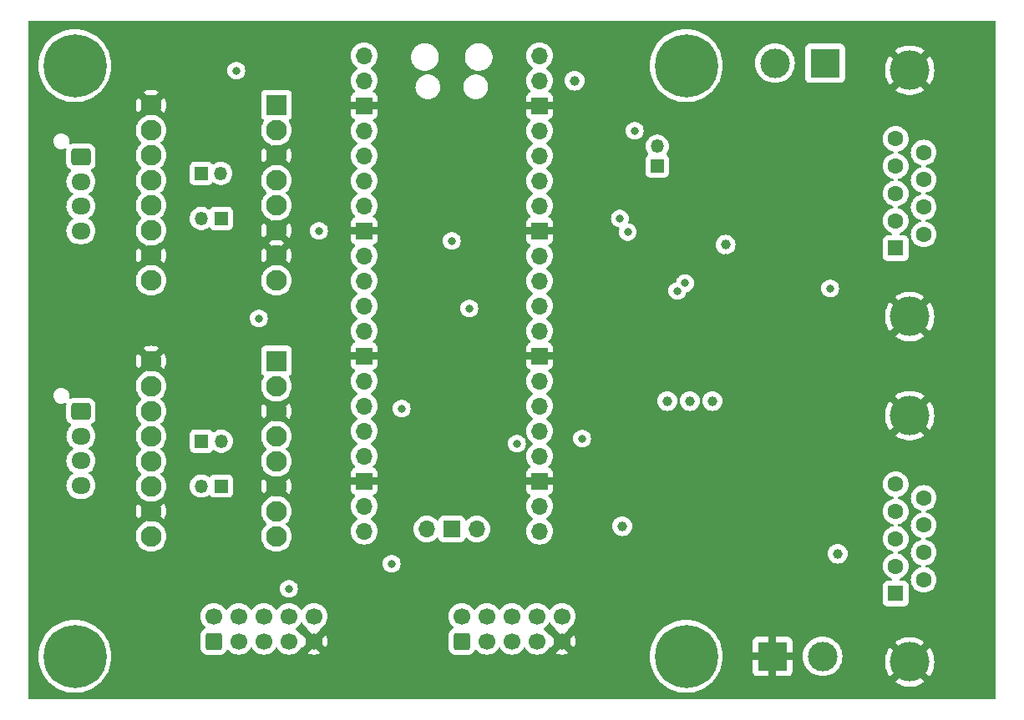
<source format=gbr>
%TF.GenerationSoftware,KiCad,Pcbnew,(7.0.0)*%
%TF.CreationDate,2023-03-03T20:24:59+13:00*%
%TF.ProjectId,pico_expansion_board,7069636f-5f65-4787-9061-6e73696f6e5f,rev?*%
%TF.SameCoordinates,Original*%
%TF.FileFunction,Copper,L2,Inr*%
%TF.FilePolarity,Positive*%
%FSLAX46Y46*%
G04 Gerber Fmt 4.6, Leading zero omitted, Abs format (unit mm)*
G04 Created by KiCad (PCBNEW (7.0.0)) date 2023-03-03 20:24:59*
%MOMM*%
%LPD*%
G01*
G04 APERTURE LIST*
G04 Aperture macros list*
%AMRoundRect*
0 Rectangle with rounded corners*
0 $1 Rounding radius*
0 $2 $3 $4 $5 $6 $7 $8 $9 X,Y pos of 4 corners*
0 Add a 4 corners polygon primitive as box body*
4,1,4,$2,$3,$4,$5,$6,$7,$8,$9,$2,$3,0*
0 Add four circle primitives for the rounded corners*
1,1,$1+$1,$2,$3*
1,1,$1+$1,$4,$5*
1,1,$1+$1,$6,$7*
1,1,$1+$1,$8,$9*
0 Add four rect primitives between the rounded corners*
20,1,$1+$1,$2,$3,$4,$5,0*
20,1,$1+$1,$4,$5,$6,$7,0*
20,1,$1+$1,$6,$7,$8,$9,0*
20,1,$1+$1,$8,$9,$2,$3,0*%
G04 Aperture macros list end*
%TA.AperFunction,ComponentPad*%
%ADD10R,1.350000X1.350000*%
%TD*%
%TA.AperFunction,ComponentPad*%
%ADD11O,1.350000X1.350000*%
%TD*%
%TA.AperFunction,ComponentPad*%
%ADD12R,3.000000X3.000000*%
%TD*%
%TA.AperFunction,ComponentPad*%
%ADD13C,3.000000*%
%TD*%
%TA.AperFunction,ComponentPad*%
%ADD14C,6.400000*%
%TD*%
%TA.AperFunction,ComponentPad*%
%ADD15RoundRect,0.250000X0.600000X-0.600000X0.600000X0.600000X-0.600000X0.600000X-0.600000X-0.600000X0*%
%TD*%
%TA.AperFunction,ComponentPad*%
%ADD16C,1.700000*%
%TD*%
%TA.AperFunction,ComponentPad*%
%ADD17O,1.700000X1.700000*%
%TD*%
%TA.AperFunction,ComponentPad*%
%ADD18R,1.700000X1.700000*%
%TD*%
%TA.AperFunction,ComponentPad*%
%ADD19RoundRect,0.250000X-0.725000X0.600000X-0.725000X-0.600000X0.725000X-0.600000X0.725000X0.600000X0*%
%TD*%
%TA.AperFunction,ComponentPad*%
%ADD20O,1.950000X1.700000*%
%TD*%
%TA.AperFunction,ComponentPad*%
%ADD21C,4.000000*%
%TD*%
%TA.AperFunction,ComponentPad*%
%ADD22R,1.600000X1.600000*%
%TD*%
%TA.AperFunction,ComponentPad*%
%ADD23C,1.600000*%
%TD*%
%TA.AperFunction,ComponentPad*%
%ADD24R,2.100000X2.100000*%
%TD*%
%TA.AperFunction,ComponentPad*%
%ADD25C,2.100000*%
%TD*%
%TA.AperFunction,ViaPad*%
%ADD26C,0.800000*%
%TD*%
%TA.AperFunction,ViaPad*%
%ADD27C,1.000000*%
%TD*%
G04 APERTURE END LIST*
D10*
%TO.N,MOTOR_UART*%
%TO.C,JP3*%
X68357999Y-101345999D03*
D11*
%TO.N,Net-(J3-UART)*%
X70357999Y-101345999D03*
%TD*%
D12*
%TO.N,GND*%
%TO.C,J1*%
X126237999Y-123189999D03*
D13*
%TO.N,VCC*%
X131318000Y-123190000D03*
%TD*%
D14*
%TO.N,N/C*%
%TO.C,H2*%
X55512000Y-123190000D03*
%TD*%
D10*
%TO.N,MOTOR_UART*%
%TO.C,JP1*%
X68315999Y-74167999D03*
D11*
%TO.N,Net-(J2-UART)*%
X70315999Y-74167999D03*
%TD*%
D14*
%TO.N,N/C*%
%TO.C,H4*%
X117488000Y-63246000D03*
%TD*%
D15*
%TO.N,unconnected-(J8-Pin_1-Pad1)*%
%TO.C,J8*%
X94742000Y-121666000D03*
D16*
%TO.N,BTN_ENC*%
X94742000Y-119126000D03*
%TO.N,LCD_CS*%
X97282000Y-121666000D03*
%TO.N,LCD_A0*%
X97282000Y-119126000D03*
%TO.N,LCD_RST*%
X99822000Y-121666000D03*
%TO.N,NEOPIXEL*%
X99822000Y-119126000D03*
%TO.N,unconnected-(J8-Pin_7-Pad7)*%
X102362000Y-121666000D03*
%TO.N,unconnected-(J8-Pin_8-Pad8)*%
X102362000Y-119126000D03*
%TO.N,GND*%
X104902000Y-121666000D03*
%TO.N,+5V*%
X104902000Y-119126000D03*
%TD*%
D10*
%TO.N,Net-(JP9-A)*%
%TO.C,JP9*%
X114553999Y-73405999D03*
D11*
%TO.N,Net-(J10-Pin_1)*%
X114553999Y-71405999D03*
%TD*%
D12*
%TO.N,Net-(J10-Pin_1)*%
%TO.C,J10*%
X131571999Y-62991999D03*
D13*
%TO.N,Net-(J10-Pin_2)*%
X126492000Y-62992000D03*
%TD*%
D17*
%TO.N,SCALE_UART_RX*%
%TO.C,U3*%
X84835999Y-62229999D03*
%TO.N,SCALE_UART_TX*%
X84835999Y-64769999D03*
D18*
%TO.N,GND*%
X84835999Y-67309999D03*
D17*
%TO.N,M1_DIR*%
X84835999Y-69849999D03*
%TO.N,M1_STEP*%
X84835999Y-72389999D03*
%TO.N,UART1_TX*%
X84835999Y-74929999D03*
%TO.N,MOTOR_UART*%
X84835999Y-77469999D03*
D18*
%TO.N,GND*%
X84835999Y-80009999D03*
D17*
%TO.N,M1_EN*%
X84835999Y-82549999D03*
%TO.N,M2_DIR*%
X84835999Y-85089999D03*
%TO.N,M2_STEP*%
X84835999Y-87629999D03*
%TO.N,M2_EN*%
X84835999Y-90169999D03*
D18*
%TO.N,GND*%
X84835999Y-92709999D03*
D17*
%TO.N,EEPROM_SDA*%
X84835999Y-95249999D03*
%TO.N,EEPROM_SCL*%
X84835999Y-97789999D03*
%TO.N,BTN_RST*%
X84835999Y-100329999D03*
%TO.N,Net-(U3-GPIO13)*%
X84835999Y-102869999D03*
D18*
%TO.N,GND*%
X84835999Y-105409999D03*
D17*
%TO.N,BTN_EN2*%
X84835999Y-107949999D03*
%TO.N,BTN_EN1*%
X84835999Y-110489999D03*
%TO.N,SPI0_MISO*%
X102615999Y-110489999D03*
%TO.N,LCD_CS*%
X102615999Y-107949999D03*
D18*
%TO.N,GND*%
X102615999Y-105409999D03*
D17*
%TO.N,LED_SCK*%
X102615999Y-102869999D03*
%TO.N,LCD_MOSI*%
X102615999Y-100329999D03*
%TO.N,LCD_A0*%
X102615999Y-97789999D03*
%TO.N,LCD_RST*%
X102615999Y-95249999D03*
D18*
%TO.N,GND*%
X102615999Y-92709999D03*
D17*
%TO.N,BTN_ENC*%
X102615999Y-90169999D03*
%TO.N,PICO_RESET_BTN*%
X102615999Y-87629999D03*
%TO.N,NEOPIXEL*%
X102615999Y-85089999D03*
%TO.N,CAN_TX*%
X102615999Y-82549999D03*
D18*
%TO.N,GND*%
X102615999Y-80009999D03*
D17*
%TO.N,CAN_RX*%
X102615999Y-77469999D03*
%TO.N,unconnected-(U3-ADC_VREF-Pad35)*%
X102615999Y-74929999D03*
%TO.N,+3.3V*%
X102615999Y-72389999D03*
%TO.N,unconnected-(U3-3V3_EN-Pad37)*%
X102615999Y-69849999D03*
D18*
%TO.N,GND*%
X102615999Y-67309999D03*
D17*
%TO.N,+5V*%
X102615999Y-64769999D03*
%TO.N,unconnected-(U3-VBUS-Pad40)*%
X102615999Y-62229999D03*
%TO.N,unconnected-(U3-SWCLK-Pad41)*%
X91185999Y-110259999D03*
D18*
%TO.N,unconnected-(U3-GND-Pad42)*%
X93725999Y-110259999D03*
D17*
%TO.N,unconnected-(U3-SWDIO-Pad43)*%
X96265999Y-110259999D03*
%TD*%
D19*
%TO.N,Net-(J2-B2)*%
%TO.C,J4*%
X56134000Y-72510000D03*
D20*
%TO.N,Net-(J2-B1)*%
X56133999Y-75009999D03*
%TO.N,Net-(J2-A1)*%
X56133999Y-77509999D03*
%TO.N,Net-(J2-A2)*%
X56133999Y-80009999D03*
%TD*%
D19*
%TO.N,Net-(J3-B2)*%
%TO.C,J5*%
X56134000Y-98338000D03*
D20*
%TO.N,Net-(J3-B1)*%
X56133999Y-100837999D03*
%TO.N,Net-(J3-A1)*%
X56133999Y-103337999D03*
%TO.N,Net-(J3-A2)*%
X56133999Y-105837999D03*
%TD*%
D14*
%TO.N,N/C*%
%TO.C,H1*%
X55512000Y-63246000D03*
%TD*%
D10*
%TO.N,Net-(J3-PDN)*%
%TO.C,JP4*%
X70341999Y-105907999D03*
D11*
%TO.N,MOTOR_UART*%
X68341999Y-105907999D03*
%TD*%
D21*
%TO.N,GND*%
%TO.C,J7*%
X140139669Y-88710000D03*
X140139669Y-63710000D03*
D22*
%TO.N,unconnected-(J7-Pad1)*%
X138719668Y-81749999D03*
D23*
%TO.N,SCALE_TXD*%
X138719669Y-78980000D03*
%TO.N,SCALE_RXD*%
X138719669Y-76210000D03*
%TO.N,unconnected-(J7-Pad4)*%
X138719669Y-73440000D03*
%TO.N,unconnected-(J7-Pad5)*%
X138719669Y-70670000D03*
%TO.N,unconnected-(J7-Pad6)*%
X141559669Y-80365000D03*
%TO.N,unconnected-(J7-Pad7)*%
X141559669Y-77595000D03*
%TO.N,unconnected-(J7-Pad8)*%
X141559669Y-74825000D03*
%TO.N,unconnected-(J7-Pad9)*%
X141559669Y-72055000D03*
%TD*%
D24*
%TO.N,M2_DIR*%
%TO.C,J3*%
X75945999Y-93217999D03*
D25*
%TO.N,M2_STEP*%
X75946000Y-95758000D03*
%TO.N,GND*%
X75946000Y-98298000D03*
%TO.N,Net-(J3-UART)*%
X75946000Y-100838000D03*
%TO.N,Net-(J3-PDN)*%
X75946000Y-103378000D03*
%TO.N,GND*%
X75946000Y-105918000D03*
%TO.N,+5V*%
X75946000Y-108458000D03*
%TO.N,M2_EN*%
X75946000Y-110998000D03*
%TO.N,VCC*%
X63246000Y-110998000D03*
%TO.N,GND*%
X63246000Y-108458000D03*
%TO.N,Net-(J3-A2)*%
X63246000Y-105918000D03*
%TO.N,Net-(J3-A1)*%
X63246000Y-103378000D03*
%TO.N,Net-(J3-B1)*%
X63246000Y-100838000D03*
%TO.N,Net-(J3-B2)*%
X63246000Y-98298000D03*
%TO.N,+5V*%
X63246000Y-95758000D03*
%TO.N,GND*%
X63246000Y-93218000D03*
%TD*%
D21*
%TO.N,GND*%
%TO.C,J6*%
X140139669Y-123762000D03*
X140139669Y-98762000D03*
D22*
%TO.N,unconnected-(J6-Pad1)*%
X138719668Y-116801999D03*
D23*
%TO.N,SCALE_RXD*%
X138719669Y-114032000D03*
%TO.N,SCALE_TXD*%
X138719669Y-111262000D03*
%TO.N,unconnected-(J6-Pad4)*%
X138719669Y-108492000D03*
%TO.N,unconnected-(J6-Pad5)*%
X138719669Y-105722000D03*
%TO.N,unconnected-(J6-Pad6)*%
X141559669Y-115417000D03*
%TO.N,unconnected-(J6-Pad7)*%
X141559669Y-112647000D03*
%TO.N,unconnected-(J6-Pad8)*%
X141559669Y-109877000D03*
%TO.N,unconnected-(J6-Pad9)*%
X141559669Y-107107000D03*
%TD*%
D24*
%TO.N,M1_DIR*%
%TO.C,J2*%
X75945999Y-67241999D03*
D25*
%TO.N,M1_STEP*%
X75946000Y-69782000D03*
%TO.N,GND*%
X75946000Y-72322000D03*
%TO.N,Net-(J2-UART)*%
X75946000Y-74862000D03*
%TO.N,Net-(J2-PDN)*%
X75946000Y-77402000D03*
%TO.N,GND*%
X75946000Y-79942000D03*
X75946000Y-82482000D03*
%TO.N,M1_EN*%
X75946000Y-85022000D03*
%TO.N,VCC*%
X63246000Y-85022000D03*
%TO.N,GND*%
X63246000Y-82482000D03*
%TO.N,Net-(J2-A2)*%
X63246000Y-79942000D03*
%TO.N,Net-(J2-A1)*%
X63246000Y-77402000D03*
%TO.N,Net-(J2-B1)*%
X63246000Y-74862000D03*
%TO.N,Net-(J2-B2)*%
X63246000Y-72322000D03*
%TO.N,+5V*%
X63246000Y-69782000D03*
%TO.N,GND*%
X63246000Y-67242000D03*
%TD*%
D14*
%TO.N,N/C*%
%TO.C,H3*%
X117488000Y-123190000D03*
%TD*%
D15*
%TO.N,unconnected-(J9-Pin_1-Pad1)*%
%TO.C,J9*%
X69596000Y-121666000D03*
D16*
%TO.N,LED_SCK*%
X69596000Y-119126000D03*
%TO.N,BTN_EN1*%
X72136000Y-121666000D03*
%TO.N,unconnected-(J9-Pin_4-Pad4)*%
X72136000Y-119126000D03*
%TO.N,BTN_EN2*%
X74676000Y-121666000D03*
%TO.N,LCD_MOSI*%
X74676000Y-119126000D03*
%TO.N,unconnected-(J9-Pin_7-Pad7)*%
X77216000Y-121666000D03*
%TO.N,BTN_RST*%
X77216000Y-119126000D03*
%TO.N,GND*%
X79756000Y-121666000D03*
%TO.N,+5V*%
X79756000Y-119126000D03*
%TD*%
D10*
%TO.N,Net-(J2-PDN)*%
%TO.C,JP2*%
X70341999Y-78739999D03*
D11*
%TO.N,MOTOR_UART*%
X68341999Y-78739999D03*
%TD*%
D26*
%TO.N,GND*%
X111571000Y-92583000D03*
X92964000Y-87884000D03*
D27*
X119380000Y-116332000D03*
X93726000Y-95504000D03*
D26*
X114046000Y-109728000D03*
X90678000Y-77978000D03*
D27*
X127254000Y-116332000D03*
X121543000Y-82865000D03*
X123154000Y-74640000D03*
D26*
X98552000Y-81026000D03*
D27*
X115570000Y-102870000D03*
D26*
X119888000Y-93218000D03*
%TO.N,+5V*%
X95504000Y-87884000D03*
D27*
X120142000Y-97282000D03*
X115570000Y-97282000D03*
D26*
X111571000Y-80137000D03*
D27*
X117856000Y-97282000D03*
D26*
X88646000Y-98044000D03*
D27*
X121477000Y-81407000D03*
X110998000Y-109982000D03*
X106172000Y-64770000D03*
%TO.N,VCC*%
X132842000Y-112776000D03*
D26*
%TO.N,BTN_ENC*%
X100330000Y-101600000D03*
%TO.N,NEOPIXEL*%
X106934000Y-101092000D03*
%TO.N,BTN_EN2*%
X87630000Y-113792000D03*
%TO.N,BTN_RST*%
X77216000Y-116332000D03*
%TO.N,MOTOR_UART*%
X74168000Y-88900000D03*
X80264000Y-80010000D03*
%TO.N,SCALE_RXD*%
X132080000Y-85852000D03*
%TO.N,SCALE_UART_TX*%
X116586000Y-86106000D03*
%TO.N,SCALE_UART_RX*%
X117370619Y-85321381D03*
X71882000Y-63754000D03*
%TO.N,PICO_RESET_BTN*%
X110761750Y-78757750D03*
%TO.N,Net-(J10-Pin_2)*%
X112268000Y-69850000D03*
%TO.N,CAN_TX*%
X93726000Y-81026000D03*
%TD*%
%TA.AperFunction,Conductor*%
%TO.N,GND*%
G36*
X148782000Y-58690613D02*
G01*
X148827387Y-58736000D01*
X148844000Y-58798000D01*
X148844000Y-127384000D01*
X148827387Y-127446000D01*
X148782000Y-127491387D01*
X148720000Y-127508000D01*
X50924000Y-127508000D01*
X50862000Y-127491387D01*
X50816613Y-127446000D01*
X50800000Y-127384000D01*
X50800000Y-123190000D01*
X51806422Y-123190000D01*
X51826722Y-123577338D01*
X51827227Y-123580531D01*
X51827229Y-123580543D01*
X51886889Y-123957224D01*
X51886891Y-123957237D01*
X51887398Y-123960433D01*
X51888235Y-123963557D01*
X51888237Y-123963566D01*
X51971502Y-124274315D01*
X51987786Y-124335087D01*
X51988943Y-124338102D01*
X51988946Y-124338110D01*
X52120349Y-124680426D01*
X52126786Y-124697194D01*
X52128255Y-124700077D01*
X52128259Y-124700086D01*
X52301400Y-125039895D01*
X52302875Y-125042789D01*
X52514124Y-125368084D01*
X52758219Y-125669516D01*
X53032484Y-125943781D01*
X53333916Y-126187876D01*
X53659211Y-126399125D01*
X54004806Y-126575214D01*
X54366913Y-126714214D01*
X54741567Y-126814602D01*
X55124662Y-126875278D01*
X55512000Y-126895578D01*
X55899338Y-126875278D01*
X56282433Y-126814602D01*
X56657087Y-126714214D01*
X57019194Y-126575214D01*
X57364789Y-126399125D01*
X57690084Y-126187876D01*
X57991516Y-125943781D01*
X58265781Y-125669516D01*
X58509876Y-125368084D01*
X58721125Y-125042789D01*
X58897214Y-124697194D01*
X59036214Y-124335087D01*
X59136602Y-123960433D01*
X59197278Y-123577338D01*
X59217578Y-123190000D01*
X113782422Y-123190000D01*
X113802722Y-123577338D01*
X113803227Y-123580531D01*
X113803229Y-123580543D01*
X113862889Y-123957224D01*
X113862891Y-123957237D01*
X113863398Y-123960433D01*
X113864235Y-123963557D01*
X113864237Y-123963566D01*
X113947502Y-124274315D01*
X113963786Y-124335087D01*
X113964943Y-124338102D01*
X113964946Y-124338110D01*
X114096349Y-124680426D01*
X114102786Y-124697194D01*
X114104255Y-124700077D01*
X114104259Y-124700086D01*
X114277400Y-125039895D01*
X114278875Y-125042789D01*
X114490124Y-125368084D01*
X114734219Y-125669516D01*
X115008484Y-125943781D01*
X115309916Y-126187876D01*
X115635211Y-126399125D01*
X115980806Y-126575214D01*
X116342913Y-126714214D01*
X116717567Y-126814602D01*
X117100662Y-126875278D01*
X117488000Y-126895578D01*
X117875338Y-126875278D01*
X118258433Y-126814602D01*
X118633087Y-126714214D01*
X118995194Y-126575214D01*
X119340789Y-126399125D01*
X119666084Y-126187876D01*
X119967516Y-125943781D01*
X120136612Y-125774685D01*
X138660631Y-125774685D01*
X138667906Y-125782872D01*
X138794289Y-125874694D01*
X138800879Y-125878876D01*
X139069701Y-126026662D01*
X139076740Y-126029975D01*
X139361976Y-126142907D01*
X139369371Y-126145310D01*
X139666506Y-126221602D01*
X139674164Y-126223063D01*
X139978515Y-126261511D01*
X139986277Y-126262000D01*
X140293061Y-126262000D01*
X140300822Y-126261511D01*
X140605173Y-126223063D01*
X140612831Y-126221602D01*
X140909966Y-126145310D01*
X140917361Y-126142907D01*
X141202597Y-126029975D01*
X141209636Y-126026662D01*
X141478467Y-125878872D01*
X141485037Y-125874702D01*
X141611434Y-125782869D01*
X141618705Y-125774686D01*
X141612801Y-125765462D01*
X140151211Y-124303872D01*
X140139668Y-124297208D01*
X140128126Y-124303872D01*
X138666535Y-125765462D01*
X138660631Y-125774685D01*
X120136612Y-125774685D01*
X120241781Y-125669516D01*
X120485876Y-125368084D01*
X120697125Y-125042789D01*
X120854197Y-124734518D01*
X124238000Y-124734518D01*
X124238353Y-124741114D01*
X124243573Y-124789667D01*
X124247111Y-124804641D01*
X124291547Y-124923777D01*
X124299962Y-124939189D01*
X124375498Y-125040092D01*
X124387907Y-125052501D01*
X124488810Y-125128037D01*
X124504222Y-125136452D01*
X124623358Y-125180888D01*
X124638332Y-125184426D01*
X124686885Y-125189646D01*
X124693482Y-125190000D01*
X125846674Y-125190000D01*
X125859549Y-125186549D01*
X125863000Y-125173674D01*
X126613000Y-125173674D01*
X126616450Y-125186549D01*
X126629326Y-125190000D01*
X127782518Y-125190000D01*
X127789114Y-125189646D01*
X127837667Y-125184426D01*
X127852641Y-125180888D01*
X127971777Y-125136452D01*
X127987189Y-125128037D01*
X128088092Y-125052501D01*
X128100501Y-125040092D01*
X128176037Y-124939189D01*
X128184452Y-124923777D01*
X128228888Y-124804641D01*
X128232426Y-124789667D01*
X128237646Y-124741114D01*
X128238000Y-124734518D01*
X128238000Y-123581326D01*
X128234549Y-123568450D01*
X128221674Y-123565000D01*
X126629326Y-123565000D01*
X126616450Y-123568450D01*
X126613000Y-123581326D01*
X126613000Y-125173674D01*
X125863000Y-125173674D01*
X125863000Y-123581326D01*
X125859549Y-123568450D01*
X125846674Y-123565000D01*
X124254326Y-123565000D01*
X124241450Y-123568450D01*
X124238000Y-123581326D01*
X124238000Y-124734518D01*
X120854197Y-124734518D01*
X120873214Y-124697194D01*
X121012214Y-124335087D01*
X121112602Y-123960433D01*
X121173278Y-123577338D01*
X121193578Y-123190000D01*
X129312390Y-123190000D01*
X129312706Y-123194418D01*
X129332487Y-123471005D01*
X129332488Y-123471014D01*
X129332804Y-123475428D01*
X129333744Y-123479753D01*
X129333746Y-123479761D01*
X129387111Y-123725075D01*
X129393631Y-123755046D01*
X129395175Y-123759185D01*
X129395176Y-123759189D01*
X129470236Y-123960433D01*
X129493633Y-124023161D01*
X129495753Y-124027043D01*
X129495756Y-124027050D01*
X129628647Y-124270420D01*
X129630774Y-124274315D01*
X129802261Y-124503395D01*
X130004605Y-124705739D01*
X130233685Y-124877226D01*
X130484839Y-125014367D01*
X130752954Y-125114369D01*
X131032572Y-125175196D01*
X131318000Y-125195610D01*
X131603428Y-125175196D01*
X131883046Y-125114369D01*
X132151161Y-125014367D01*
X132402315Y-124877226D01*
X132631395Y-124705739D01*
X132833739Y-124503395D01*
X133005226Y-124274315D01*
X133142367Y-124023161D01*
X133238323Y-123765894D01*
X137634971Y-123765894D01*
X137654233Y-124072059D01*
X137655207Y-124079779D01*
X137712692Y-124381124D01*
X137714628Y-124388663D01*
X137809428Y-124680426D01*
X137812291Y-124687657D01*
X137942912Y-124965240D01*
X137946656Y-124972051D01*
X138111035Y-125231072D01*
X138113549Y-125234531D01*
X138124184Y-125241840D01*
X138136168Y-125235169D01*
X139597796Y-123773542D01*
X139604460Y-123762000D01*
X140674877Y-123762000D01*
X140681541Y-123773542D01*
X142143169Y-125235170D01*
X142155152Y-125241840D01*
X142165789Y-125234530D01*
X142168301Y-125231073D01*
X142332681Y-124972051D01*
X142336425Y-124965240D01*
X142467046Y-124687657D01*
X142469909Y-124680426D01*
X142564709Y-124388663D01*
X142566645Y-124381124D01*
X142624130Y-124079779D01*
X142625104Y-124072059D01*
X142644367Y-123765894D01*
X142644367Y-123758106D01*
X142625104Y-123451940D01*
X142624130Y-123444220D01*
X142566645Y-123142875D01*
X142564709Y-123135336D01*
X142469909Y-122843573D01*
X142467046Y-122836342D01*
X142336425Y-122558759D01*
X142332681Y-122551948D01*
X142168300Y-122292925D01*
X142165789Y-122289468D01*
X142155151Y-122282158D01*
X142143170Y-122288827D01*
X140681541Y-123750457D01*
X140674877Y-123762000D01*
X139604460Y-123762000D01*
X139597796Y-123750457D01*
X138136168Y-122288829D01*
X138124184Y-122282159D01*
X138113547Y-122289469D01*
X138111041Y-122292918D01*
X137946656Y-122551948D01*
X137942912Y-122558759D01*
X137812291Y-122836342D01*
X137809428Y-122843573D01*
X137714628Y-123135336D01*
X137712692Y-123142875D01*
X137655207Y-123444220D01*
X137654233Y-123451940D01*
X137634971Y-123758106D01*
X137634971Y-123765894D01*
X133238323Y-123765894D01*
X133242369Y-123755046D01*
X133303196Y-123475428D01*
X133323610Y-123190000D01*
X133303196Y-122904572D01*
X133242369Y-122624954D01*
X133142367Y-122356839D01*
X133139638Y-122351842D01*
X133101588Y-122282158D01*
X133005226Y-122105685D01*
X132833739Y-121876605D01*
X132706447Y-121749313D01*
X138660631Y-121749313D01*
X138666537Y-121758538D01*
X140128126Y-123220127D01*
X140139669Y-123226791D01*
X140151211Y-123220127D01*
X141612799Y-121758538D01*
X141618705Y-121749313D01*
X141611431Y-121741127D01*
X141485048Y-121649305D01*
X141478458Y-121645123D01*
X141209636Y-121497337D01*
X141202597Y-121494024D01*
X140917361Y-121381092D01*
X140909966Y-121378689D01*
X140612831Y-121302397D01*
X140605173Y-121300936D01*
X140300822Y-121262488D01*
X140293061Y-121262000D01*
X139986277Y-121262000D01*
X139978515Y-121262488D01*
X139674164Y-121300936D01*
X139666506Y-121302397D01*
X139369371Y-121378689D01*
X139361976Y-121381092D01*
X139076740Y-121494024D01*
X139069701Y-121497337D01*
X138800879Y-121645123D01*
X138794289Y-121649305D01*
X138667905Y-121741128D01*
X138660631Y-121749313D01*
X132706447Y-121749313D01*
X132631395Y-121674261D01*
X132402315Y-121502774D01*
X132288837Y-121440810D01*
X132155050Y-121367756D01*
X132155043Y-121367753D01*
X132151161Y-121365633D01*
X132147017Y-121364087D01*
X132147012Y-121364085D01*
X131887189Y-121267176D01*
X131887185Y-121267175D01*
X131883046Y-121265631D01*
X131853075Y-121259111D01*
X131607761Y-121205746D01*
X131607753Y-121205744D01*
X131603428Y-121204804D01*
X131599014Y-121204488D01*
X131599005Y-121204487D01*
X131322418Y-121184706D01*
X131318000Y-121184390D01*
X131313582Y-121184706D01*
X131036994Y-121204487D01*
X131036983Y-121204488D01*
X131032572Y-121204804D01*
X131028248Y-121205744D01*
X131028238Y-121205746D01*
X130757279Y-121264690D01*
X130757276Y-121264690D01*
X130752954Y-121265631D01*
X130748818Y-121267173D01*
X130748810Y-121267176D01*
X130488987Y-121364085D01*
X130488976Y-121364089D01*
X130484839Y-121365633D01*
X130480961Y-121367750D01*
X130480949Y-121367756D01*
X130237579Y-121500647D01*
X130237571Y-121500651D01*
X130233685Y-121502774D01*
X130230135Y-121505431D01*
X130230131Y-121505434D01*
X130008156Y-121671602D01*
X130008149Y-121671607D01*
X130004605Y-121674261D01*
X130001474Y-121677391D01*
X130001467Y-121677398D01*
X129805398Y-121873467D01*
X129805391Y-121873474D01*
X129802261Y-121876605D01*
X129799607Y-121880149D01*
X129799602Y-121880156D01*
X129633434Y-122102131D01*
X129630774Y-122105685D01*
X129628651Y-122109571D01*
X129628647Y-122109579D01*
X129495756Y-122352949D01*
X129495750Y-122352961D01*
X129493633Y-122356839D01*
X129492089Y-122360976D01*
X129492085Y-122360987D01*
X129395176Y-122620810D01*
X129395173Y-122620818D01*
X129393631Y-122624954D01*
X129392690Y-122629276D01*
X129392690Y-122629279D01*
X129333746Y-122900238D01*
X129333744Y-122900248D01*
X129332804Y-122904572D01*
X129332488Y-122908983D01*
X129332487Y-122908994D01*
X129315760Y-123142875D01*
X129312390Y-123190000D01*
X121193578Y-123190000D01*
X121173278Y-122802662D01*
X121172646Y-122798674D01*
X124238000Y-122798674D01*
X124241450Y-122811549D01*
X124254326Y-122815000D01*
X125846674Y-122815000D01*
X125859549Y-122811549D01*
X125863000Y-122798674D01*
X126613000Y-122798674D01*
X126616450Y-122811549D01*
X126629326Y-122815000D01*
X128221674Y-122815000D01*
X128234549Y-122811549D01*
X128238000Y-122798674D01*
X128238000Y-121645482D01*
X128237646Y-121638885D01*
X128232426Y-121590332D01*
X128228888Y-121575358D01*
X128184452Y-121456222D01*
X128176037Y-121440810D01*
X128100501Y-121339907D01*
X128088092Y-121327498D01*
X127987189Y-121251962D01*
X127971777Y-121243547D01*
X127852641Y-121199111D01*
X127837667Y-121195573D01*
X127789114Y-121190353D01*
X127782518Y-121190000D01*
X126629326Y-121190000D01*
X126616450Y-121193450D01*
X126613000Y-121206326D01*
X126613000Y-122798674D01*
X125863000Y-122798674D01*
X125863000Y-121206326D01*
X125859549Y-121193450D01*
X125846674Y-121190000D01*
X124693482Y-121190000D01*
X124686885Y-121190353D01*
X124638332Y-121195573D01*
X124623358Y-121199111D01*
X124504222Y-121243547D01*
X124488810Y-121251962D01*
X124387907Y-121327498D01*
X124375498Y-121339907D01*
X124299962Y-121440810D01*
X124291547Y-121456222D01*
X124247111Y-121575358D01*
X124243573Y-121590332D01*
X124238353Y-121638885D01*
X124238000Y-121645482D01*
X124238000Y-122798674D01*
X121172646Y-122798674D01*
X121112602Y-122419567D01*
X121012214Y-122044913D01*
X120873214Y-121682806D01*
X120870458Y-121677398D01*
X120698599Y-121340104D01*
X120697125Y-121337211D01*
X120485876Y-121011916D01*
X120241781Y-120710484D01*
X119967516Y-120436219D01*
X119904237Y-120384977D01*
X119818442Y-120315501D01*
X119666084Y-120192124D01*
X119340789Y-119980875D01*
X119337901Y-119979403D01*
X119337895Y-119979400D01*
X118998086Y-119806259D01*
X118998077Y-119806255D01*
X118995194Y-119804786D01*
X118979931Y-119798927D01*
X118636110Y-119666946D01*
X118636102Y-119666943D01*
X118633087Y-119665786D01*
X118629962Y-119664948D01*
X118629957Y-119664947D01*
X118261566Y-119566237D01*
X118261557Y-119566235D01*
X118258433Y-119565398D01*
X118255237Y-119564891D01*
X118255224Y-119564889D01*
X117878543Y-119505229D01*
X117878531Y-119505227D01*
X117875338Y-119504722D01*
X117872103Y-119504552D01*
X117872099Y-119504552D01*
X117491244Y-119484592D01*
X117488000Y-119484422D01*
X117484756Y-119484592D01*
X117103900Y-119504552D01*
X117103894Y-119504552D01*
X117100662Y-119504722D01*
X117097470Y-119505227D01*
X117097456Y-119505229D01*
X116720775Y-119564889D01*
X116720758Y-119564892D01*
X116717567Y-119565398D01*
X116714446Y-119566234D01*
X116714433Y-119566237D01*
X116346042Y-119664947D01*
X116346031Y-119664950D01*
X116342913Y-119665786D01*
X116339902Y-119666941D01*
X116339889Y-119666946D01*
X115983837Y-119803622D01*
X115983828Y-119803625D01*
X115980806Y-119804786D01*
X115977929Y-119806251D01*
X115977913Y-119806259D01*
X115638104Y-119979400D01*
X115638090Y-119979408D01*
X115635211Y-119980875D01*
X115632491Y-119982641D01*
X115632483Y-119982646D01*
X115312644Y-120190352D01*
X115312638Y-120190355D01*
X115309916Y-120192124D01*
X115307396Y-120194164D01*
X115307390Y-120194169D01*
X115011002Y-120434179D01*
X115010991Y-120434188D01*
X115008484Y-120436219D01*
X115006199Y-120438503D01*
X115006189Y-120438513D01*
X114736513Y-120708189D01*
X114736503Y-120708199D01*
X114734219Y-120710484D01*
X114732188Y-120712991D01*
X114732179Y-120713002D01*
X114492169Y-121009390D01*
X114492164Y-121009396D01*
X114490124Y-121011916D01*
X114488355Y-121014638D01*
X114488352Y-121014644D01*
X114280646Y-121334483D01*
X114280641Y-121334491D01*
X114278875Y-121337211D01*
X114277408Y-121340090D01*
X114277400Y-121340104D01*
X114104259Y-121679913D01*
X114104251Y-121679929D01*
X114102786Y-121682806D01*
X114101625Y-121685828D01*
X114101622Y-121685837D01*
X113964946Y-122041889D01*
X113964941Y-122041902D01*
X113963786Y-122044913D01*
X113962950Y-122048031D01*
X113962947Y-122048042D01*
X113864237Y-122416433D01*
X113864234Y-122416446D01*
X113863398Y-122419567D01*
X113862892Y-122422758D01*
X113862889Y-122422775D01*
X113803229Y-122799456D01*
X113803227Y-122799470D01*
X113802722Y-122802662D01*
X113802552Y-122805894D01*
X113802552Y-122805900D01*
X113785287Y-123135336D01*
X113782422Y-123190000D01*
X59217578Y-123190000D01*
X59197278Y-122802662D01*
X59136602Y-122419567D01*
X59036214Y-122044913D01*
X58897214Y-121682806D01*
X58894458Y-121677398D01*
X58722599Y-121340104D01*
X58721125Y-121337211D01*
X58509876Y-121011916D01*
X58265781Y-120710484D01*
X57991516Y-120436219D01*
X57928237Y-120384977D01*
X57842442Y-120315501D01*
X57690084Y-120192124D01*
X57364789Y-119980875D01*
X57361901Y-119979403D01*
X57361895Y-119979400D01*
X57022086Y-119806259D01*
X57022077Y-119806255D01*
X57019194Y-119804786D01*
X57003931Y-119798927D01*
X56660110Y-119666946D01*
X56660102Y-119666943D01*
X56657087Y-119665786D01*
X56653962Y-119664948D01*
X56653957Y-119664947D01*
X56285566Y-119566237D01*
X56285557Y-119566235D01*
X56282433Y-119565398D01*
X56279237Y-119564891D01*
X56279224Y-119564889D01*
X55902543Y-119505229D01*
X55902531Y-119505227D01*
X55899338Y-119504722D01*
X55896103Y-119504552D01*
X55896099Y-119504552D01*
X55515244Y-119484592D01*
X55512000Y-119484422D01*
X55508756Y-119484592D01*
X55127900Y-119504552D01*
X55127894Y-119504552D01*
X55124662Y-119504722D01*
X55121470Y-119505227D01*
X55121456Y-119505229D01*
X54744775Y-119564889D01*
X54744758Y-119564892D01*
X54741567Y-119565398D01*
X54738446Y-119566234D01*
X54738433Y-119566237D01*
X54370042Y-119664947D01*
X54370031Y-119664950D01*
X54366913Y-119665786D01*
X54363902Y-119666941D01*
X54363889Y-119666946D01*
X54007837Y-119803622D01*
X54007828Y-119803625D01*
X54004806Y-119804786D01*
X54001929Y-119806251D01*
X54001913Y-119806259D01*
X53662104Y-119979400D01*
X53662090Y-119979408D01*
X53659211Y-119980875D01*
X53656491Y-119982641D01*
X53656483Y-119982646D01*
X53336644Y-120190352D01*
X53336638Y-120190355D01*
X53333916Y-120192124D01*
X53331396Y-120194164D01*
X53331390Y-120194169D01*
X53035002Y-120434179D01*
X53034991Y-120434188D01*
X53032484Y-120436219D01*
X53030199Y-120438503D01*
X53030189Y-120438513D01*
X52760513Y-120708189D01*
X52760503Y-120708199D01*
X52758219Y-120710484D01*
X52756188Y-120712991D01*
X52756179Y-120713002D01*
X52516169Y-121009390D01*
X52516164Y-121009396D01*
X52514124Y-121011916D01*
X52512355Y-121014638D01*
X52512352Y-121014644D01*
X52304646Y-121334483D01*
X52304641Y-121334491D01*
X52302875Y-121337211D01*
X52301408Y-121340090D01*
X52301400Y-121340104D01*
X52128259Y-121679913D01*
X52128251Y-121679929D01*
X52126786Y-121682806D01*
X52125625Y-121685828D01*
X52125622Y-121685837D01*
X51988946Y-122041889D01*
X51988941Y-122041902D01*
X51987786Y-122044913D01*
X51986950Y-122048031D01*
X51986947Y-122048042D01*
X51888237Y-122416433D01*
X51888234Y-122416446D01*
X51887398Y-122419567D01*
X51886892Y-122422758D01*
X51886889Y-122422775D01*
X51827229Y-122799456D01*
X51827227Y-122799470D01*
X51826722Y-122802662D01*
X51826552Y-122805894D01*
X51826552Y-122805900D01*
X51809287Y-123135336D01*
X51806422Y-123190000D01*
X50800000Y-123190000D01*
X50800000Y-119126000D01*
X68240341Y-119126000D01*
X68260937Y-119361408D01*
X68262336Y-119366630D01*
X68262337Y-119366634D01*
X68320694Y-119584430D01*
X68320697Y-119584438D01*
X68322097Y-119589663D01*
X68324385Y-119594570D01*
X68324386Y-119594572D01*
X68419678Y-119798927D01*
X68419681Y-119798933D01*
X68421965Y-119803830D01*
X68425064Y-119808257D01*
X68425066Y-119808259D01*
X68554399Y-119992966D01*
X68554402Y-119992970D01*
X68557505Y-119997401D01*
X68724599Y-120164495D01*
X68726971Y-120166156D01*
X68763612Y-120218894D01*
X68768576Y-120283759D01*
X68740018Y-120342209D01*
X68689877Y-120375454D01*
X68690067Y-120375862D01*
X68687356Y-120377125D01*
X68685800Y-120378158D01*
X68683528Y-120378910D01*
X68683512Y-120378917D01*
X68676666Y-120381186D01*
X68670522Y-120384975D01*
X68670519Y-120384977D01*
X68533488Y-120469497D01*
X68533480Y-120469503D01*
X68527344Y-120473288D01*
X68522242Y-120478389D01*
X68522238Y-120478393D01*
X68408393Y-120592238D01*
X68408389Y-120592242D01*
X68403288Y-120597344D01*
X68399503Y-120603480D01*
X68399497Y-120603488D01*
X68314977Y-120740519D01*
X68311186Y-120746666D01*
X68308915Y-120753517D01*
X68308914Y-120753521D01*
X68280730Y-120838575D01*
X68256001Y-120913203D01*
X68255313Y-120919933D01*
X68255312Y-120919940D01*
X68245819Y-121012859D01*
X68245818Y-121012877D01*
X68245500Y-121015991D01*
X68245500Y-121019138D01*
X68245500Y-121019139D01*
X68245500Y-122312859D01*
X68245500Y-122312878D01*
X68245501Y-122316008D01*
X68245820Y-122319140D01*
X68245821Y-122319141D01*
X68255312Y-122412061D01*
X68255313Y-122412069D01*
X68256001Y-122418797D01*
X68258129Y-122425219D01*
X68258130Y-122425223D01*
X68308164Y-122576215D01*
X68311186Y-122585334D01*
X68314977Y-122591480D01*
X68399497Y-122728511D01*
X68399500Y-122728515D01*
X68403288Y-122734656D01*
X68527344Y-122858712D01*
X68533485Y-122862500D01*
X68533488Y-122862502D01*
X68590558Y-122897702D01*
X68676666Y-122950814D01*
X68843203Y-123005999D01*
X68945991Y-123016500D01*
X70246008Y-123016499D01*
X70348797Y-123005999D01*
X70515334Y-122950814D01*
X70664656Y-122858712D01*
X70788712Y-122734656D01*
X70880814Y-122585334D01*
X70883835Y-122576215D01*
X70884865Y-122574662D01*
X70886138Y-122571933D01*
X70886547Y-122572124D01*
X70919781Y-122521989D01*
X70978232Y-122493425D01*
X71043100Y-122498385D01*
X71095842Y-122535027D01*
X71097505Y-122537401D01*
X71264599Y-122704495D01*
X71458170Y-122840035D01*
X71463070Y-122842320D01*
X71463072Y-122842321D01*
X71498223Y-122858712D01*
X71672337Y-122939903D01*
X71900592Y-123001063D01*
X72136000Y-123021659D01*
X72371408Y-123001063D01*
X72599663Y-122939903D01*
X72813830Y-122840035D01*
X73007401Y-122704495D01*
X73174495Y-122537401D01*
X73257543Y-122418797D01*
X73304425Y-122351842D01*
X73348743Y-122312976D01*
X73406000Y-122298965D01*
X73463257Y-122312976D01*
X73507575Y-122351842D01*
X73634395Y-122532961D01*
X73634401Y-122532968D01*
X73637505Y-122537401D01*
X73804599Y-122704495D01*
X73998170Y-122840035D01*
X74003070Y-122842320D01*
X74003072Y-122842321D01*
X74038223Y-122858712D01*
X74212337Y-122939903D01*
X74440592Y-123001063D01*
X74676000Y-123021659D01*
X74911408Y-123001063D01*
X75139663Y-122939903D01*
X75353830Y-122840035D01*
X75547401Y-122704495D01*
X75714495Y-122537401D01*
X75797543Y-122418797D01*
X75844425Y-122351842D01*
X75888743Y-122312976D01*
X75946000Y-122298965D01*
X76003257Y-122312976D01*
X76047575Y-122351842D01*
X76174395Y-122532961D01*
X76174401Y-122532968D01*
X76177505Y-122537401D01*
X76344599Y-122704495D01*
X76538170Y-122840035D01*
X76543070Y-122842320D01*
X76543072Y-122842321D01*
X76578223Y-122858712D01*
X76752337Y-122939903D01*
X76980592Y-123001063D01*
X77216000Y-123021659D01*
X77451408Y-123001063D01*
X77679663Y-122939903D01*
X77873127Y-122849689D01*
X79106473Y-122849689D01*
X79115368Y-122856828D01*
X79287602Y-122937143D01*
X79297736Y-122940831D01*
X79515446Y-122999166D01*
X79526077Y-123001041D01*
X79750605Y-123020685D01*
X79761395Y-123020685D01*
X79985922Y-123001041D01*
X79996553Y-122999166D01*
X80214263Y-122940831D01*
X80224397Y-122937143D01*
X80396630Y-122856828D01*
X80405525Y-122849689D01*
X80399608Y-122839938D01*
X79767542Y-122207872D01*
X79756000Y-122201208D01*
X79744457Y-122207872D01*
X79112390Y-122839938D01*
X79106473Y-122849689D01*
X77873127Y-122849689D01*
X77893830Y-122840035D01*
X78087401Y-122704495D01*
X78254495Y-122537401D01*
X78390035Y-122343830D01*
X78391566Y-122344902D01*
X78426144Y-122308948D01*
X78482747Y-122290229D01*
X78541544Y-122300089D01*
X78550935Y-122307253D01*
X78571226Y-122316182D01*
X78582061Y-122309607D01*
X79214127Y-121677542D01*
X79220791Y-121665999D01*
X80291208Y-121665999D01*
X80297872Y-121677542D01*
X80929938Y-122309608D01*
X80939689Y-122315525D01*
X80946828Y-122306630D01*
X81027143Y-122134397D01*
X81030831Y-122124263D01*
X81089166Y-121906553D01*
X81091041Y-121895922D01*
X81110685Y-121671395D01*
X81110685Y-121660605D01*
X81091041Y-121436077D01*
X81089166Y-121425446D01*
X81030831Y-121207736D01*
X81027143Y-121197602D01*
X80946828Y-121025368D01*
X80939689Y-121016473D01*
X80929938Y-121022390D01*
X80297872Y-121654457D01*
X80291208Y-121665999D01*
X79220791Y-121665999D01*
X79214127Y-121654457D01*
X78582060Y-121022390D01*
X78571227Y-121015816D01*
X78550936Y-121024744D01*
X78541546Y-121031908D01*
X78482769Y-121041772D01*
X78426179Y-121023074D01*
X78391558Y-120987104D01*
X78390035Y-120988171D01*
X78254495Y-120794599D01*
X78087401Y-120627505D01*
X78082968Y-120624401D01*
X78082961Y-120624395D01*
X77901842Y-120497575D01*
X77862976Y-120453257D01*
X77848965Y-120396000D01*
X77862976Y-120338743D01*
X77901842Y-120294425D01*
X78082961Y-120167604D01*
X78082961Y-120167603D01*
X78087401Y-120164495D01*
X78254495Y-119997401D01*
X78384426Y-119811839D01*
X78428742Y-119772976D01*
X78485999Y-119758965D01*
X78543256Y-119772976D01*
X78587574Y-119811841D01*
X78714399Y-119992966D01*
X78714402Y-119992970D01*
X78717505Y-119997401D01*
X78884599Y-120164495D01*
X78889031Y-120167598D01*
X78889033Y-120167600D01*
X79078170Y-120300035D01*
X79077106Y-120301554D01*
X79113088Y-120336204D01*
X79131773Y-120392790D01*
X79121903Y-120451557D01*
X79114741Y-120460944D01*
X79105816Y-120481227D01*
X79112390Y-120492060D01*
X79744457Y-121124127D01*
X79756000Y-121130791D01*
X79767542Y-121124127D01*
X80399607Y-120492061D01*
X80406182Y-120481226D01*
X80397253Y-120460935D01*
X80390089Y-120451544D01*
X80380229Y-120392747D01*
X80398948Y-120336144D01*
X80434902Y-120301566D01*
X80433830Y-120300035D01*
X80441842Y-120294425D01*
X80627401Y-120164495D01*
X80794495Y-119997401D01*
X80930035Y-119803830D01*
X81029903Y-119589663D01*
X81091063Y-119361408D01*
X81111659Y-119126000D01*
X93386341Y-119126000D01*
X93406937Y-119361408D01*
X93408336Y-119366630D01*
X93408337Y-119366634D01*
X93466694Y-119584430D01*
X93466697Y-119584438D01*
X93468097Y-119589663D01*
X93470385Y-119594570D01*
X93470386Y-119594572D01*
X93565678Y-119798927D01*
X93565681Y-119798933D01*
X93567965Y-119803830D01*
X93571064Y-119808257D01*
X93571066Y-119808259D01*
X93700399Y-119992966D01*
X93700402Y-119992970D01*
X93703505Y-119997401D01*
X93870599Y-120164495D01*
X93872971Y-120166156D01*
X93909612Y-120218894D01*
X93914576Y-120283759D01*
X93886018Y-120342209D01*
X93835877Y-120375454D01*
X93836067Y-120375862D01*
X93833356Y-120377125D01*
X93831800Y-120378158D01*
X93829528Y-120378910D01*
X93829512Y-120378917D01*
X93822666Y-120381186D01*
X93816522Y-120384975D01*
X93816519Y-120384977D01*
X93679488Y-120469497D01*
X93679480Y-120469503D01*
X93673344Y-120473288D01*
X93668242Y-120478389D01*
X93668238Y-120478393D01*
X93554393Y-120592238D01*
X93554389Y-120592242D01*
X93549288Y-120597344D01*
X93545503Y-120603480D01*
X93545497Y-120603488D01*
X93460977Y-120740519D01*
X93457186Y-120746666D01*
X93454915Y-120753517D01*
X93454914Y-120753521D01*
X93426730Y-120838575D01*
X93402001Y-120913203D01*
X93401313Y-120919933D01*
X93401312Y-120919940D01*
X93391819Y-121012859D01*
X93391818Y-121012877D01*
X93391500Y-121015991D01*
X93391500Y-121019138D01*
X93391500Y-121019139D01*
X93391500Y-122312859D01*
X93391500Y-122312878D01*
X93391501Y-122316008D01*
X93391820Y-122319140D01*
X93391821Y-122319141D01*
X93401312Y-122412061D01*
X93401313Y-122412069D01*
X93402001Y-122418797D01*
X93404129Y-122425219D01*
X93404130Y-122425223D01*
X93454164Y-122576215D01*
X93457186Y-122585334D01*
X93460977Y-122591480D01*
X93545497Y-122728511D01*
X93545500Y-122728515D01*
X93549288Y-122734656D01*
X93673344Y-122858712D01*
X93679485Y-122862500D01*
X93679488Y-122862502D01*
X93736558Y-122897702D01*
X93822666Y-122950814D01*
X93989203Y-123005999D01*
X94091991Y-123016500D01*
X95392008Y-123016499D01*
X95494797Y-123005999D01*
X95661334Y-122950814D01*
X95810656Y-122858712D01*
X95934712Y-122734656D01*
X96026814Y-122585334D01*
X96029835Y-122576215D01*
X96030865Y-122574662D01*
X96032138Y-122571933D01*
X96032547Y-122572124D01*
X96065781Y-122521989D01*
X96124232Y-122493425D01*
X96189100Y-122498385D01*
X96241842Y-122535027D01*
X96243505Y-122537401D01*
X96410599Y-122704495D01*
X96604170Y-122840035D01*
X96609070Y-122842320D01*
X96609072Y-122842321D01*
X96644223Y-122858712D01*
X96818337Y-122939903D01*
X97046592Y-123001063D01*
X97282000Y-123021659D01*
X97517408Y-123001063D01*
X97745663Y-122939903D01*
X97959830Y-122840035D01*
X98153401Y-122704495D01*
X98320495Y-122537401D01*
X98403543Y-122418797D01*
X98450425Y-122351842D01*
X98494743Y-122312976D01*
X98552000Y-122298965D01*
X98609257Y-122312976D01*
X98653575Y-122351842D01*
X98780395Y-122532961D01*
X98780401Y-122532968D01*
X98783505Y-122537401D01*
X98950599Y-122704495D01*
X99144170Y-122840035D01*
X99149070Y-122842320D01*
X99149072Y-122842321D01*
X99184223Y-122858712D01*
X99358337Y-122939903D01*
X99586592Y-123001063D01*
X99822000Y-123021659D01*
X100057408Y-123001063D01*
X100285663Y-122939903D01*
X100499830Y-122840035D01*
X100693401Y-122704495D01*
X100860495Y-122537401D01*
X100943543Y-122418797D01*
X100990425Y-122351842D01*
X101034743Y-122312976D01*
X101092000Y-122298965D01*
X101149257Y-122312976D01*
X101193575Y-122351842D01*
X101320395Y-122532961D01*
X101320401Y-122532968D01*
X101323505Y-122537401D01*
X101490599Y-122704495D01*
X101684170Y-122840035D01*
X101689070Y-122842320D01*
X101689072Y-122842321D01*
X101724223Y-122858712D01*
X101898337Y-122939903D01*
X102126592Y-123001063D01*
X102362000Y-123021659D01*
X102597408Y-123001063D01*
X102825663Y-122939903D01*
X103019127Y-122849689D01*
X104252473Y-122849689D01*
X104261368Y-122856828D01*
X104433602Y-122937143D01*
X104443736Y-122940831D01*
X104661446Y-122999166D01*
X104672077Y-123001041D01*
X104896605Y-123020685D01*
X104907395Y-123020685D01*
X105131922Y-123001041D01*
X105142553Y-122999166D01*
X105360263Y-122940831D01*
X105370397Y-122937143D01*
X105542630Y-122856828D01*
X105551525Y-122849689D01*
X105545608Y-122839938D01*
X104913542Y-122207872D01*
X104902000Y-122201208D01*
X104890457Y-122207872D01*
X104258390Y-122839938D01*
X104252473Y-122849689D01*
X103019127Y-122849689D01*
X103039830Y-122840035D01*
X103233401Y-122704495D01*
X103400495Y-122537401D01*
X103536035Y-122343830D01*
X103537566Y-122344902D01*
X103572144Y-122308948D01*
X103628747Y-122290229D01*
X103687544Y-122300089D01*
X103696935Y-122307253D01*
X103717226Y-122316182D01*
X103728061Y-122309607D01*
X104360127Y-121677542D01*
X104366791Y-121665999D01*
X105437208Y-121665999D01*
X105443872Y-121677542D01*
X106075938Y-122309608D01*
X106085689Y-122315525D01*
X106092828Y-122306630D01*
X106173143Y-122134397D01*
X106176831Y-122124263D01*
X106235166Y-121906553D01*
X106237041Y-121895922D01*
X106256685Y-121671395D01*
X106256685Y-121660605D01*
X106237041Y-121436077D01*
X106235166Y-121425446D01*
X106176831Y-121207736D01*
X106173143Y-121197602D01*
X106092828Y-121025368D01*
X106085689Y-121016473D01*
X106075938Y-121022390D01*
X105443872Y-121654457D01*
X105437208Y-121665999D01*
X104366791Y-121665999D01*
X104360127Y-121654457D01*
X103728060Y-121022390D01*
X103717227Y-121015816D01*
X103696936Y-121024744D01*
X103687546Y-121031908D01*
X103628769Y-121041772D01*
X103572179Y-121023074D01*
X103537558Y-120987104D01*
X103536035Y-120988171D01*
X103400495Y-120794599D01*
X103233401Y-120627505D01*
X103228968Y-120624401D01*
X103228961Y-120624395D01*
X103047842Y-120497575D01*
X103008976Y-120453257D01*
X102994965Y-120396000D01*
X103008976Y-120338743D01*
X103047842Y-120294425D01*
X103228961Y-120167604D01*
X103228961Y-120167603D01*
X103233401Y-120164495D01*
X103400495Y-119997401D01*
X103530426Y-119811839D01*
X103574742Y-119772976D01*
X103631999Y-119758965D01*
X103689256Y-119772976D01*
X103733574Y-119811841D01*
X103860399Y-119992966D01*
X103860402Y-119992970D01*
X103863505Y-119997401D01*
X104030599Y-120164495D01*
X104035031Y-120167598D01*
X104035033Y-120167600D01*
X104224170Y-120300035D01*
X104223106Y-120301554D01*
X104259088Y-120336204D01*
X104277773Y-120392790D01*
X104267903Y-120451557D01*
X104260741Y-120460944D01*
X104251816Y-120481227D01*
X104258390Y-120492060D01*
X104890457Y-121124127D01*
X104902000Y-121130791D01*
X104913542Y-121124127D01*
X105545607Y-120492061D01*
X105552182Y-120481226D01*
X105543253Y-120460935D01*
X105536089Y-120451544D01*
X105526229Y-120392747D01*
X105544948Y-120336144D01*
X105580902Y-120301566D01*
X105579830Y-120300035D01*
X105587842Y-120294425D01*
X105773401Y-120164495D01*
X105940495Y-119997401D01*
X106076035Y-119803830D01*
X106175903Y-119589663D01*
X106237063Y-119361408D01*
X106257659Y-119126000D01*
X106237063Y-118890592D01*
X106175903Y-118662337D01*
X106076035Y-118448171D01*
X105940495Y-118254599D01*
X105773401Y-118087505D01*
X105768970Y-118084402D01*
X105768966Y-118084399D01*
X105584259Y-117955066D01*
X105584257Y-117955064D01*
X105579830Y-117951965D01*
X105574933Y-117949681D01*
X105574927Y-117949678D01*
X105370572Y-117854386D01*
X105370570Y-117854385D01*
X105365663Y-117852097D01*
X105360438Y-117850697D01*
X105360430Y-117850694D01*
X105142634Y-117792337D01*
X105142630Y-117792336D01*
X105137408Y-117790937D01*
X105132020Y-117790465D01*
X105132017Y-117790465D01*
X104907395Y-117770813D01*
X104902000Y-117770341D01*
X104896605Y-117770813D01*
X104671982Y-117790465D01*
X104671977Y-117790465D01*
X104666592Y-117790937D01*
X104661371Y-117792335D01*
X104661365Y-117792337D01*
X104443569Y-117850694D01*
X104443557Y-117850698D01*
X104438337Y-117852097D01*
X104433432Y-117854383D01*
X104433427Y-117854386D01*
X104229081Y-117949675D01*
X104229077Y-117949677D01*
X104224171Y-117951965D01*
X104219738Y-117955068D01*
X104219731Y-117955073D01*
X104035034Y-118084399D01*
X104035029Y-118084402D01*
X104030599Y-118087505D01*
X104026775Y-118091328D01*
X104026769Y-118091334D01*
X103867334Y-118250769D01*
X103867328Y-118250775D01*
X103863505Y-118254599D01*
X103860403Y-118259028D01*
X103860403Y-118259029D01*
X103733574Y-118440160D01*
X103689256Y-118479025D01*
X103631999Y-118493036D01*
X103574742Y-118479025D01*
X103530426Y-118440161D01*
X103400495Y-118254599D01*
X103233401Y-118087505D01*
X103228970Y-118084402D01*
X103228966Y-118084399D01*
X103044259Y-117955066D01*
X103044257Y-117955064D01*
X103039830Y-117951965D01*
X103034933Y-117949681D01*
X103034927Y-117949678D01*
X102830572Y-117854386D01*
X102830570Y-117854385D01*
X102825663Y-117852097D01*
X102820438Y-117850697D01*
X102820430Y-117850694D01*
X102602634Y-117792337D01*
X102602630Y-117792336D01*
X102597408Y-117790937D01*
X102592020Y-117790465D01*
X102592017Y-117790465D01*
X102367395Y-117770813D01*
X102362000Y-117770341D01*
X102356605Y-117770813D01*
X102131982Y-117790465D01*
X102131977Y-117790465D01*
X102126592Y-117790937D01*
X102121371Y-117792335D01*
X102121365Y-117792337D01*
X101903569Y-117850694D01*
X101903557Y-117850698D01*
X101898337Y-117852097D01*
X101893432Y-117854383D01*
X101893427Y-117854386D01*
X101689081Y-117949675D01*
X101689077Y-117949677D01*
X101684171Y-117951965D01*
X101679738Y-117955068D01*
X101679731Y-117955073D01*
X101495034Y-118084399D01*
X101495029Y-118084402D01*
X101490599Y-118087505D01*
X101486775Y-118091328D01*
X101486769Y-118091334D01*
X101327334Y-118250769D01*
X101327328Y-118250775D01*
X101323505Y-118254599D01*
X101320403Y-118259028D01*
X101320403Y-118259029D01*
X101193574Y-118440160D01*
X101149256Y-118479025D01*
X101091999Y-118493036D01*
X101034742Y-118479025D01*
X100990426Y-118440161D01*
X100860495Y-118254599D01*
X100693401Y-118087505D01*
X100688970Y-118084402D01*
X100688966Y-118084399D01*
X100504259Y-117955066D01*
X100504257Y-117955064D01*
X100499830Y-117951965D01*
X100494933Y-117949681D01*
X100494927Y-117949678D01*
X100290572Y-117854386D01*
X100290570Y-117854385D01*
X100285663Y-117852097D01*
X100280438Y-117850697D01*
X100280430Y-117850694D01*
X100062634Y-117792337D01*
X100062630Y-117792336D01*
X100057408Y-117790937D01*
X100052020Y-117790465D01*
X100052017Y-117790465D01*
X99827395Y-117770813D01*
X99822000Y-117770341D01*
X99816605Y-117770813D01*
X99591982Y-117790465D01*
X99591977Y-117790465D01*
X99586592Y-117790937D01*
X99581371Y-117792335D01*
X99581365Y-117792337D01*
X99363569Y-117850694D01*
X99363557Y-117850698D01*
X99358337Y-117852097D01*
X99353432Y-117854383D01*
X99353427Y-117854386D01*
X99149081Y-117949675D01*
X99149077Y-117949677D01*
X99144171Y-117951965D01*
X99139738Y-117955068D01*
X99139731Y-117955073D01*
X98955034Y-118084399D01*
X98955029Y-118084402D01*
X98950599Y-118087505D01*
X98946775Y-118091328D01*
X98946769Y-118091334D01*
X98787334Y-118250769D01*
X98787328Y-118250775D01*
X98783505Y-118254599D01*
X98780403Y-118259028D01*
X98780403Y-118259029D01*
X98653574Y-118440160D01*
X98609256Y-118479025D01*
X98551999Y-118493036D01*
X98494742Y-118479025D01*
X98450426Y-118440161D01*
X98320495Y-118254599D01*
X98153401Y-118087505D01*
X98148970Y-118084402D01*
X98148966Y-118084399D01*
X97964259Y-117955066D01*
X97964257Y-117955064D01*
X97959830Y-117951965D01*
X97954933Y-117949681D01*
X97954927Y-117949678D01*
X97750572Y-117854386D01*
X97750570Y-117854385D01*
X97745663Y-117852097D01*
X97740438Y-117850697D01*
X97740430Y-117850694D01*
X97522634Y-117792337D01*
X97522630Y-117792336D01*
X97517408Y-117790937D01*
X97512020Y-117790465D01*
X97512017Y-117790465D01*
X97287395Y-117770813D01*
X97282000Y-117770341D01*
X97276605Y-117770813D01*
X97051982Y-117790465D01*
X97051977Y-117790465D01*
X97046592Y-117790937D01*
X97041371Y-117792335D01*
X97041365Y-117792337D01*
X96823569Y-117850694D01*
X96823557Y-117850698D01*
X96818337Y-117852097D01*
X96813432Y-117854383D01*
X96813427Y-117854386D01*
X96609081Y-117949675D01*
X96609077Y-117949677D01*
X96604171Y-117951965D01*
X96599738Y-117955068D01*
X96599731Y-117955073D01*
X96415034Y-118084399D01*
X96415029Y-118084402D01*
X96410599Y-118087505D01*
X96406775Y-118091328D01*
X96406769Y-118091334D01*
X96247334Y-118250769D01*
X96247328Y-118250775D01*
X96243505Y-118254599D01*
X96240403Y-118259028D01*
X96240403Y-118259029D01*
X96113574Y-118440160D01*
X96069256Y-118479025D01*
X96011999Y-118493036D01*
X95954742Y-118479025D01*
X95910426Y-118440161D01*
X95780495Y-118254599D01*
X95613401Y-118087505D01*
X95608970Y-118084402D01*
X95608966Y-118084399D01*
X95424259Y-117955066D01*
X95424257Y-117955064D01*
X95419830Y-117951965D01*
X95414933Y-117949681D01*
X95414927Y-117949678D01*
X95210572Y-117854386D01*
X95210570Y-117854385D01*
X95205663Y-117852097D01*
X95200438Y-117850697D01*
X95200430Y-117850694D01*
X94982634Y-117792337D01*
X94982630Y-117792336D01*
X94977408Y-117790937D01*
X94972020Y-117790465D01*
X94972017Y-117790465D01*
X94747395Y-117770813D01*
X94742000Y-117770341D01*
X94736605Y-117770813D01*
X94511982Y-117790465D01*
X94511977Y-117790465D01*
X94506592Y-117790937D01*
X94501371Y-117792335D01*
X94501365Y-117792337D01*
X94283569Y-117850694D01*
X94283557Y-117850698D01*
X94278337Y-117852097D01*
X94273432Y-117854383D01*
X94273427Y-117854386D01*
X94069081Y-117949675D01*
X94069077Y-117949677D01*
X94064171Y-117951965D01*
X94059738Y-117955068D01*
X94059731Y-117955073D01*
X93875034Y-118084399D01*
X93875029Y-118084402D01*
X93870599Y-118087505D01*
X93866775Y-118091328D01*
X93866769Y-118091334D01*
X93707334Y-118250769D01*
X93707328Y-118250775D01*
X93703505Y-118254599D01*
X93700402Y-118259029D01*
X93700399Y-118259034D01*
X93571073Y-118443731D01*
X93571068Y-118443738D01*
X93567965Y-118448171D01*
X93565677Y-118453077D01*
X93565675Y-118453081D01*
X93470386Y-118657427D01*
X93470383Y-118657432D01*
X93468097Y-118662337D01*
X93466698Y-118667557D01*
X93466694Y-118667569D01*
X93408337Y-118885365D01*
X93408335Y-118885371D01*
X93406937Y-118890592D01*
X93386341Y-119126000D01*
X81111659Y-119126000D01*
X81091063Y-118890592D01*
X81029903Y-118662337D01*
X80930035Y-118448171D01*
X80794495Y-118254599D01*
X80627401Y-118087505D01*
X80622970Y-118084402D01*
X80622966Y-118084399D01*
X80438259Y-117955066D01*
X80438257Y-117955064D01*
X80433830Y-117951965D01*
X80428933Y-117949681D01*
X80428927Y-117949678D01*
X80224572Y-117854386D01*
X80224570Y-117854385D01*
X80219663Y-117852097D01*
X80214438Y-117850697D01*
X80214430Y-117850694D01*
X79996634Y-117792337D01*
X79996630Y-117792336D01*
X79991408Y-117790937D01*
X79986020Y-117790465D01*
X79986017Y-117790465D01*
X79761395Y-117770813D01*
X79756000Y-117770341D01*
X79750605Y-117770813D01*
X79525982Y-117790465D01*
X79525977Y-117790465D01*
X79520592Y-117790937D01*
X79515371Y-117792335D01*
X79515365Y-117792337D01*
X79297569Y-117850694D01*
X79297557Y-117850698D01*
X79292337Y-117852097D01*
X79287432Y-117854383D01*
X79287427Y-117854386D01*
X79083081Y-117949675D01*
X79083077Y-117949677D01*
X79078171Y-117951965D01*
X79073738Y-117955068D01*
X79073731Y-117955073D01*
X78889034Y-118084399D01*
X78889029Y-118084402D01*
X78884599Y-118087505D01*
X78880775Y-118091328D01*
X78880769Y-118091334D01*
X78721334Y-118250769D01*
X78721328Y-118250775D01*
X78717505Y-118254599D01*
X78714403Y-118259028D01*
X78714403Y-118259029D01*
X78587574Y-118440160D01*
X78543256Y-118479025D01*
X78485999Y-118493036D01*
X78428742Y-118479025D01*
X78384426Y-118440161D01*
X78254495Y-118254599D01*
X78087401Y-118087505D01*
X78082970Y-118084402D01*
X78082966Y-118084399D01*
X77898259Y-117955066D01*
X77898257Y-117955064D01*
X77893830Y-117951965D01*
X77888933Y-117949681D01*
X77888927Y-117949678D01*
X77684572Y-117854386D01*
X77684570Y-117854385D01*
X77679663Y-117852097D01*
X77674438Y-117850697D01*
X77674430Y-117850694D01*
X77456634Y-117792337D01*
X77456630Y-117792336D01*
X77451408Y-117790937D01*
X77446020Y-117790465D01*
X77446017Y-117790465D01*
X77221395Y-117770813D01*
X77216000Y-117770341D01*
X77210605Y-117770813D01*
X76985982Y-117790465D01*
X76985977Y-117790465D01*
X76980592Y-117790937D01*
X76975371Y-117792335D01*
X76975365Y-117792337D01*
X76757569Y-117850694D01*
X76757557Y-117850698D01*
X76752337Y-117852097D01*
X76747432Y-117854383D01*
X76747427Y-117854386D01*
X76543081Y-117949675D01*
X76543077Y-117949677D01*
X76538171Y-117951965D01*
X76533738Y-117955068D01*
X76533731Y-117955073D01*
X76349034Y-118084399D01*
X76349029Y-118084402D01*
X76344599Y-118087505D01*
X76340775Y-118091328D01*
X76340769Y-118091334D01*
X76181334Y-118250769D01*
X76181328Y-118250775D01*
X76177505Y-118254599D01*
X76174403Y-118259028D01*
X76174403Y-118259029D01*
X76047574Y-118440160D01*
X76003256Y-118479025D01*
X75945999Y-118493036D01*
X75888742Y-118479025D01*
X75844426Y-118440161D01*
X75714495Y-118254599D01*
X75547401Y-118087505D01*
X75542970Y-118084402D01*
X75542966Y-118084399D01*
X75358259Y-117955066D01*
X75358257Y-117955064D01*
X75353830Y-117951965D01*
X75348933Y-117949681D01*
X75348927Y-117949678D01*
X75144572Y-117854386D01*
X75144570Y-117854385D01*
X75139663Y-117852097D01*
X75134438Y-117850697D01*
X75134430Y-117850694D01*
X74916634Y-117792337D01*
X74916630Y-117792336D01*
X74911408Y-117790937D01*
X74906020Y-117790465D01*
X74906017Y-117790465D01*
X74681395Y-117770813D01*
X74676000Y-117770341D01*
X74670605Y-117770813D01*
X74445982Y-117790465D01*
X74445977Y-117790465D01*
X74440592Y-117790937D01*
X74435371Y-117792335D01*
X74435365Y-117792337D01*
X74217569Y-117850694D01*
X74217557Y-117850698D01*
X74212337Y-117852097D01*
X74207432Y-117854383D01*
X74207427Y-117854386D01*
X74003081Y-117949675D01*
X74003077Y-117949677D01*
X73998171Y-117951965D01*
X73993738Y-117955068D01*
X73993731Y-117955073D01*
X73809034Y-118084399D01*
X73809029Y-118084402D01*
X73804599Y-118087505D01*
X73800775Y-118091328D01*
X73800769Y-118091334D01*
X73641334Y-118250769D01*
X73641328Y-118250775D01*
X73637505Y-118254599D01*
X73634403Y-118259028D01*
X73634403Y-118259029D01*
X73507574Y-118440160D01*
X73463256Y-118479025D01*
X73405999Y-118493036D01*
X73348742Y-118479025D01*
X73304426Y-118440161D01*
X73174495Y-118254599D01*
X73007401Y-118087505D01*
X73002970Y-118084402D01*
X73002966Y-118084399D01*
X72818259Y-117955066D01*
X72818257Y-117955064D01*
X72813830Y-117951965D01*
X72808933Y-117949681D01*
X72808927Y-117949678D01*
X72604572Y-117854386D01*
X72604570Y-117854385D01*
X72599663Y-117852097D01*
X72594438Y-117850697D01*
X72594430Y-117850694D01*
X72376634Y-117792337D01*
X72376630Y-117792336D01*
X72371408Y-117790937D01*
X72366020Y-117790465D01*
X72366017Y-117790465D01*
X72141395Y-117770813D01*
X72136000Y-117770341D01*
X72130605Y-117770813D01*
X71905982Y-117790465D01*
X71905977Y-117790465D01*
X71900592Y-117790937D01*
X71895371Y-117792335D01*
X71895365Y-117792337D01*
X71677569Y-117850694D01*
X71677557Y-117850698D01*
X71672337Y-117852097D01*
X71667432Y-117854383D01*
X71667427Y-117854386D01*
X71463081Y-117949675D01*
X71463077Y-117949677D01*
X71458171Y-117951965D01*
X71453738Y-117955068D01*
X71453731Y-117955073D01*
X71269034Y-118084399D01*
X71269029Y-118084402D01*
X71264599Y-118087505D01*
X71260775Y-118091328D01*
X71260769Y-118091334D01*
X71101334Y-118250769D01*
X71101328Y-118250775D01*
X71097505Y-118254599D01*
X71094403Y-118259028D01*
X71094403Y-118259029D01*
X70967574Y-118440160D01*
X70923256Y-118479025D01*
X70865999Y-118493036D01*
X70808742Y-118479025D01*
X70764426Y-118440161D01*
X70634495Y-118254599D01*
X70467401Y-118087505D01*
X70462970Y-118084402D01*
X70462966Y-118084399D01*
X70278259Y-117955066D01*
X70278257Y-117955064D01*
X70273830Y-117951965D01*
X70268933Y-117949681D01*
X70268927Y-117949678D01*
X70064572Y-117854386D01*
X70064570Y-117854385D01*
X70059663Y-117852097D01*
X70054438Y-117850697D01*
X70054430Y-117850694D01*
X69836634Y-117792337D01*
X69836630Y-117792336D01*
X69831408Y-117790937D01*
X69826020Y-117790465D01*
X69826017Y-117790465D01*
X69601395Y-117770813D01*
X69596000Y-117770341D01*
X69590605Y-117770813D01*
X69365982Y-117790465D01*
X69365977Y-117790465D01*
X69360592Y-117790937D01*
X69355371Y-117792335D01*
X69355365Y-117792337D01*
X69137569Y-117850694D01*
X69137557Y-117850698D01*
X69132337Y-117852097D01*
X69127432Y-117854383D01*
X69127427Y-117854386D01*
X68923081Y-117949675D01*
X68923077Y-117949677D01*
X68918171Y-117951965D01*
X68913738Y-117955068D01*
X68913731Y-117955073D01*
X68729034Y-118084399D01*
X68729029Y-118084402D01*
X68724599Y-118087505D01*
X68720775Y-118091328D01*
X68720769Y-118091334D01*
X68561334Y-118250769D01*
X68561328Y-118250775D01*
X68557505Y-118254599D01*
X68554402Y-118259029D01*
X68554399Y-118259034D01*
X68425073Y-118443731D01*
X68425068Y-118443738D01*
X68421965Y-118448171D01*
X68419677Y-118453077D01*
X68419675Y-118453081D01*
X68324386Y-118657427D01*
X68324383Y-118657432D01*
X68322097Y-118662337D01*
X68320698Y-118667557D01*
X68320694Y-118667569D01*
X68262337Y-118885365D01*
X68262335Y-118885371D01*
X68260937Y-118890592D01*
X68240341Y-119126000D01*
X50800000Y-119126000D01*
X50800000Y-116332000D01*
X76310540Y-116332000D01*
X76311219Y-116338460D01*
X76329646Y-116513795D01*
X76329647Y-116513803D01*
X76330326Y-116520256D01*
X76332331Y-116526428D01*
X76332333Y-116526435D01*
X76386813Y-116694105D01*
X76388821Y-116700284D01*
X76483467Y-116864216D01*
X76610129Y-117004888D01*
X76763270Y-117116151D01*
X76936197Y-117193144D01*
X77121354Y-117232500D01*
X77304143Y-117232500D01*
X77310646Y-117232500D01*
X77495803Y-117193144D01*
X77668730Y-117116151D01*
X77821871Y-117004888D01*
X77948533Y-116864216D01*
X78043179Y-116700284D01*
X78101674Y-116520256D01*
X78121460Y-116332000D01*
X78101674Y-116143744D01*
X78043179Y-115963716D01*
X77948533Y-115799784D01*
X77919896Y-115767980D01*
X77826220Y-115663942D01*
X77826219Y-115663941D01*
X77821871Y-115659112D01*
X77816613Y-115655292D01*
X77816611Y-115655290D01*
X77673988Y-115551669D01*
X77673987Y-115551668D01*
X77668730Y-115547849D01*
X77662792Y-115545205D01*
X77501745Y-115473501D01*
X77501740Y-115473499D01*
X77495803Y-115470856D01*
X77489444Y-115469504D01*
X77489440Y-115469503D01*
X77317008Y-115432852D01*
X77317005Y-115432851D01*
X77310646Y-115431500D01*
X77121354Y-115431500D01*
X77114995Y-115432851D01*
X77114991Y-115432852D01*
X76942559Y-115469503D01*
X76942552Y-115469505D01*
X76936197Y-115470856D01*
X76930262Y-115473498D01*
X76930254Y-115473501D01*
X76769207Y-115545205D01*
X76769202Y-115545207D01*
X76763270Y-115547849D01*
X76758016Y-115551665D01*
X76758011Y-115551669D01*
X76615388Y-115655290D01*
X76615381Y-115655295D01*
X76610129Y-115659112D01*
X76605784Y-115663937D01*
X76605779Y-115663942D01*
X76487813Y-115794956D01*
X76487808Y-115794962D01*
X76483467Y-115799784D01*
X76480222Y-115805404D01*
X76480218Y-115805410D01*
X76392069Y-115958089D01*
X76392066Y-115958094D01*
X76388821Y-115963716D01*
X76386815Y-115969888D01*
X76386813Y-115969894D01*
X76332333Y-116137564D01*
X76332331Y-116137573D01*
X76330326Y-116143744D01*
X76329648Y-116150194D01*
X76329646Y-116150204D01*
X76311962Y-116318464D01*
X76310540Y-116332000D01*
X50800000Y-116332000D01*
X50800000Y-113792000D01*
X86724540Y-113792000D01*
X86725219Y-113798460D01*
X86743646Y-113973795D01*
X86743647Y-113973803D01*
X86744326Y-113980256D01*
X86746331Y-113986428D01*
X86746333Y-113986435D01*
X86800056Y-114151774D01*
X86802821Y-114160284D01*
X86897467Y-114324216D01*
X86901811Y-114329041D01*
X86901813Y-114329043D01*
X87019779Y-114460057D01*
X87024129Y-114464888D01*
X87029387Y-114468708D01*
X87029388Y-114468709D01*
X87100699Y-114520519D01*
X87177270Y-114576151D01*
X87350197Y-114653144D01*
X87535354Y-114692500D01*
X87718143Y-114692500D01*
X87724646Y-114692500D01*
X87909803Y-114653144D01*
X88082730Y-114576151D01*
X88235871Y-114464888D01*
X88362533Y-114324216D01*
X88457179Y-114160284D01*
X88498861Y-114032000D01*
X137414201Y-114032000D01*
X137414673Y-114037395D01*
X137425916Y-114165910D01*
X137434034Y-114258692D01*
X137435431Y-114263907D01*
X137435433Y-114263916D01*
X137491527Y-114473263D01*
X137491530Y-114473271D01*
X137492930Y-114478496D01*
X137589101Y-114684734D01*
X137592208Y-114689171D01*
X137592209Y-114689173D01*
X137644789Y-114764266D01*
X137719622Y-114871139D01*
X137880530Y-115032047D01*
X138066935Y-115162568D01*
X138273173Y-115258739D01*
X138278408Y-115260141D01*
X138280703Y-115260977D01*
X138336007Y-115301155D01*
X138361616Y-115364536D01*
X138349747Y-115431856D01*
X138304007Y-115482657D01*
X138238296Y-115501500D01*
X137875108Y-115501500D01*
X137875089Y-115501500D01*
X137871797Y-115501501D01*
X137868519Y-115501853D01*
X137868507Y-115501854D01*
X137819900Y-115507079D01*
X137819894Y-115507080D01*
X137812186Y-115507909D01*
X137804921Y-115510618D01*
X137804915Y-115510620D01*
X137685649Y-115555104D01*
X137685647Y-115555104D01*
X137677338Y-115558204D01*
X137670241Y-115563516D01*
X137670237Y-115563519D01*
X137569219Y-115639141D01*
X137569215Y-115639144D01*
X137562123Y-115644454D01*
X137556813Y-115651546D01*
X137556810Y-115651550D01*
X137481188Y-115752568D01*
X137481185Y-115752572D01*
X137475873Y-115759669D01*
X137472773Y-115767978D01*
X137472773Y-115767980D01*
X137428289Y-115887247D01*
X137428288Y-115887250D01*
X137425578Y-115894517D01*
X137424748Y-115902227D01*
X137424748Y-115902232D01*
X137419524Y-115950819D01*
X137419523Y-115950831D01*
X137419169Y-115954127D01*
X137419169Y-115957448D01*
X137419169Y-115957449D01*
X137419169Y-117646560D01*
X137419169Y-117646578D01*
X137419170Y-117649872D01*
X137419522Y-117653150D01*
X137419523Y-117653161D01*
X137424748Y-117701768D01*
X137424749Y-117701773D01*
X137425578Y-117709483D01*
X137428288Y-117716749D01*
X137428289Y-117716753D01*
X137461886Y-117806831D01*
X137475873Y-117844331D01*
X137481187Y-117851430D01*
X137481188Y-117851431D01*
X137554733Y-117949675D01*
X137562123Y-117959546D01*
X137677338Y-118045796D01*
X137812186Y-118096091D01*
X137871796Y-118102500D01*
X139567541Y-118102499D01*
X139627152Y-118096091D01*
X139762000Y-118045796D01*
X139877215Y-117959546D01*
X139963465Y-117844331D01*
X140013760Y-117709483D01*
X140020169Y-117649873D01*
X140020168Y-115954128D01*
X140013760Y-115894517D01*
X139963465Y-115759669D01*
X139877215Y-115644454D01*
X139762000Y-115558204D01*
X139627152Y-115507909D01*
X139619439Y-115507079D01*
X139619436Y-115507079D01*
X139570849Y-115501855D01*
X139570838Y-115501854D01*
X139567542Y-115501500D01*
X139564220Y-115501500D01*
X139201043Y-115501500D01*
X139135333Y-115482658D01*
X139089592Y-115431857D01*
X139086972Y-115417000D01*
X140254201Y-115417000D01*
X140254673Y-115422395D01*
X140266283Y-115555104D01*
X140274034Y-115643692D01*
X140275431Y-115648907D01*
X140275433Y-115648916D01*
X140331527Y-115858263D01*
X140331530Y-115858271D01*
X140332930Y-115863496D01*
X140335218Y-115868403D01*
X140335219Y-115868405D01*
X140375192Y-115954127D01*
X140429101Y-116069734D01*
X140559622Y-116256139D01*
X140720530Y-116417047D01*
X140906935Y-116547568D01*
X141113173Y-116643739D01*
X141332977Y-116702635D01*
X141559669Y-116722468D01*
X141786361Y-116702635D01*
X142006165Y-116643739D01*
X142212403Y-116547568D01*
X142398808Y-116417047D01*
X142559716Y-116256139D01*
X142690237Y-116069734D01*
X142786408Y-115863496D01*
X142845304Y-115643692D01*
X142865137Y-115417000D01*
X142845304Y-115190308D01*
X142786408Y-114970504D01*
X142690237Y-114764266D01*
X142559716Y-114577861D01*
X142398808Y-114416953D01*
X142336893Y-114373600D01*
X142216842Y-114289540D01*
X142216840Y-114289539D01*
X142212403Y-114286432D01*
X142006165Y-114190261D01*
X142000940Y-114188861D01*
X142000932Y-114188858D01*
X141871228Y-114154105D01*
X141862531Y-114151774D01*
X141806944Y-114119681D01*
X141774850Y-114064094D01*
X141774850Y-113999906D01*
X141806944Y-113944319D01*
X141862531Y-113912225D01*
X142006165Y-113873739D01*
X142212403Y-113777568D01*
X142398808Y-113647047D01*
X142559716Y-113486139D01*
X142690237Y-113299734D01*
X142786408Y-113093496D01*
X142845304Y-112873692D01*
X142865137Y-112647000D01*
X142845304Y-112420308D01*
X142843904Y-112415083D01*
X142787810Y-112205736D01*
X142787809Y-112205734D01*
X142786408Y-112200504D01*
X142690237Y-111994266D01*
X142559716Y-111807861D01*
X142398808Y-111646953D01*
X142239357Y-111535305D01*
X142216842Y-111519540D01*
X142216840Y-111519539D01*
X142212403Y-111516432D01*
X142006165Y-111420261D01*
X142000940Y-111418861D01*
X142000932Y-111418858D01*
X141883436Y-111387376D01*
X141862531Y-111381774D01*
X141806944Y-111349681D01*
X141774850Y-111294094D01*
X141774850Y-111229906D01*
X141806944Y-111174319D01*
X141862531Y-111142225D01*
X142006165Y-111103739D01*
X142212403Y-111007568D01*
X142398808Y-110877047D01*
X142559716Y-110716139D01*
X142690237Y-110529734D01*
X142786408Y-110323496D01*
X142845304Y-110103692D01*
X142865137Y-109877000D01*
X142845304Y-109650308D01*
X142829654Y-109591900D01*
X142787810Y-109435736D01*
X142787809Y-109435734D01*
X142786408Y-109430504D01*
X142690237Y-109224266D01*
X142559716Y-109037861D01*
X142398808Y-108876953D01*
X142212403Y-108746432D01*
X142006165Y-108650261D01*
X142000940Y-108648861D01*
X142000932Y-108648858D01*
X141883436Y-108617376D01*
X141862531Y-108611774D01*
X141806944Y-108579681D01*
X141774850Y-108524094D01*
X141774850Y-108459906D01*
X141806944Y-108404319D01*
X141862531Y-108372225D01*
X142006165Y-108333739D01*
X142212403Y-108237568D01*
X142398808Y-108107047D01*
X142559716Y-107946139D01*
X142690237Y-107759734D01*
X142786408Y-107553496D01*
X142845304Y-107333692D01*
X142865137Y-107107000D01*
X142845304Y-106880308D01*
X142833402Y-106835889D01*
X142787810Y-106665736D01*
X142787809Y-106665734D01*
X142786408Y-106660504D01*
X142690237Y-106454266D01*
X142559716Y-106267861D01*
X142398808Y-106106953D01*
X142212403Y-105976432D01*
X142006165Y-105880261D01*
X142000940Y-105878861D01*
X142000932Y-105878858D01*
X141791585Y-105822764D01*
X141791576Y-105822762D01*
X141786361Y-105821365D01*
X141780973Y-105820893D01*
X141780970Y-105820893D01*
X141565064Y-105802004D01*
X141559669Y-105801532D01*
X141554274Y-105802004D01*
X141338367Y-105820893D01*
X141338362Y-105820893D01*
X141332977Y-105821365D01*
X141327763Y-105822762D01*
X141327752Y-105822764D01*
X141118405Y-105878858D01*
X141118393Y-105878862D01*
X141113173Y-105880261D01*
X141108268Y-105882547D01*
X141108263Y-105882550D01*
X140911845Y-105974142D01*
X140911841Y-105974144D01*
X140906935Y-105976432D01*
X140902502Y-105979535D01*
X140902495Y-105979540D01*
X140724965Y-106103847D01*
X140724960Y-106103850D01*
X140720530Y-106106953D01*
X140716706Y-106110776D01*
X140716700Y-106110782D01*
X140563451Y-106264031D01*
X140563445Y-106264037D01*
X140559622Y-106267861D01*
X140556519Y-106272291D01*
X140556516Y-106272296D01*
X140432209Y-106449826D01*
X140432204Y-106449833D01*
X140429101Y-106454266D01*
X140426813Y-106459172D01*
X140426811Y-106459176D01*
X140335219Y-106655594D01*
X140335216Y-106655599D01*
X140332930Y-106660504D01*
X140331531Y-106665724D01*
X140331527Y-106665736D01*
X140275433Y-106875083D01*
X140275431Y-106875094D01*
X140274034Y-106880308D01*
X140273562Y-106885693D01*
X140273562Y-106885698D01*
X140259759Y-107043470D01*
X140254201Y-107107000D01*
X140254673Y-107112395D01*
X140271579Y-107305638D01*
X140274034Y-107333692D01*
X140275431Y-107338907D01*
X140275433Y-107338916D01*
X140331527Y-107548263D01*
X140331530Y-107548271D01*
X140332930Y-107553496D01*
X140429101Y-107759734D01*
X140432208Y-107764171D01*
X140432209Y-107764173D01*
X140484789Y-107839266D01*
X140559622Y-107946139D01*
X140720530Y-108107047D01*
X140906935Y-108237568D01*
X141113173Y-108333739D01*
X141256807Y-108372225D01*
X141312393Y-108404317D01*
X141344487Y-108459905D01*
X141344487Y-108524092D01*
X141312394Y-108579680D01*
X141256806Y-108611774D01*
X141118403Y-108648859D01*
X141118396Y-108648861D01*
X141113173Y-108650261D01*
X141108268Y-108652547D01*
X141108263Y-108652550D01*
X140911845Y-108744142D01*
X140911841Y-108744144D01*
X140906935Y-108746432D01*
X140902502Y-108749535D01*
X140902495Y-108749540D01*
X140724965Y-108873847D01*
X140724960Y-108873850D01*
X140720530Y-108876953D01*
X140716706Y-108880776D01*
X140716700Y-108880782D01*
X140563451Y-109034031D01*
X140563445Y-109034037D01*
X140559622Y-109037861D01*
X140556519Y-109042291D01*
X140556516Y-109042296D01*
X140432209Y-109219826D01*
X140432204Y-109219833D01*
X140429101Y-109224266D01*
X140426813Y-109229172D01*
X140426811Y-109229176D01*
X140335219Y-109425594D01*
X140335216Y-109425599D01*
X140332930Y-109430504D01*
X140331531Y-109435724D01*
X140331527Y-109435736D01*
X140275433Y-109645083D01*
X140275431Y-109645094D01*
X140274034Y-109650308D01*
X140273562Y-109655693D01*
X140273562Y-109655698D01*
X140258987Y-109822291D01*
X140254201Y-109877000D01*
X140254673Y-109882395D01*
X140272295Y-110083821D01*
X140274034Y-110103692D01*
X140275431Y-110108907D01*
X140275433Y-110108916D01*
X140331527Y-110318263D01*
X140331530Y-110318271D01*
X140332930Y-110323496D01*
X140429101Y-110529734D01*
X140432208Y-110534171D01*
X140432209Y-110534173D01*
X140484789Y-110609266D01*
X140559622Y-110716139D01*
X140720530Y-110877047D01*
X140906935Y-111007568D01*
X141113173Y-111103739D01*
X141256807Y-111142225D01*
X141312393Y-111174317D01*
X141344487Y-111229905D01*
X141344487Y-111294092D01*
X141312394Y-111349680D01*
X141256806Y-111381774D01*
X141118403Y-111418859D01*
X141118396Y-111418861D01*
X141113173Y-111420261D01*
X141108268Y-111422547D01*
X141108263Y-111422550D01*
X140911845Y-111514142D01*
X140911841Y-111514144D01*
X140906935Y-111516432D01*
X140902502Y-111519535D01*
X140902495Y-111519540D01*
X140724965Y-111643847D01*
X140724960Y-111643850D01*
X140720530Y-111646953D01*
X140716706Y-111650776D01*
X140716700Y-111650782D01*
X140563451Y-111804031D01*
X140563445Y-111804037D01*
X140559622Y-111807861D01*
X140556519Y-111812291D01*
X140556516Y-111812296D01*
X140432209Y-111989826D01*
X140432204Y-111989833D01*
X140429101Y-111994266D01*
X140426813Y-111999172D01*
X140426811Y-111999176D01*
X140335219Y-112195594D01*
X140335216Y-112195599D01*
X140332930Y-112200504D01*
X140331531Y-112205724D01*
X140331527Y-112205736D01*
X140275433Y-112415083D01*
X140275431Y-112415094D01*
X140274034Y-112420308D01*
X140273562Y-112425693D01*
X140273562Y-112425698D01*
X140262399Y-112553294D01*
X140254201Y-112647000D01*
X140274034Y-112873692D01*
X140275431Y-112878907D01*
X140275433Y-112878916D01*
X140331527Y-113088263D01*
X140331530Y-113088271D01*
X140332930Y-113093496D01*
X140335218Y-113098403D01*
X140335219Y-113098405D01*
X140366786Y-113166099D01*
X140429101Y-113299734D01*
X140432208Y-113304171D01*
X140432209Y-113304173D01*
X140484789Y-113379266D01*
X140559622Y-113486139D01*
X140720530Y-113647047D01*
X140906935Y-113777568D01*
X141113173Y-113873739D01*
X141256807Y-113912225D01*
X141312393Y-113944317D01*
X141344487Y-113999905D01*
X141344487Y-114064092D01*
X141312394Y-114119680D01*
X141256806Y-114151774D01*
X141118403Y-114188859D01*
X141118396Y-114188861D01*
X141113173Y-114190261D01*
X141108268Y-114192547D01*
X141108263Y-114192550D01*
X140911845Y-114284142D01*
X140911841Y-114284144D01*
X140906935Y-114286432D01*
X140902502Y-114289535D01*
X140902495Y-114289540D01*
X140724965Y-114413847D01*
X140724960Y-114413850D01*
X140720530Y-114416953D01*
X140716706Y-114420776D01*
X140716700Y-114420782D01*
X140563451Y-114574031D01*
X140563445Y-114574037D01*
X140559622Y-114577861D01*
X140556519Y-114582291D01*
X140556516Y-114582296D01*
X140432209Y-114759826D01*
X140432204Y-114759833D01*
X140429101Y-114764266D01*
X140426813Y-114769172D01*
X140426811Y-114769176D01*
X140335219Y-114965594D01*
X140335216Y-114965599D01*
X140332930Y-114970504D01*
X140331531Y-114975724D01*
X140331527Y-114975736D01*
X140275433Y-115185083D01*
X140275431Y-115185094D01*
X140274034Y-115190308D01*
X140273562Y-115195693D01*
X140273562Y-115195698D01*
X140268247Y-115256450D01*
X140254201Y-115417000D01*
X139086972Y-115417000D01*
X139077722Y-115364537D01*
X139103331Y-115301157D01*
X139158634Y-115260977D01*
X139160924Y-115260143D01*
X139166165Y-115258739D01*
X139372403Y-115162568D01*
X139558808Y-115032047D01*
X139719716Y-114871139D01*
X139850237Y-114684734D01*
X139946408Y-114478496D01*
X140005304Y-114258692D01*
X140025137Y-114032000D01*
X140005304Y-113805308D01*
X139954254Y-113614784D01*
X139947810Y-113590736D01*
X139947809Y-113590734D01*
X139946408Y-113585504D01*
X139850237Y-113379266D01*
X139719716Y-113192861D01*
X139558808Y-113031953D01*
X139372403Y-112901432D01*
X139166165Y-112805261D01*
X139160940Y-112803861D01*
X139160932Y-112803858D01*
X139034337Y-112769938D01*
X139022531Y-112766774D01*
X138966944Y-112734681D01*
X138934850Y-112679094D01*
X138934850Y-112614906D01*
X138966944Y-112559319D01*
X139022531Y-112527225D01*
X139166165Y-112488739D01*
X139372403Y-112392568D01*
X139558808Y-112262047D01*
X139719716Y-112101139D01*
X139850237Y-111914734D01*
X139946408Y-111708496D01*
X140005304Y-111488692D01*
X140025137Y-111262000D01*
X140005304Y-111035308D01*
X139946408Y-110815504D01*
X139850237Y-110609266D01*
X139719716Y-110422861D01*
X139558808Y-110261953D01*
X139372403Y-110131432D01*
X139166165Y-110035261D01*
X139160940Y-110033861D01*
X139160932Y-110033858D01*
X139043436Y-110002376D01*
X139022531Y-109996774D01*
X138966944Y-109964681D01*
X138934850Y-109909094D01*
X138934850Y-109844906D01*
X138966944Y-109789319D01*
X139022531Y-109757225D01*
X139166165Y-109718739D01*
X139372403Y-109622568D01*
X139558808Y-109492047D01*
X139719716Y-109331139D01*
X139850237Y-109144734D01*
X139946408Y-108938496D01*
X140005304Y-108718692D01*
X140025137Y-108492000D01*
X140005304Y-108265308D01*
X139983895Y-108185408D01*
X139947810Y-108050736D01*
X139947809Y-108050734D01*
X139946408Y-108045504D01*
X139850237Y-107839266D01*
X139719716Y-107652861D01*
X139558808Y-107491953D01*
X139496893Y-107448600D01*
X139376842Y-107364540D01*
X139376840Y-107364539D01*
X139372403Y-107361432D01*
X139191513Y-107277081D01*
X139171074Y-107267550D01*
X139171072Y-107267549D01*
X139166165Y-107265261D01*
X139160940Y-107263861D01*
X139160932Y-107263858D01*
X139043436Y-107232376D01*
X139022531Y-107226774D01*
X138966944Y-107194681D01*
X138934850Y-107139094D01*
X138934850Y-107074906D01*
X138966944Y-107019319D01*
X139022531Y-106987225D01*
X139166165Y-106948739D01*
X139372403Y-106852568D01*
X139558808Y-106722047D01*
X139719716Y-106561139D01*
X139850237Y-106374734D01*
X139946408Y-106168496D01*
X140005304Y-105948692D01*
X140025137Y-105722000D01*
X140005304Y-105495308D01*
X139991054Y-105442126D01*
X139947810Y-105280736D01*
X139947809Y-105280734D01*
X139946408Y-105275504D01*
X139850237Y-105069266D01*
X139719716Y-104882861D01*
X139558808Y-104721953D01*
X139372403Y-104591432D01*
X139166165Y-104495261D01*
X139160940Y-104493861D01*
X139160932Y-104493858D01*
X138951585Y-104437764D01*
X138951576Y-104437762D01*
X138946361Y-104436365D01*
X138940973Y-104435893D01*
X138940970Y-104435893D01*
X138725064Y-104417004D01*
X138719669Y-104416532D01*
X138714274Y-104417004D01*
X138498367Y-104435893D01*
X138498362Y-104435893D01*
X138492977Y-104436365D01*
X138487763Y-104437762D01*
X138487752Y-104437764D01*
X138278405Y-104493858D01*
X138278393Y-104493862D01*
X138273173Y-104495261D01*
X138268268Y-104497547D01*
X138268263Y-104497550D01*
X138071845Y-104589142D01*
X138071841Y-104589144D01*
X138066935Y-104591432D01*
X138062502Y-104594535D01*
X138062495Y-104594540D01*
X137884965Y-104718847D01*
X137884960Y-104718850D01*
X137880530Y-104721953D01*
X137876706Y-104725776D01*
X137876700Y-104725782D01*
X137723451Y-104879031D01*
X137723445Y-104879037D01*
X137719622Y-104882861D01*
X137716519Y-104887291D01*
X137716516Y-104887296D01*
X137592209Y-105064826D01*
X137592204Y-105064833D01*
X137589101Y-105069266D01*
X137586813Y-105074172D01*
X137586811Y-105074176D01*
X137495219Y-105270594D01*
X137495216Y-105270599D01*
X137492930Y-105275504D01*
X137491531Y-105280724D01*
X137491527Y-105280736D01*
X137435433Y-105490083D01*
X137435431Y-105490094D01*
X137434034Y-105495308D01*
X137414201Y-105722000D01*
X137414673Y-105727395D01*
X137432358Y-105929542D01*
X137434034Y-105948692D01*
X137435431Y-105953907D01*
X137435433Y-105953916D01*
X137491527Y-106163263D01*
X137491530Y-106163271D01*
X137492930Y-106168496D01*
X137589101Y-106374734D01*
X137592208Y-106379171D01*
X137592209Y-106379173D01*
X137644049Y-106453208D01*
X137719622Y-106561139D01*
X137880530Y-106722047D01*
X138066935Y-106852568D01*
X138273173Y-106948739D01*
X138416807Y-106987225D01*
X138472393Y-107019317D01*
X138504487Y-107074905D01*
X138504487Y-107139092D01*
X138472394Y-107194680D01*
X138416806Y-107226774D01*
X138278403Y-107263859D01*
X138278396Y-107263861D01*
X138273173Y-107265261D01*
X138268268Y-107267547D01*
X138268263Y-107267550D01*
X138071845Y-107359142D01*
X138071841Y-107359144D01*
X138066935Y-107361432D01*
X138062502Y-107364535D01*
X138062495Y-107364540D01*
X137884965Y-107488847D01*
X137884960Y-107488850D01*
X137880530Y-107491953D01*
X137876706Y-107495776D01*
X137876700Y-107495782D01*
X137723451Y-107649031D01*
X137723445Y-107649037D01*
X137719622Y-107652861D01*
X137716519Y-107657291D01*
X137716516Y-107657296D01*
X137592209Y-107834826D01*
X137592204Y-107834833D01*
X137589101Y-107839266D01*
X137586813Y-107844172D01*
X137586811Y-107844176D01*
X137495219Y-108040594D01*
X137495216Y-108040599D01*
X137492930Y-108045504D01*
X137491531Y-108050724D01*
X137491527Y-108050736D01*
X137435433Y-108260083D01*
X137435431Y-108260094D01*
X137434034Y-108265308D01*
X137433562Y-108270693D01*
X137433562Y-108270698D01*
X137417600Y-108453146D01*
X137414201Y-108492000D01*
X137414673Y-108497395D01*
X137432919Y-108705956D01*
X137434034Y-108718692D01*
X137435431Y-108723907D01*
X137435433Y-108723916D01*
X137491527Y-108933263D01*
X137491530Y-108933271D01*
X137492930Y-108938496D01*
X137495218Y-108943403D01*
X137495219Y-108943405D01*
X137520558Y-108997744D01*
X137589101Y-109144734D01*
X137592208Y-109149171D01*
X137592209Y-109149173D01*
X137641802Y-109220000D01*
X137719622Y-109331139D01*
X137880530Y-109492047D01*
X138066935Y-109622568D01*
X138273173Y-109718739D01*
X138416807Y-109757225D01*
X138472393Y-109789317D01*
X138504487Y-109844905D01*
X138504487Y-109909092D01*
X138472394Y-109964680D01*
X138416806Y-109996774D01*
X138278403Y-110033859D01*
X138278396Y-110033861D01*
X138273173Y-110035261D01*
X138268268Y-110037547D01*
X138268263Y-110037550D01*
X138071845Y-110129142D01*
X138071841Y-110129144D01*
X138066935Y-110131432D01*
X138062502Y-110134535D01*
X138062495Y-110134540D01*
X137884965Y-110258847D01*
X137884960Y-110258850D01*
X137880530Y-110261953D01*
X137876706Y-110265776D01*
X137876700Y-110265782D01*
X137723451Y-110419031D01*
X137723445Y-110419037D01*
X137719622Y-110422861D01*
X137716519Y-110427291D01*
X137716516Y-110427296D01*
X137592209Y-110604826D01*
X137592204Y-110604833D01*
X137589101Y-110609266D01*
X137586813Y-110614172D01*
X137586811Y-110614176D01*
X137495219Y-110810594D01*
X137495216Y-110810599D01*
X137492930Y-110815504D01*
X137491531Y-110820724D01*
X137491527Y-110820736D01*
X137435433Y-111030083D01*
X137435431Y-111030094D01*
X137434034Y-111035308D01*
X137414201Y-111262000D01*
X137414673Y-111267395D01*
X137432737Y-111473873D01*
X137434034Y-111488692D01*
X137435431Y-111493907D01*
X137435433Y-111493916D01*
X137491527Y-111703263D01*
X137491530Y-111703271D01*
X137492930Y-111708496D01*
X137589101Y-111914734D01*
X137592208Y-111919171D01*
X137592209Y-111919173D01*
X137644789Y-111994266D01*
X137719622Y-112101139D01*
X137880530Y-112262047D01*
X138066935Y-112392568D01*
X138273173Y-112488739D01*
X138416807Y-112527225D01*
X138472393Y-112559317D01*
X138504487Y-112614905D01*
X138504487Y-112679092D01*
X138472394Y-112734680D01*
X138416806Y-112766774D01*
X138278403Y-112803859D01*
X138278396Y-112803861D01*
X138273173Y-112805261D01*
X138268268Y-112807547D01*
X138268263Y-112807550D01*
X138071845Y-112899142D01*
X138071841Y-112899144D01*
X138066935Y-112901432D01*
X138062502Y-112904535D01*
X138062495Y-112904540D01*
X137884965Y-113028847D01*
X137884960Y-113028850D01*
X137880530Y-113031953D01*
X137876706Y-113035776D01*
X137876700Y-113035782D01*
X137723451Y-113189031D01*
X137723445Y-113189037D01*
X137719622Y-113192861D01*
X137716519Y-113197291D01*
X137716516Y-113197296D01*
X137592209Y-113374826D01*
X137592204Y-113374833D01*
X137589101Y-113379266D01*
X137586813Y-113384172D01*
X137586811Y-113384176D01*
X137495219Y-113580594D01*
X137495216Y-113580599D01*
X137492930Y-113585504D01*
X137491531Y-113590724D01*
X137491527Y-113590736D01*
X137435433Y-113800083D01*
X137435431Y-113800094D01*
X137434034Y-113805308D01*
X137414201Y-114032000D01*
X88498861Y-114032000D01*
X88515674Y-113980256D01*
X88535460Y-113792000D01*
X88515674Y-113603744D01*
X88457179Y-113423716D01*
X88362533Y-113259784D01*
X88235871Y-113119112D01*
X88230613Y-113115292D01*
X88230611Y-113115290D01*
X88087988Y-113011669D01*
X88087987Y-113011668D01*
X88082730Y-113007849D01*
X88015604Y-112977962D01*
X87915745Y-112933501D01*
X87915740Y-112933499D01*
X87909803Y-112930856D01*
X87903444Y-112929504D01*
X87903440Y-112929503D01*
X87731008Y-112892852D01*
X87731005Y-112892851D01*
X87724646Y-112891500D01*
X87535354Y-112891500D01*
X87528995Y-112892851D01*
X87528991Y-112892852D01*
X87356559Y-112929503D01*
X87356552Y-112929505D01*
X87350197Y-112930856D01*
X87344262Y-112933498D01*
X87344254Y-112933501D01*
X87183207Y-113005205D01*
X87183202Y-113005207D01*
X87177270Y-113007849D01*
X87172016Y-113011665D01*
X87172011Y-113011669D01*
X87029388Y-113115290D01*
X87029381Y-113115295D01*
X87024129Y-113119112D01*
X87019784Y-113123937D01*
X87019779Y-113123942D01*
X86901813Y-113254956D01*
X86901808Y-113254962D01*
X86897467Y-113259784D01*
X86894222Y-113265404D01*
X86894218Y-113265410D01*
X86806069Y-113418089D01*
X86806066Y-113418094D01*
X86802821Y-113423716D01*
X86800815Y-113429888D01*
X86800813Y-113429894D01*
X86746333Y-113597564D01*
X86746331Y-113597573D01*
X86744326Y-113603744D01*
X86743648Y-113610194D01*
X86743646Y-113610204D01*
X86727628Y-113762621D01*
X86724540Y-113792000D01*
X50800000Y-113792000D01*
X50800000Y-112776000D01*
X131836659Y-112776000D01*
X131837256Y-112782062D01*
X131855378Y-112966067D01*
X131855379Y-112966073D01*
X131855976Y-112972132D01*
X131857743Y-112977957D01*
X131857744Y-112977962D01*
X131899403Y-113115290D01*
X131913186Y-113160727D01*
X131916055Y-113166095D01*
X131916057Y-113166099D01*
X132003215Y-113329161D01*
X132003219Y-113329167D01*
X132006090Y-113334538D01*
X132009956Y-113339249D01*
X132009957Y-113339250D01*
X132046827Y-113384176D01*
X132131117Y-113486883D01*
X132283462Y-113611910D01*
X132288834Y-113614781D01*
X132288838Y-113614784D01*
X132430839Y-113690684D01*
X132457273Y-113704814D01*
X132645868Y-113762024D01*
X132842000Y-113781341D01*
X133038132Y-113762024D01*
X133226727Y-113704814D01*
X133400538Y-113611910D01*
X133552883Y-113486883D01*
X133677910Y-113334538D01*
X133770814Y-113160727D01*
X133828024Y-112972132D01*
X133847341Y-112776000D01*
X133828024Y-112579868D01*
X133770814Y-112391273D01*
X133703401Y-112265152D01*
X133680784Y-112222838D01*
X133680781Y-112222834D01*
X133677910Y-112217462D01*
X133552883Y-112065117D01*
X133400538Y-111940090D01*
X133395167Y-111937219D01*
X133395161Y-111937215D01*
X133232099Y-111850057D01*
X133232095Y-111850055D01*
X133226727Y-111847186D01*
X133220899Y-111845418D01*
X133043962Y-111791744D01*
X133043957Y-111791743D01*
X133038132Y-111789976D01*
X133032073Y-111789379D01*
X133032067Y-111789378D01*
X132848062Y-111771256D01*
X132842000Y-111770659D01*
X132835938Y-111771256D01*
X132651932Y-111789378D01*
X132651924Y-111789379D01*
X132645868Y-111789976D01*
X132640044Y-111791742D01*
X132640037Y-111791744D01*
X132463100Y-111845418D01*
X132463096Y-111845419D01*
X132457273Y-111847186D01*
X132451907Y-111850053D01*
X132451900Y-111850057D01*
X132288838Y-111937215D01*
X132288827Y-111937222D01*
X132283462Y-111940090D01*
X132278754Y-111943953D01*
X132278749Y-111943957D01*
X132135823Y-112061254D01*
X132135818Y-112061258D01*
X132131117Y-112065117D01*
X132127258Y-112069818D01*
X132127254Y-112069823D01*
X132009957Y-112212749D01*
X132009953Y-112212754D01*
X132006090Y-112217462D01*
X132003222Y-112222827D01*
X132003215Y-112222838D01*
X131916057Y-112385900D01*
X131916053Y-112385907D01*
X131913186Y-112391273D01*
X131911419Y-112397096D01*
X131911418Y-112397100D01*
X131857744Y-112574037D01*
X131857742Y-112574044D01*
X131855976Y-112579868D01*
X131855379Y-112585924D01*
X131855378Y-112585932D01*
X131840728Y-112734681D01*
X131836659Y-112776000D01*
X50800000Y-112776000D01*
X50800000Y-110998000D01*
X61690706Y-110998000D01*
X61691088Y-111002854D01*
X61708249Y-111220917D01*
X61709854Y-111241302D01*
X61710988Y-111246026D01*
X61710989Y-111246031D01*
X61765690Y-111473873D01*
X61766828Y-111478612D01*
X61768693Y-111483116D01*
X61768694Y-111483117D01*
X61858357Y-111699586D01*
X61858361Y-111699594D01*
X61860223Y-111704089D01*
X61862769Y-111708243D01*
X61949672Y-111850057D01*
X61987741Y-111912179D01*
X61990905Y-111915884D01*
X61990909Y-111915889D01*
X62062043Y-111999176D01*
X62146241Y-112097759D01*
X62154682Y-112104968D01*
X62328110Y-112253090D01*
X62328113Y-112253092D01*
X62331821Y-112256259D01*
X62539911Y-112383777D01*
X62544410Y-112385640D01*
X62544413Y-112385642D01*
X62605600Y-112410986D01*
X62765388Y-112477172D01*
X63002698Y-112534146D01*
X63246000Y-112553294D01*
X63489302Y-112534146D01*
X63726612Y-112477172D01*
X63952089Y-112383777D01*
X64160179Y-112256259D01*
X64345759Y-112097759D01*
X64504259Y-111912179D01*
X64631777Y-111704089D01*
X64725172Y-111478612D01*
X64782146Y-111241302D01*
X64801294Y-110998000D01*
X74390706Y-110998000D01*
X74391088Y-111002854D01*
X74408249Y-111220917D01*
X74409854Y-111241302D01*
X74410988Y-111246026D01*
X74410989Y-111246031D01*
X74465690Y-111473873D01*
X74466828Y-111478612D01*
X74468693Y-111483116D01*
X74468694Y-111483117D01*
X74558357Y-111699586D01*
X74558361Y-111699594D01*
X74560223Y-111704089D01*
X74562769Y-111708243D01*
X74649672Y-111850057D01*
X74687741Y-111912179D01*
X74690905Y-111915884D01*
X74690909Y-111915889D01*
X74762043Y-111999176D01*
X74846241Y-112097759D01*
X74854682Y-112104968D01*
X75028110Y-112253090D01*
X75028113Y-112253092D01*
X75031821Y-112256259D01*
X75239911Y-112383777D01*
X75244410Y-112385640D01*
X75244413Y-112385642D01*
X75305600Y-112410986D01*
X75465388Y-112477172D01*
X75702698Y-112534146D01*
X75946000Y-112553294D01*
X76189302Y-112534146D01*
X76426612Y-112477172D01*
X76652089Y-112383777D01*
X76860179Y-112256259D01*
X77045759Y-112097759D01*
X77204259Y-111912179D01*
X77331777Y-111704089D01*
X77425172Y-111478612D01*
X77482146Y-111241302D01*
X77501294Y-110998000D01*
X77482146Y-110754698D01*
X77425172Y-110517388D01*
X77413828Y-110490000D01*
X83480341Y-110490000D01*
X83480813Y-110495395D01*
X83497679Y-110688176D01*
X83500937Y-110725408D01*
X83502336Y-110730630D01*
X83502337Y-110730634D01*
X83560694Y-110948430D01*
X83560697Y-110948438D01*
X83562097Y-110953663D01*
X83564385Y-110958570D01*
X83564386Y-110958572D01*
X83659678Y-111162927D01*
X83659681Y-111162933D01*
X83661965Y-111167830D01*
X83665064Y-111172257D01*
X83665066Y-111172259D01*
X83794399Y-111356966D01*
X83794402Y-111356970D01*
X83797505Y-111361401D01*
X83964599Y-111528495D01*
X83969031Y-111531598D01*
X83969033Y-111531600D01*
X84068688Y-111601379D01*
X84158170Y-111664035D01*
X84372337Y-111763903D01*
X84600592Y-111825063D01*
X84836000Y-111845659D01*
X85071408Y-111825063D01*
X85299663Y-111763903D01*
X85513830Y-111664035D01*
X85707401Y-111528495D01*
X85874495Y-111361401D01*
X86010035Y-111167830D01*
X86109903Y-110953663D01*
X86171063Y-110725408D01*
X86191659Y-110490000D01*
X86171536Y-110260000D01*
X89830341Y-110260000D01*
X89830813Y-110265395D01*
X89844254Y-110419031D01*
X89850937Y-110495408D01*
X89852336Y-110500630D01*
X89852337Y-110500634D01*
X89910694Y-110718430D01*
X89910697Y-110718438D01*
X89912097Y-110723663D01*
X89914385Y-110728570D01*
X89914386Y-110728572D01*
X90009678Y-110932927D01*
X90009681Y-110932933D01*
X90011965Y-110937830D01*
X90015064Y-110942257D01*
X90015066Y-110942259D01*
X90144399Y-111126966D01*
X90144402Y-111126970D01*
X90147505Y-111131401D01*
X90314599Y-111298495D01*
X90319031Y-111301598D01*
X90319033Y-111301600D01*
X90404438Y-111361401D01*
X90508170Y-111434035D01*
X90722337Y-111533903D01*
X90950592Y-111595063D01*
X91186000Y-111615659D01*
X91421408Y-111595063D01*
X91649663Y-111533903D01*
X91863830Y-111434035D01*
X92057401Y-111298495D01*
X92179329Y-111176566D01*
X92232072Y-111145273D01*
X92293365Y-111143084D01*
X92348210Y-111170537D01*
X92383189Y-111220916D01*
X92398513Y-111262000D01*
X92432204Y-111352331D01*
X92437518Y-111359430D01*
X92437519Y-111359431D01*
X92493367Y-111434035D01*
X92518454Y-111467546D01*
X92633669Y-111553796D01*
X92768517Y-111604091D01*
X92828127Y-111610500D01*
X94623872Y-111610499D01*
X94683483Y-111604091D01*
X94818331Y-111553796D01*
X94933546Y-111467546D01*
X95019796Y-111352331D01*
X95068810Y-111220916D01*
X95103789Y-111170537D01*
X95158634Y-111143084D01*
X95219927Y-111145273D01*
X95272673Y-111176569D01*
X95394599Y-111298495D01*
X95399031Y-111301598D01*
X95399033Y-111301600D01*
X95484438Y-111361401D01*
X95588170Y-111434035D01*
X95802337Y-111533903D01*
X96030592Y-111595063D01*
X96266000Y-111615659D01*
X96501408Y-111595063D01*
X96729663Y-111533903D01*
X96943830Y-111434035D01*
X97137401Y-111298495D01*
X97304495Y-111131401D01*
X97440035Y-110937830D01*
X97539903Y-110723663D01*
X97601063Y-110495408D01*
X97601536Y-110490000D01*
X101260341Y-110490000D01*
X101260813Y-110495395D01*
X101277679Y-110688176D01*
X101280937Y-110725408D01*
X101282336Y-110730630D01*
X101282337Y-110730634D01*
X101340694Y-110948430D01*
X101340697Y-110948438D01*
X101342097Y-110953663D01*
X101344385Y-110958570D01*
X101344386Y-110958572D01*
X101439678Y-111162927D01*
X101439681Y-111162933D01*
X101441965Y-111167830D01*
X101445064Y-111172257D01*
X101445066Y-111172259D01*
X101574399Y-111356966D01*
X101574402Y-111356970D01*
X101577505Y-111361401D01*
X101744599Y-111528495D01*
X101749031Y-111531598D01*
X101749033Y-111531600D01*
X101848688Y-111601379D01*
X101938170Y-111664035D01*
X102152337Y-111763903D01*
X102380592Y-111825063D01*
X102616000Y-111845659D01*
X102851408Y-111825063D01*
X103079663Y-111763903D01*
X103293830Y-111664035D01*
X103487401Y-111528495D01*
X103654495Y-111361401D01*
X103790035Y-111167830D01*
X103889903Y-110953663D01*
X103951063Y-110725408D01*
X103971659Y-110490000D01*
X103951063Y-110254592D01*
X103902572Y-110073619D01*
X103891305Y-110031569D01*
X103891304Y-110031567D01*
X103889903Y-110026337D01*
X103869228Y-109982000D01*
X109992659Y-109982000D01*
X109993256Y-109988062D01*
X110011378Y-110172067D01*
X110011379Y-110172073D01*
X110011976Y-110178132D01*
X110013743Y-110183957D01*
X110013744Y-110183962D01*
X110056072Y-110323496D01*
X110069186Y-110366727D01*
X110072055Y-110372095D01*
X110072057Y-110372099D01*
X110159215Y-110535161D01*
X110159219Y-110535167D01*
X110162090Y-110540538D01*
X110287117Y-110692883D01*
X110439462Y-110817910D01*
X110444834Y-110820781D01*
X110444838Y-110820784D01*
X110542934Y-110873217D01*
X110613273Y-110910814D01*
X110801868Y-110968024D01*
X110998000Y-110987341D01*
X111194132Y-110968024D01*
X111382727Y-110910814D01*
X111556538Y-110817910D01*
X111708883Y-110692883D01*
X111833910Y-110540538D01*
X111926814Y-110366727D01*
X111984024Y-110178132D01*
X112003341Y-109982000D01*
X111984024Y-109785868D01*
X111926814Y-109597273D01*
X111872229Y-109495152D01*
X111836784Y-109428838D01*
X111836781Y-109428834D01*
X111833910Y-109423462D01*
X111708883Y-109271117D01*
X111653097Y-109225334D01*
X111561250Y-109149957D01*
X111561249Y-109149956D01*
X111556538Y-109146090D01*
X111551167Y-109143219D01*
X111551161Y-109143215D01*
X111388099Y-109056057D01*
X111388095Y-109056055D01*
X111382727Y-109053186D01*
X111376899Y-109051418D01*
X111199962Y-108997744D01*
X111199957Y-108997743D01*
X111194132Y-108995976D01*
X111188073Y-108995379D01*
X111188067Y-108995378D01*
X111004062Y-108977256D01*
X110998000Y-108976659D01*
X110991938Y-108977256D01*
X110807932Y-108995378D01*
X110807924Y-108995379D01*
X110801868Y-108995976D01*
X110796044Y-108997742D01*
X110796037Y-108997744D01*
X110619100Y-109051418D01*
X110619096Y-109051419D01*
X110613273Y-109053186D01*
X110607907Y-109056053D01*
X110607900Y-109056057D01*
X110444838Y-109143215D01*
X110444827Y-109143222D01*
X110439462Y-109146090D01*
X110434754Y-109149953D01*
X110434749Y-109149957D01*
X110291823Y-109267254D01*
X110291818Y-109267258D01*
X110287117Y-109271117D01*
X110283258Y-109275818D01*
X110283254Y-109275823D01*
X110165957Y-109418749D01*
X110165953Y-109418754D01*
X110162090Y-109423462D01*
X110159222Y-109428827D01*
X110159215Y-109428838D01*
X110072057Y-109591900D01*
X110072053Y-109591907D01*
X110069186Y-109597273D01*
X110067419Y-109603096D01*
X110067418Y-109603100D01*
X110013744Y-109780037D01*
X110013742Y-109780044D01*
X110011976Y-109785868D01*
X110011379Y-109791924D01*
X110011378Y-109791932D01*
X109999839Y-109909094D01*
X109992659Y-109982000D01*
X103869228Y-109982000D01*
X103790035Y-109812171D01*
X103654495Y-109618599D01*
X103487401Y-109451505D01*
X103482968Y-109448401D01*
X103482961Y-109448395D01*
X103301842Y-109321575D01*
X103262976Y-109277257D01*
X103248965Y-109220000D01*
X103262976Y-109162743D01*
X103301842Y-109118425D01*
X103482961Y-108991604D01*
X103482961Y-108991603D01*
X103487401Y-108988495D01*
X103654495Y-108821401D01*
X103790035Y-108627830D01*
X103889903Y-108413663D01*
X103951063Y-108185408D01*
X103971659Y-107950000D01*
X103951063Y-107714592D01*
X103889903Y-107486337D01*
X103790035Y-107272171D01*
X103654495Y-107078599D01*
X103532181Y-106956285D01*
X103500885Y-106903539D01*
X103498696Y-106842246D01*
X103526149Y-106787401D01*
X103576529Y-106752422D01*
X103699777Y-106706452D01*
X103715189Y-106698037D01*
X103816092Y-106622501D01*
X103828501Y-106610092D01*
X103904037Y-106509189D01*
X103912452Y-106493777D01*
X103956888Y-106374641D01*
X103960426Y-106359667D01*
X103965646Y-106311114D01*
X103966000Y-106304518D01*
X103966000Y-105801326D01*
X103962549Y-105788450D01*
X103949674Y-105785000D01*
X101282326Y-105785000D01*
X101269450Y-105788450D01*
X101266000Y-105801326D01*
X101266000Y-106304518D01*
X101266353Y-106311114D01*
X101271573Y-106359667D01*
X101275111Y-106374641D01*
X101319547Y-106493777D01*
X101327962Y-106509189D01*
X101403498Y-106610092D01*
X101415907Y-106622501D01*
X101516810Y-106698037D01*
X101532220Y-106706451D01*
X101655471Y-106752422D01*
X101705850Y-106787401D01*
X101733303Y-106842246D01*
X101731114Y-106903538D01*
X101699818Y-106956285D01*
X101577505Y-107078599D01*
X101574402Y-107083029D01*
X101574399Y-107083034D01*
X101445073Y-107267731D01*
X101445068Y-107267738D01*
X101441965Y-107272171D01*
X101439677Y-107277077D01*
X101439675Y-107277081D01*
X101344386Y-107481427D01*
X101344383Y-107481432D01*
X101342097Y-107486337D01*
X101340698Y-107491557D01*
X101340694Y-107491569D01*
X101282337Y-107709365D01*
X101282335Y-107709371D01*
X101280937Y-107714592D01*
X101280465Y-107719977D01*
X101280465Y-107719982D01*
X101261067Y-107941703D01*
X101260341Y-107950000D01*
X101280937Y-108185408D01*
X101282336Y-108190630D01*
X101282337Y-108190634D01*
X101340694Y-108408430D01*
X101340697Y-108408438D01*
X101342097Y-108413663D01*
X101344385Y-108418570D01*
X101344386Y-108418572D01*
X101439678Y-108622927D01*
X101439681Y-108622933D01*
X101441965Y-108627830D01*
X101445064Y-108632257D01*
X101445066Y-108632259D01*
X101574399Y-108816966D01*
X101574402Y-108816970D01*
X101577505Y-108821401D01*
X101744599Y-108988495D01*
X101749032Y-108991599D01*
X101749038Y-108991604D01*
X101930158Y-109118425D01*
X101969024Y-109162743D01*
X101983035Y-109220000D01*
X101969024Y-109277257D01*
X101930159Y-109321575D01*
X101749041Y-109448395D01*
X101744599Y-109451505D01*
X101740775Y-109455328D01*
X101740769Y-109455334D01*
X101581334Y-109614769D01*
X101581328Y-109614775D01*
X101577505Y-109618599D01*
X101574402Y-109623029D01*
X101574399Y-109623034D01*
X101445073Y-109807731D01*
X101445068Y-109807738D01*
X101441965Y-109812171D01*
X101439677Y-109817077D01*
X101439675Y-109817081D01*
X101344386Y-110021427D01*
X101344383Y-110021432D01*
X101342097Y-110026337D01*
X101340698Y-110031557D01*
X101340694Y-110031569D01*
X101282337Y-110249365D01*
X101282335Y-110249371D01*
X101280937Y-110254592D01*
X101280465Y-110259977D01*
X101280465Y-110259982D01*
X101274479Y-110328405D01*
X101260341Y-110490000D01*
X97601536Y-110490000D01*
X97621659Y-110260000D01*
X97601063Y-110024592D01*
X97539903Y-109796337D01*
X97440035Y-109582171D01*
X97304495Y-109388599D01*
X97137401Y-109221505D01*
X97132970Y-109218402D01*
X97132966Y-109218399D01*
X96948259Y-109089066D01*
X96948257Y-109089064D01*
X96943830Y-109085965D01*
X96938933Y-109083681D01*
X96938927Y-109083678D01*
X96734572Y-108988386D01*
X96734570Y-108988385D01*
X96729663Y-108986097D01*
X96724438Y-108984697D01*
X96724430Y-108984694D01*
X96506634Y-108926337D01*
X96506630Y-108926336D01*
X96501408Y-108924937D01*
X96496020Y-108924465D01*
X96496017Y-108924465D01*
X96271395Y-108904813D01*
X96266000Y-108904341D01*
X96260605Y-108904813D01*
X96035982Y-108924465D01*
X96035977Y-108924465D01*
X96030592Y-108924937D01*
X96025371Y-108926335D01*
X96025365Y-108926337D01*
X95807569Y-108984694D01*
X95807557Y-108984698D01*
X95802337Y-108986097D01*
X95797432Y-108988383D01*
X95797427Y-108988386D01*
X95593081Y-109083675D01*
X95593077Y-109083677D01*
X95588171Y-109085965D01*
X95583738Y-109089068D01*
X95583731Y-109089073D01*
X95399034Y-109218399D01*
X95399029Y-109218402D01*
X95394599Y-109221505D01*
X95390775Y-109225328D01*
X95390775Y-109225329D01*
X95272673Y-109343431D01*
X95219926Y-109374726D01*
X95158633Y-109376915D01*
X95103789Y-109349462D01*
X95068810Y-109299082D01*
X95048394Y-109244344D01*
X95019796Y-109167669D01*
X94933546Y-109052454D01*
X94914052Y-109037861D01*
X94825431Y-108971519D01*
X94825430Y-108971518D01*
X94818331Y-108966204D01*
X94711442Y-108926337D01*
X94690752Y-108918620D01*
X94690750Y-108918619D01*
X94683483Y-108915909D01*
X94675770Y-108915079D01*
X94675767Y-108915079D01*
X94627180Y-108909855D01*
X94627169Y-108909854D01*
X94623873Y-108909500D01*
X94620550Y-108909500D01*
X92831439Y-108909500D01*
X92831420Y-108909500D01*
X92828128Y-108909501D01*
X92824850Y-108909853D01*
X92824838Y-108909854D01*
X92776231Y-108915079D01*
X92776225Y-108915080D01*
X92768517Y-108915909D01*
X92761252Y-108918618D01*
X92761246Y-108918620D01*
X92641980Y-108963104D01*
X92641978Y-108963104D01*
X92633669Y-108966204D01*
X92626572Y-108971516D01*
X92626568Y-108971519D01*
X92525550Y-109047141D01*
X92525546Y-109047144D01*
X92518454Y-109052454D01*
X92513144Y-109059546D01*
X92513141Y-109059550D01*
X92437519Y-109160568D01*
X92437516Y-109160572D01*
X92432204Y-109167669D01*
X92429104Y-109175978D01*
X92429105Y-109175978D01*
X92383189Y-109299083D01*
X92348210Y-109349462D01*
X92293365Y-109376915D01*
X92232072Y-109374726D01*
X92179326Y-109343430D01*
X92061232Y-109225336D01*
X92061230Y-109225334D01*
X92057401Y-109221505D01*
X92052970Y-109218402D01*
X92052966Y-109218399D01*
X91868259Y-109089066D01*
X91868257Y-109089064D01*
X91863830Y-109085965D01*
X91858933Y-109083681D01*
X91858927Y-109083678D01*
X91654572Y-108988386D01*
X91654570Y-108988385D01*
X91649663Y-108986097D01*
X91644438Y-108984697D01*
X91644430Y-108984694D01*
X91426634Y-108926337D01*
X91426630Y-108926336D01*
X91421408Y-108924937D01*
X91416020Y-108924465D01*
X91416017Y-108924465D01*
X91191395Y-108904813D01*
X91186000Y-108904341D01*
X91180605Y-108904813D01*
X90955982Y-108924465D01*
X90955977Y-108924465D01*
X90950592Y-108924937D01*
X90945371Y-108926335D01*
X90945365Y-108926337D01*
X90727569Y-108984694D01*
X90727557Y-108984698D01*
X90722337Y-108986097D01*
X90717432Y-108988383D01*
X90717427Y-108988386D01*
X90513081Y-109083675D01*
X90513077Y-109083677D01*
X90508171Y-109085965D01*
X90503738Y-109089068D01*
X90503731Y-109089073D01*
X90319034Y-109218399D01*
X90319029Y-109218402D01*
X90314599Y-109221505D01*
X90310775Y-109225328D01*
X90310769Y-109225334D01*
X90151334Y-109384769D01*
X90151328Y-109384775D01*
X90147505Y-109388599D01*
X90144402Y-109393029D01*
X90144399Y-109393034D01*
X90015073Y-109577731D01*
X90015068Y-109577738D01*
X90011965Y-109582171D01*
X90009677Y-109587077D01*
X90009675Y-109587081D01*
X89914386Y-109791427D01*
X89914383Y-109791432D01*
X89912097Y-109796337D01*
X89910698Y-109801557D01*
X89910694Y-109801569D01*
X89852337Y-110019365D01*
X89852335Y-110019371D01*
X89850937Y-110024592D01*
X89850465Y-110029977D01*
X89850465Y-110029982D01*
X89831271Y-110249365D01*
X89830341Y-110260000D01*
X86171536Y-110260000D01*
X86171063Y-110254592D01*
X86122572Y-110073619D01*
X86111305Y-110031569D01*
X86111304Y-110031567D01*
X86109903Y-110026337D01*
X86010035Y-109812171D01*
X85874495Y-109618599D01*
X85707401Y-109451505D01*
X85702968Y-109448401D01*
X85702961Y-109448395D01*
X85521842Y-109321575D01*
X85482976Y-109277257D01*
X85468965Y-109220000D01*
X85482976Y-109162743D01*
X85521842Y-109118425D01*
X85702961Y-108991604D01*
X85702961Y-108991603D01*
X85707401Y-108988495D01*
X85874495Y-108821401D01*
X86010035Y-108627830D01*
X86109903Y-108413663D01*
X86171063Y-108185408D01*
X86191659Y-107950000D01*
X86171063Y-107714592D01*
X86109903Y-107486337D01*
X86010035Y-107272171D01*
X85874495Y-107078599D01*
X85752181Y-106956285D01*
X85720885Y-106903539D01*
X85718696Y-106842246D01*
X85746149Y-106787401D01*
X85796529Y-106752422D01*
X85919777Y-106706452D01*
X85935189Y-106698037D01*
X86036092Y-106622501D01*
X86048501Y-106610092D01*
X86124037Y-106509189D01*
X86132452Y-106493777D01*
X86176888Y-106374641D01*
X86180426Y-106359667D01*
X86185646Y-106311114D01*
X86186000Y-106304518D01*
X86186000Y-105801326D01*
X86182549Y-105788450D01*
X86169674Y-105785000D01*
X83502326Y-105785000D01*
X83489450Y-105788450D01*
X83486000Y-105801326D01*
X83486000Y-106304518D01*
X83486353Y-106311114D01*
X83491573Y-106359667D01*
X83495111Y-106374641D01*
X83539547Y-106493777D01*
X83547962Y-106509189D01*
X83623498Y-106610092D01*
X83635907Y-106622501D01*
X83736810Y-106698037D01*
X83752220Y-106706451D01*
X83875471Y-106752422D01*
X83925850Y-106787401D01*
X83953303Y-106842246D01*
X83951114Y-106903538D01*
X83919818Y-106956285D01*
X83797505Y-107078599D01*
X83794402Y-107083029D01*
X83794399Y-107083034D01*
X83665073Y-107267731D01*
X83665068Y-107267738D01*
X83661965Y-107272171D01*
X83659677Y-107277077D01*
X83659675Y-107277081D01*
X83564386Y-107481427D01*
X83564383Y-107481432D01*
X83562097Y-107486337D01*
X83560698Y-107491557D01*
X83560694Y-107491569D01*
X83502337Y-107709365D01*
X83502335Y-107709371D01*
X83500937Y-107714592D01*
X83500465Y-107719977D01*
X83500465Y-107719982D01*
X83481067Y-107941703D01*
X83480341Y-107950000D01*
X83500937Y-108185408D01*
X83502336Y-108190630D01*
X83502337Y-108190634D01*
X83560694Y-108408430D01*
X83560697Y-108408438D01*
X83562097Y-108413663D01*
X83564385Y-108418570D01*
X83564386Y-108418572D01*
X83659678Y-108622927D01*
X83659681Y-108622933D01*
X83661965Y-108627830D01*
X83665064Y-108632257D01*
X83665066Y-108632259D01*
X83794399Y-108816966D01*
X83794402Y-108816970D01*
X83797505Y-108821401D01*
X83964599Y-108988495D01*
X83969032Y-108991599D01*
X83969038Y-108991604D01*
X84150158Y-109118425D01*
X84189024Y-109162743D01*
X84203035Y-109220000D01*
X84189024Y-109277257D01*
X84150159Y-109321575D01*
X83969041Y-109448395D01*
X83964599Y-109451505D01*
X83960775Y-109455328D01*
X83960769Y-109455334D01*
X83801334Y-109614769D01*
X83801328Y-109614775D01*
X83797505Y-109618599D01*
X83794402Y-109623029D01*
X83794399Y-109623034D01*
X83665073Y-109807731D01*
X83665068Y-109807738D01*
X83661965Y-109812171D01*
X83659677Y-109817077D01*
X83659675Y-109817081D01*
X83564386Y-110021427D01*
X83564383Y-110021432D01*
X83562097Y-110026337D01*
X83560698Y-110031557D01*
X83560694Y-110031569D01*
X83502337Y-110249365D01*
X83502335Y-110249371D01*
X83500937Y-110254592D01*
X83500465Y-110259977D01*
X83500465Y-110259982D01*
X83494479Y-110328405D01*
X83480341Y-110490000D01*
X77413828Y-110490000D01*
X77331777Y-110291911D01*
X77204259Y-110083821D01*
X77161587Y-110033859D01*
X77048925Y-109901948D01*
X77045759Y-109898241D01*
X76956827Y-109822286D01*
X76924752Y-109779914D01*
X76913362Y-109728000D01*
X76924752Y-109676086D01*
X76956827Y-109633713D01*
X77045759Y-109557759D01*
X77204259Y-109372179D01*
X77331777Y-109164089D01*
X77425172Y-108938612D01*
X77482146Y-108701302D01*
X77501294Y-108458000D01*
X77482146Y-108214698D01*
X77425172Y-107977388D01*
X77336856Y-107764173D01*
X77333642Y-107756413D01*
X77333640Y-107756410D01*
X77331777Y-107751911D01*
X77204259Y-107543821D01*
X77144023Y-107473294D01*
X77068323Y-107384660D01*
X77045759Y-107358241D01*
X77010704Y-107328301D01*
X76863889Y-107202909D01*
X76863884Y-107202905D01*
X76860179Y-107199741D01*
X76856023Y-107197194D01*
X76856020Y-107197192D01*
X76656247Y-107074771D01*
X76656246Y-107074770D01*
X76652089Y-107072223D01*
X76582673Y-107043470D01*
X76534558Y-107023540D01*
X76494330Y-106996660D01*
X75957542Y-106459872D01*
X75946000Y-106453208D01*
X75934456Y-106459873D01*
X75397668Y-106996660D01*
X75357440Y-107023540D01*
X75244415Y-107070356D01*
X75244400Y-107070363D01*
X75239911Y-107072223D01*
X75235758Y-107074767D01*
X75235752Y-107074771D01*
X75035979Y-107197192D01*
X75035970Y-107197198D01*
X75031821Y-107199741D01*
X75028121Y-107202900D01*
X75028110Y-107202909D01*
X74849948Y-107355074D01*
X74849941Y-107355080D01*
X74846241Y-107358241D01*
X74843080Y-107361941D01*
X74843074Y-107361948D01*
X74690909Y-107540110D01*
X74690900Y-107540121D01*
X74687741Y-107543821D01*
X74685198Y-107547970D01*
X74685192Y-107547979D01*
X74586295Y-107709365D01*
X74560223Y-107751911D01*
X74558363Y-107756400D01*
X74558357Y-107756413D01*
X74468694Y-107972882D01*
X74466828Y-107977388D01*
X74465691Y-107982120D01*
X74465690Y-107982126D01*
X74410989Y-108209968D01*
X74410987Y-108209975D01*
X74409854Y-108214698D01*
X74409472Y-108219542D01*
X74409472Y-108219547D01*
X74395850Y-108392635D01*
X74390706Y-108458000D01*
X74391088Y-108462854D01*
X74405726Y-108648859D01*
X74409854Y-108701302D01*
X74410988Y-108706026D01*
X74410989Y-108706031D01*
X74465690Y-108933873D01*
X74466828Y-108938612D01*
X74468693Y-108943116D01*
X74468694Y-108943117D01*
X74558357Y-109159586D01*
X74558361Y-109159594D01*
X74560223Y-109164089D01*
X74609404Y-109244345D01*
X74681581Y-109362128D01*
X74687741Y-109372179D01*
X74690905Y-109375884D01*
X74690909Y-109375889D01*
X74812991Y-109518828D01*
X74846241Y-109557759D01*
X74935170Y-109633711D01*
X74967247Y-109676086D01*
X74978637Y-109728000D01*
X74967247Y-109779914D01*
X74935170Y-109822288D01*
X74846241Y-109898241D01*
X74843080Y-109901941D01*
X74843074Y-109901948D01*
X74690909Y-110080110D01*
X74690900Y-110080121D01*
X74687741Y-110083821D01*
X74685198Y-110087970D01*
X74685192Y-110087979D01*
X74579789Y-110259982D01*
X74560223Y-110291911D01*
X74558363Y-110296400D01*
X74558357Y-110296413D01*
X74468694Y-110512882D01*
X74466828Y-110517388D01*
X74465691Y-110522120D01*
X74465690Y-110522126D01*
X74410989Y-110749968D01*
X74410987Y-110749975D01*
X74409854Y-110754698D01*
X74409472Y-110759542D01*
X74409472Y-110759547D01*
X74395827Y-110932927D01*
X74390706Y-110998000D01*
X64801294Y-110998000D01*
X64782146Y-110754698D01*
X64725172Y-110517388D01*
X64631777Y-110291911D01*
X64504259Y-110083821D01*
X64461587Y-110033859D01*
X64348925Y-109901948D01*
X64345759Y-109898241D01*
X64283312Y-109844906D01*
X64163889Y-109742909D01*
X64163884Y-109742905D01*
X64160179Y-109739741D01*
X64156023Y-109737194D01*
X64156020Y-109737192D01*
X63956247Y-109614771D01*
X63956246Y-109614770D01*
X63952089Y-109612223D01*
X63903025Y-109591900D01*
X63834558Y-109563540D01*
X63794330Y-109536660D01*
X63257542Y-108999872D01*
X63246000Y-108993208D01*
X63234456Y-108999873D01*
X62697668Y-109536660D01*
X62657440Y-109563540D01*
X62544415Y-109610356D01*
X62544400Y-109610363D01*
X62539911Y-109612223D01*
X62535758Y-109614767D01*
X62535752Y-109614771D01*
X62335979Y-109737192D01*
X62335970Y-109737198D01*
X62331821Y-109739741D01*
X62328121Y-109742900D01*
X62328110Y-109742909D01*
X62149948Y-109895074D01*
X62149941Y-109895080D01*
X62146241Y-109898241D01*
X62143080Y-109901941D01*
X62143074Y-109901948D01*
X61990909Y-110080110D01*
X61990900Y-110080121D01*
X61987741Y-110083821D01*
X61985198Y-110087970D01*
X61985192Y-110087979D01*
X61879789Y-110259982D01*
X61860223Y-110291911D01*
X61858363Y-110296400D01*
X61858357Y-110296413D01*
X61768694Y-110512882D01*
X61766828Y-110517388D01*
X61765691Y-110522120D01*
X61765690Y-110522126D01*
X61710989Y-110749968D01*
X61710987Y-110749975D01*
X61709854Y-110754698D01*
X61709472Y-110759542D01*
X61709472Y-110759547D01*
X61695827Y-110932927D01*
X61690706Y-110998000D01*
X50800000Y-110998000D01*
X50800000Y-108462854D01*
X61691589Y-108462854D01*
X61709967Y-108696371D01*
X61711485Y-108705956D01*
X61766166Y-108933720D01*
X61769168Y-108942957D01*
X61858803Y-109159356D01*
X61863217Y-109168019D01*
X61909989Y-109244344D01*
X61917810Y-109252321D01*
X61927278Y-109246390D01*
X62704127Y-108469542D01*
X62710791Y-108458000D01*
X63781208Y-108458000D01*
X63787872Y-108469542D01*
X64564720Y-109246390D01*
X64574188Y-109252321D01*
X64582008Y-109244345D01*
X64628788Y-109168010D01*
X64633193Y-109159363D01*
X64722831Y-108942957D01*
X64725833Y-108933720D01*
X64780514Y-108705956D01*
X64782032Y-108696371D01*
X64800411Y-108462854D01*
X64800411Y-108453146D01*
X64782032Y-108219628D01*
X64780514Y-108210043D01*
X64725833Y-107982279D01*
X64722831Y-107973042D01*
X64633196Y-107756643D01*
X64628782Y-107747980D01*
X64582009Y-107671654D01*
X64574188Y-107663677D01*
X64564720Y-107669608D01*
X63787872Y-108446457D01*
X63781208Y-108458000D01*
X62710791Y-108458000D01*
X62704127Y-108446457D01*
X61927278Y-107669608D01*
X61917810Y-107663677D01*
X61909989Y-107671653D01*
X61863212Y-107747988D01*
X61858806Y-107756636D01*
X61769168Y-107973042D01*
X61766166Y-107982279D01*
X61711485Y-108210043D01*
X61709967Y-108219628D01*
X61691589Y-108453146D01*
X61691589Y-108462854D01*
X50800000Y-108462854D01*
X50800000Y-96738000D01*
X53328435Y-96738000D01*
X53330749Y-96758538D01*
X53347851Y-96910329D01*
X53348632Y-96917255D01*
X53350928Y-96923819D01*
X53350930Y-96923824D01*
X53405913Y-97080956D01*
X53408211Y-97087522D01*
X53411912Y-97093412D01*
X53491036Y-97219338D01*
X53504184Y-97240262D01*
X53631738Y-97367816D01*
X53784478Y-97463789D01*
X53954745Y-97523368D01*
X54089046Y-97538500D01*
X54175470Y-97538500D01*
X54178954Y-97538500D01*
X54313255Y-97523368D01*
X54483522Y-97463789D01*
X54489423Y-97460080D01*
X54492303Y-97458694D01*
X54559562Y-97447143D01*
X54622747Y-97472928D01*
X54662720Y-97528240D01*
X54666596Y-97584957D01*
X54669001Y-97585203D01*
X54658819Y-97684859D01*
X54658818Y-97684877D01*
X54658500Y-97687991D01*
X54658500Y-97691138D01*
X54658500Y-97691139D01*
X54658500Y-98984859D01*
X54658500Y-98984878D01*
X54658501Y-98988008D01*
X54658820Y-98991140D01*
X54658821Y-98991141D01*
X54668312Y-99084061D01*
X54668313Y-99084069D01*
X54669001Y-99090797D01*
X54671129Y-99097219D01*
X54671130Y-99097223D01*
X54707845Y-99208020D01*
X54724186Y-99257334D01*
X54727977Y-99263480D01*
X54812497Y-99400511D01*
X54812500Y-99400515D01*
X54816288Y-99406656D01*
X54940344Y-99530712D01*
X54946485Y-99534500D01*
X54946488Y-99534502D01*
X55089666Y-99622814D01*
X55089120Y-99623697D01*
X55128957Y-99655667D01*
X55152700Y-99709621D01*
X55148845Y-99768443D01*
X55118266Y-99818838D01*
X54970505Y-99966599D01*
X54967406Y-99971023D01*
X54967399Y-99971033D01*
X54838066Y-100155740D01*
X54838061Y-100155747D01*
X54834965Y-100160170D01*
X54832683Y-100165061D01*
X54832678Y-100165072D01*
X54737386Y-100369427D01*
X54737383Y-100369432D01*
X54735097Y-100374337D01*
X54733698Y-100379557D01*
X54733694Y-100379569D01*
X54675337Y-100597365D01*
X54675335Y-100597371D01*
X54673937Y-100602592D01*
X54673465Y-100607977D01*
X54673465Y-100607982D01*
X54662015Y-100738856D01*
X54653341Y-100838000D01*
X54653813Y-100843395D01*
X54673022Y-101062956D01*
X54673937Y-101073408D01*
X54675336Y-101078630D01*
X54675337Y-101078634D01*
X54733694Y-101296430D01*
X54733697Y-101296438D01*
X54735097Y-101301663D01*
X54737385Y-101306570D01*
X54737386Y-101306572D01*
X54767711Y-101371604D01*
X54834965Y-101515829D01*
X54970505Y-101709401D01*
X55137599Y-101876495D01*
X55260202Y-101962342D01*
X55294596Y-101986425D01*
X55333461Y-102030743D01*
X55347472Y-102088000D01*
X55333461Y-102145257D01*
X55294596Y-102189574D01*
X55283876Y-102197081D01*
X55182512Y-102268057D01*
X55137599Y-102299505D01*
X55133775Y-102303328D01*
X55133769Y-102303334D01*
X54974336Y-102462767D01*
X54974330Y-102462773D01*
X54970505Y-102466599D01*
X54967406Y-102471023D01*
X54967399Y-102471033D01*
X54838066Y-102655740D01*
X54838061Y-102655747D01*
X54834965Y-102660170D01*
X54832683Y-102665061D01*
X54832678Y-102665072D01*
X54737386Y-102869427D01*
X54737383Y-102869432D01*
X54735097Y-102874337D01*
X54733698Y-102879557D01*
X54733694Y-102879569D01*
X54675337Y-103097365D01*
X54675335Y-103097371D01*
X54673937Y-103102592D01*
X54673465Y-103107977D01*
X54673465Y-103107982D01*
X54654178Y-103328430D01*
X54653341Y-103338000D01*
X54653813Y-103343395D01*
X54672086Y-103552259D01*
X54673937Y-103573408D01*
X54675336Y-103578630D01*
X54675337Y-103578634D01*
X54733694Y-103796430D01*
X54733697Y-103796438D01*
X54735097Y-103801663D01*
X54834965Y-104015829D01*
X54970505Y-104209401D01*
X55137599Y-104376495D01*
X55223103Y-104436365D01*
X55294596Y-104486425D01*
X55333461Y-104530743D01*
X55347472Y-104588000D01*
X55333461Y-104645257D01*
X55294596Y-104689575D01*
X55185961Y-104765642D01*
X55137599Y-104799505D01*
X55133775Y-104803328D01*
X55133769Y-104803334D01*
X54974336Y-104962767D01*
X54974330Y-104962773D01*
X54970505Y-104966599D01*
X54967406Y-104971023D01*
X54967399Y-104971033D01*
X54838066Y-105155740D01*
X54838061Y-105155747D01*
X54834965Y-105160170D01*
X54832683Y-105165061D01*
X54832678Y-105165072D01*
X54737386Y-105369427D01*
X54737383Y-105369432D01*
X54735097Y-105374337D01*
X54733698Y-105379557D01*
X54733694Y-105379569D01*
X54675337Y-105597365D01*
X54675335Y-105597371D01*
X54673937Y-105602592D01*
X54673465Y-105607977D01*
X54673465Y-105607982D01*
X54667628Y-105674698D01*
X54653341Y-105838000D01*
X54653813Y-105843395D01*
X54665452Y-105976432D01*
X54673937Y-106073408D01*
X54675336Y-106078630D01*
X54675337Y-106078634D01*
X54733694Y-106296430D01*
X54733697Y-106296438D01*
X54735097Y-106301663D01*
X54737385Y-106306570D01*
X54737386Y-106306572D01*
X54782406Y-106403117D01*
X54834965Y-106515829D01*
X54970505Y-106709401D01*
X55137599Y-106876495D01*
X55331171Y-107012035D01*
X55545337Y-107111903D01*
X55773592Y-107173063D01*
X55950034Y-107188500D01*
X56315258Y-107188500D01*
X56317966Y-107188500D01*
X56494408Y-107173063D01*
X56722663Y-107111903D01*
X56936829Y-107012035D01*
X57130401Y-106876495D01*
X57297495Y-106709401D01*
X57433035Y-106515830D01*
X57532903Y-106301663D01*
X57594063Y-106073408D01*
X57607660Y-105918000D01*
X61690706Y-105918000D01*
X61691088Y-105922854D01*
X61706541Y-106119215D01*
X61709854Y-106161302D01*
X61710988Y-106166026D01*
X61710989Y-106166031D01*
X61765690Y-106393873D01*
X61766828Y-106398612D01*
X61768693Y-106403116D01*
X61768694Y-106403117D01*
X61858357Y-106619586D01*
X61858361Y-106619594D01*
X61860223Y-106624089D01*
X61909404Y-106704345D01*
X61983544Y-106825331D01*
X61987741Y-106832179D01*
X61990905Y-106835884D01*
X61990909Y-106835889D01*
X62128221Y-106996660D01*
X62146241Y-107017759D01*
X62172660Y-107040323D01*
X62328110Y-107173090D01*
X62328113Y-107173092D01*
X62331821Y-107176259D01*
X62539911Y-107303777D01*
X62544410Y-107305640D01*
X62544413Y-107305642D01*
X62587483Y-107323481D01*
X62657440Y-107352458D01*
X62697668Y-107379338D01*
X63234457Y-107916127D01*
X63246000Y-107922791D01*
X63257542Y-107916127D01*
X63794330Y-107379338D01*
X63834553Y-107352461D01*
X63952089Y-107303777D01*
X64160179Y-107176259D01*
X64345759Y-107017759D01*
X64504259Y-106832179D01*
X64631777Y-106624089D01*
X64725172Y-106398612D01*
X64782146Y-106161302D01*
X64801294Y-105918000D01*
X64800507Y-105908000D01*
X67161464Y-105908000D01*
X67181565Y-106124923D01*
X67241183Y-106334459D01*
X67243735Y-106339585D01*
X67243737Y-106339589D01*
X67335733Y-106524342D01*
X67335735Y-106524346D01*
X67338288Y-106529472D01*
X67469573Y-106703322D01*
X67630568Y-106850088D01*
X67815790Y-106964772D01*
X68018931Y-107043470D01*
X68233074Y-107083500D01*
X68445197Y-107083500D01*
X68450926Y-107083500D01*
X68665069Y-107043470D01*
X68868210Y-106964772D01*
X69053432Y-106850088D01*
X69064408Y-106840081D01*
X69125329Y-106809797D01*
X69193063Y-106816214D01*
X69247214Y-106857404D01*
X69309454Y-106940546D01*
X69424669Y-107026796D01*
X69559517Y-107077091D01*
X69619127Y-107083500D01*
X71064872Y-107083499D01*
X71124483Y-107077091D01*
X71259331Y-107026796D01*
X71374546Y-106940546D01*
X71460796Y-106825331D01*
X71511091Y-106690483D01*
X71517500Y-106630873D01*
X71517500Y-105922854D01*
X74391589Y-105922854D01*
X74409967Y-106156371D01*
X74411485Y-106165956D01*
X74466166Y-106393720D01*
X74469168Y-106402957D01*
X74558803Y-106619356D01*
X74563217Y-106628019D01*
X74609989Y-106704344D01*
X74617810Y-106712321D01*
X74627278Y-106706390D01*
X75404127Y-105929542D01*
X75410790Y-105918000D01*
X76481208Y-105918000D01*
X76487872Y-105929542D01*
X77264720Y-106706390D01*
X77274188Y-106712321D01*
X77282008Y-106704345D01*
X77328788Y-106628010D01*
X77333193Y-106619363D01*
X77422831Y-106402957D01*
X77425833Y-106393720D01*
X77480514Y-106165956D01*
X77482032Y-106156371D01*
X77500411Y-105922854D01*
X77500411Y-105913146D01*
X77482032Y-105679628D01*
X77480514Y-105670043D01*
X77425833Y-105442279D01*
X77422831Y-105433042D01*
X77333196Y-105216643D01*
X77328782Y-105207980D01*
X77282009Y-105131654D01*
X77274188Y-105123677D01*
X77264720Y-105129608D01*
X76487872Y-105906457D01*
X76481208Y-105918000D01*
X75410790Y-105918000D01*
X75410791Y-105917999D01*
X75404127Y-105906457D01*
X74627278Y-105129608D01*
X74617810Y-105123677D01*
X74609989Y-105131653D01*
X74563212Y-105207988D01*
X74558806Y-105216636D01*
X74469168Y-105433042D01*
X74466166Y-105442279D01*
X74411485Y-105670043D01*
X74409967Y-105679628D01*
X74391589Y-105913146D01*
X74391589Y-105922854D01*
X71517500Y-105922854D01*
X71517499Y-105185128D01*
X71511091Y-105125517D01*
X71460796Y-104990669D01*
X71374546Y-104875454D01*
X71350124Y-104857172D01*
X71266431Y-104794519D01*
X71266430Y-104794518D01*
X71259331Y-104789204D01*
X71124483Y-104738909D01*
X71116770Y-104738079D01*
X71116767Y-104738079D01*
X71068180Y-104732855D01*
X71068169Y-104732854D01*
X71064873Y-104732500D01*
X71061550Y-104732500D01*
X69622439Y-104732500D01*
X69622420Y-104732500D01*
X69619128Y-104732501D01*
X69615850Y-104732853D01*
X69615838Y-104732854D01*
X69567231Y-104738079D01*
X69567225Y-104738080D01*
X69559517Y-104738909D01*
X69552252Y-104741618D01*
X69552246Y-104741620D01*
X69432980Y-104786104D01*
X69432978Y-104786104D01*
X69424669Y-104789204D01*
X69417572Y-104794516D01*
X69417568Y-104794519D01*
X69316550Y-104870141D01*
X69316546Y-104870144D01*
X69309454Y-104875454D01*
X69304144Y-104882546D01*
X69304137Y-104882554D01*
X69247214Y-104958594D01*
X69193064Y-104999784D01*
X69125332Y-105006203D01*
X69064409Y-104975919D01*
X69053432Y-104965912D01*
X69048562Y-104962897D01*
X69048560Y-104962895D01*
X68873086Y-104854247D01*
X68873085Y-104854246D01*
X68868210Y-104851228D01*
X68862863Y-104849156D01*
X68862860Y-104849155D01*
X68670417Y-104774602D01*
X68670418Y-104774602D01*
X68665069Y-104772530D01*
X68659443Y-104771478D01*
X68659435Y-104771476D01*
X68456555Y-104733552D01*
X68456552Y-104733551D01*
X68450926Y-104732500D01*
X68233074Y-104732500D01*
X68227448Y-104733551D01*
X68227444Y-104733552D01*
X68024564Y-104771476D01*
X68024553Y-104771478D01*
X68018931Y-104772530D01*
X68013584Y-104774601D01*
X68013582Y-104774602D01*
X67821139Y-104849155D01*
X67821132Y-104849158D01*
X67815790Y-104851228D01*
X67810918Y-104854244D01*
X67810913Y-104854247D01*
X67635439Y-104962895D01*
X67635431Y-104962900D01*
X67630568Y-104965912D01*
X67626337Y-104969768D01*
X67626333Y-104969772D01*
X67473813Y-105108812D01*
X67473809Y-105108816D01*
X67469573Y-105112678D01*
X67466119Y-105117251D01*
X67466116Y-105117255D01*
X67346613Y-105275504D01*
X67338288Y-105286528D01*
X67335738Y-105291648D01*
X67335733Y-105291657D01*
X67243737Y-105476410D01*
X67243733Y-105476418D01*
X67241183Y-105481541D01*
X67239614Y-105487053D01*
X67239614Y-105487055D01*
X67184823Y-105679628D01*
X67181565Y-105691077D01*
X67181036Y-105696782D01*
X67181036Y-105696784D01*
X67172862Y-105785000D01*
X67161464Y-105908000D01*
X64800507Y-105908000D01*
X64782146Y-105674698D01*
X64725172Y-105437388D01*
X64631777Y-105211911D01*
X64504259Y-105003821D01*
X64500811Y-104999784D01*
X64368323Y-104844660D01*
X64345759Y-104818241D01*
X64256827Y-104742286D01*
X64224752Y-104699914D01*
X64213362Y-104648000D01*
X64224752Y-104596086D01*
X64256827Y-104553713D01*
X64345759Y-104477759D01*
X64504259Y-104292179D01*
X64631777Y-104084089D01*
X64725172Y-103858612D01*
X64782146Y-103621302D01*
X64801294Y-103378000D01*
X74390706Y-103378000D01*
X74391088Y-103382854D01*
X74406084Y-103573408D01*
X74409854Y-103621302D01*
X74410988Y-103626026D01*
X74410989Y-103626031D01*
X74454334Y-103806572D01*
X74466828Y-103858612D01*
X74468693Y-103863116D01*
X74468694Y-103863117D01*
X74558357Y-104079586D01*
X74558361Y-104079594D01*
X74560223Y-104084089D01*
X74562769Y-104088243D01*
X74637324Y-104209907D01*
X74687741Y-104292179D01*
X74690905Y-104295884D01*
X74690909Y-104295889D01*
X74762402Y-104379596D01*
X74846241Y-104477759D01*
X74849948Y-104480925D01*
X75028110Y-104633090D01*
X75028113Y-104633092D01*
X75031821Y-104636259D01*
X75239911Y-104763777D01*
X75244410Y-104765640D01*
X75244413Y-104765642D01*
X75266045Y-104774602D01*
X75357440Y-104812458D01*
X75397668Y-104839338D01*
X75934457Y-105376127D01*
X75946000Y-105382791D01*
X75957542Y-105376127D01*
X76494330Y-104839338D01*
X76534553Y-104812461D01*
X76652089Y-104763777D01*
X76860179Y-104636259D01*
X77045759Y-104477759D01*
X77204259Y-104292179D01*
X77331777Y-104084089D01*
X77425172Y-103858612D01*
X77482146Y-103621302D01*
X77501294Y-103378000D01*
X77482146Y-103134698D01*
X77425172Y-102897388D01*
X77413828Y-102870000D01*
X83480341Y-102870000D01*
X83500937Y-103105408D01*
X83502336Y-103110630D01*
X83502337Y-103110634D01*
X83560694Y-103328430D01*
X83560697Y-103328438D01*
X83562097Y-103333663D01*
X83564385Y-103338570D01*
X83564386Y-103338572D01*
X83659678Y-103542927D01*
X83659681Y-103542933D01*
X83661965Y-103547830D01*
X83665064Y-103552257D01*
X83665066Y-103552259D01*
X83794399Y-103736966D01*
X83794402Y-103736970D01*
X83797505Y-103741401D01*
X83801335Y-103745231D01*
X83801336Y-103745232D01*
X83919818Y-103863714D01*
X83951114Y-103916460D01*
X83953303Y-103977753D01*
X83925850Y-104032597D01*
X83875471Y-104067576D01*
X83752226Y-104113544D01*
X83736810Y-104121962D01*
X83635907Y-104197498D01*
X83623498Y-104209907D01*
X83547962Y-104310810D01*
X83539547Y-104326222D01*
X83495111Y-104445358D01*
X83491573Y-104460332D01*
X83486353Y-104508885D01*
X83486000Y-104515482D01*
X83486000Y-105018674D01*
X83489450Y-105031549D01*
X83502326Y-105035000D01*
X86169674Y-105035000D01*
X86182549Y-105031549D01*
X86186000Y-105018674D01*
X86186000Y-104515482D01*
X86185646Y-104508885D01*
X86180426Y-104460332D01*
X86176888Y-104445358D01*
X86132452Y-104326222D01*
X86124037Y-104310810D01*
X86048501Y-104209907D01*
X86036092Y-104197498D01*
X85935189Y-104121962D01*
X85919779Y-104113548D01*
X85796528Y-104067577D01*
X85746149Y-104032597D01*
X85718696Y-103977753D01*
X85720885Y-103916460D01*
X85752178Y-103863717D01*
X85874495Y-103741401D01*
X86010035Y-103547830D01*
X86109903Y-103333663D01*
X86171063Y-103105408D01*
X86191659Y-102870000D01*
X101260341Y-102870000D01*
X101280937Y-103105408D01*
X101282336Y-103110630D01*
X101282337Y-103110634D01*
X101340694Y-103328430D01*
X101340697Y-103328438D01*
X101342097Y-103333663D01*
X101344385Y-103338570D01*
X101344386Y-103338572D01*
X101439678Y-103542927D01*
X101439681Y-103542933D01*
X101441965Y-103547830D01*
X101445064Y-103552257D01*
X101445066Y-103552259D01*
X101574399Y-103736966D01*
X101574402Y-103736970D01*
X101577505Y-103741401D01*
X101581335Y-103745231D01*
X101581336Y-103745232D01*
X101699818Y-103863714D01*
X101731114Y-103916460D01*
X101733303Y-103977753D01*
X101705850Y-104032597D01*
X101655471Y-104067576D01*
X101532226Y-104113544D01*
X101516810Y-104121962D01*
X101415907Y-104197498D01*
X101403498Y-104209907D01*
X101327962Y-104310810D01*
X101319547Y-104326222D01*
X101275111Y-104445358D01*
X101271573Y-104460332D01*
X101266353Y-104508885D01*
X101266000Y-104515482D01*
X101266000Y-105018674D01*
X101269450Y-105031549D01*
X101282326Y-105035000D01*
X103949674Y-105035000D01*
X103962549Y-105031549D01*
X103966000Y-105018674D01*
X103966000Y-104515482D01*
X103965646Y-104508885D01*
X103960426Y-104460332D01*
X103956888Y-104445358D01*
X103912452Y-104326222D01*
X103904037Y-104310810D01*
X103828501Y-104209907D01*
X103816092Y-104197498D01*
X103715189Y-104121962D01*
X103699779Y-104113548D01*
X103576528Y-104067577D01*
X103526149Y-104032597D01*
X103498696Y-103977753D01*
X103500885Y-103916460D01*
X103532178Y-103863717D01*
X103654495Y-103741401D01*
X103790035Y-103547830D01*
X103889903Y-103333663D01*
X103951063Y-103105408D01*
X103971659Y-102870000D01*
X103951063Y-102634592D01*
X103889903Y-102406337D01*
X103790035Y-102192171D01*
X103654495Y-101998599D01*
X103487401Y-101831505D01*
X103482968Y-101828401D01*
X103482961Y-101828395D01*
X103301842Y-101701575D01*
X103262976Y-101657257D01*
X103248965Y-101600000D01*
X103262976Y-101542743D01*
X103301842Y-101498425D01*
X103482961Y-101371604D01*
X103482961Y-101371603D01*
X103487401Y-101368495D01*
X103654495Y-101201401D01*
X103731098Y-101092000D01*
X106028540Y-101092000D01*
X106029219Y-101098460D01*
X106047646Y-101273795D01*
X106047647Y-101273803D01*
X106048326Y-101280256D01*
X106050331Y-101286428D01*
X106050333Y-101286435D01*
X106089041Y-101405564D01*
X106106821Y-101460284D01*
X106110068Y-101465908D01*
X106110069Y-101465910D01*
X106191215Y-101606460D01*
X106201467Y-101624216D01*
X106205811Y-101629041D01*
X106205813Y-101629043D01*
X106312941Y-101748020D01*
X106328129Y-101764888D01*
X106333387Y-101768708D01*
X106333388Y-101768709D01*
X106360292Y-101788256D01*
X106481270Y-101876151D01*
X106654197Y-101953144D01*
X106839354Y-101992500D01*
X107022143Y-101992500D01*
X107028646Y-101992500D01*
X107213803Y-101953144D01*
X107386730Y-101876151D01*
X107539871Y-101764888D01*
X107666533Y-101624216D01*
X107761179Y-101460284D01*
X107819674Y-101280256D01*
X107839460Y-101092000D01*
X107819674Y-100903744D01*
X107777740Y-100774685D01*
X138660631Y-100774685D01*
X138667906Y-100782872D01*
X138794289Y-100874694D01*
X138800879Y-100878876D01*
X139069701Y-101026662D01*
X139076740Y-101029975D01*
X139361976Y-101142907D01*
X139369371Y-101145310D01*
X139666506Y-101221602D01*
X139674164Y-101223063D01*
X139978515Y-101261511D01*
X139986277Y-101262000D01*
X140293061Y-101262000D01*
X140300822Y-101261511D01*
X140605173Y-101223063D01*
X140612831Y-101221602D01*
X140909966Y-101145310D01*
X140917361Y-101142907D01*
X141202597Y-101029975D01*
X141209636Y-101026662D01*
X141478467Y-100878872D01*
X141485037Y-100874702D01*
X141611434Y-100782869D01*
X141618705Y-100774686D01*
X141612801Y-100765462D01*
X140151211Y-99303872D01*
X140139669Y-99297208D01*
X140128126Y-99303872D01*
X138666535Y-100765462D01*
X138660631Y-100774685D01*
X107777740Y-100774685D01*
X107761179Y-100723716D01*
X107666533Y-100559784D01*
X107555959Y-100436980D01*
X107544220Y-100423942D01*
X107544219Y-100423941D01*
X107539871Y-100419112D01*
X107534613Y-100415292D01*
X107534611Y-100415290D01*
X107391988Y-100311669D01*
X107391987Y-100311668D01*
X107386730Y-100307849D01*
X107351688Y-100292247D01*
X107219745Y-100233501D01*
X107219740Y-100233499D01*
X107213803Y-100230856D01*
X107207444Y-100229504D01*
X107207440Y-100229503D01*
X107035008Y-100192852D01*
X107035005Y-100192851D01*
X107028646Y-100191500D01*
X106839354Y-100191500D01*
X106832995Y-100192851D01*
X106832991Y-100192852D01*
X106660559Y-100229503D01*
X106660552Y-100229505D01*
X106654197Y-100230856D01*
X106648262Y-100233498D01*
X106648254Y-100233501D01*
X106487207Y-100305205D01*
X106487202Y-100305207D01*
X106481270Y-100307849D01*
X106476016Y-100311665D01*
X106476011Y-100311669D01*
X106333388Y-100415290D01*
X106333381Y-100415295D01*
X106328129Y-100419112D01*
X106323784Y-100423937D01*
X106323779Y-100423942D01*
X106205813Y-100554956D01*
X106205808Y-100554962D01*
X106201467Y-100559784D01*
X106198219Y-100565408D01*
X106198220Y-100565408D01*
X106110069Y-100718089D01*
X106110066Y-100718094D01*
X106106821Y-100723716D01*
X106104815Y-100729888D01*
X106104813Y-100729894D01*
X106050333Y-100897564D01*
X106050331Y-100897573D01*
X106048326Y-100903744D01*
X106047648Y-100910194D01*
X106047646Y-100910204D01*
X106031085Y-101067784D01*
X106028540Y-101092000D01*
X103731098Y-101092000D01*
X103790035Y-101007830D01*
X103889903Y-100793663D01*
X103951063Y-100565408D01*
X103971659Y-100330000D01*
X103951063Y-100094592D01*
X103889903Y-99866337D01*
X103790035Y-99652171D01*
X103654495Y-99458599D01*
X103487401Y-99291505D01*
X103482968Y-99288401D01*
X103482961Y-99288395D01*
X103301842Y-99161575D01*
X103262976Y-99117257D01*
X103248965Y-99060000D01*
X103262976Y-99002743D01*
X103301842Y-98958425D01*
X103482961Y-98831604D01*
X103482961Y-98831603D01*
X103487401Y-98828495D01*
X103550002Y-98765894D01*
X137634971Y-98765894D01*
X137654233Y-99072059D01*
X137655207Y-99079779D01*
X137712692Y-99381124D01*
X137714628Y-99388663D01*
X137809428Y-99680426D01*
X137812291Y-99687657D01*
X137942912Y-99965240D01*
X137946656Y-99972051D01*
X138111035Y-100231072D01*
X138113549Y-100234531D01*
X138124184Y-100241840D01*
X138136168Y-100235169D01*
X139597796Y-98773542D01*
X139604460Y-98762000D01*
X140674877Y-98762000D01*
X140681541Y-98773542D01*
X142143169Y-100235170D01*
X142155152Y-100241840D01*
X142165789Y-100234530D01*
X142168301Y-100231073D01*
X142332681Y-99972051D01*
X142336425Y-99965240D01*
X142467046Y-99687657D01*
X142469909Y-99680426D01*
X142564709Y-99388663D01*
X142566645Y-99381124D01*
X142624130Y-99079779D01*
X142625104Y-99072059D01*
X142644367Y-98765894D01*
X142644367Y-98758106D01*
X142625104Y-98451940D01*
X142624130Y-98444220D01*
X142566645Y-98142875D01*
X142564709Y-98135336D01*
X142469909Y-97843573D01*
X142467046Y-97836342D01*
X142336425Y-97558759D01*
X142332681Y-97551948D01*
X142168300Y-97292925D01*
X142165789Y-97289468D01*
X142155151Y-97282158D01*
X142143170Y-97288827D01*
X140681541Y-98750457D01*
X140674877Y-98762000D01*
X139604460Y-98762000D01*
X139597796Y-98750457D01*
X138136168Y-97288829D01*
X138124184Y-97282159D01*
X138113547Y-97289469D01*
X138111041Y-97292918D01*
X137946656Y-97551948D01*
X137942912Y-97558759D01*
X137812291Y-97836342D01*
X137809428Y-97843573D01*
X137714628Y-98135336D01*
X137712692Y-98142875D01*
X137655207Y-98444220D01*
X137654233Y-98451940D01*
X137634971Y-98758106D01*
X137634971Y-98765894D01*
X103550002Y-98765894D01*
X103654495Y-98661401D01*
X103790035Y-98467830D01*
X103889903Y-98253663D01*
X103951063Y-98025408D01*
X103971659Y-97790000D01*
X103951063Y-97554592D01*
X103889903Y-97326337D01*
X103869228Y-97282000D01*
X114564659Y-97282000D01*
X114565256Y-97288062D01*
X114583378Y-97472067D01*
X114583379Y-97472073D01*
X114583976Y-97478132D01*
X114585743Y-97483957D01*
X114585744Y-97483962D01*
X114618499Y-97591938D01*
X114641186Y-97666727D01*
X114644055Y-97672095D01*
X114644057Y-97672099D01*
X114731215Y-97835161D01*
X114731219Y-97835167D01*
X114734090Y-97840538D01*
X114859117Y-97992883D01*
X115011462Y-98117910D01*
X115016834Y-98120781D01*
X115016838Y-98120784D01*
X115058168Y-98142875D01*
X115185273Y-98210814D01*
X115373868Y-98268024D01*
X115570000Y-98287341D01*
X115766132Y-98268024D01*
X115954727Y-98210814D01*
X116128538Y-98117910D01*
X116280883Y-97992883D01*
X116405910Y-97840538D01*
X116498814Y-97666727D01*
X116556024Y-97478132D01*
X116574605Y-97289469D01*
X116574744Y-97288062D01*
X116575341Y-97282000D01*
X116850659Y-97282000D01*
X116851256Y-97288062D01*
X116869378Y-97472067D01*
X116869379Y-97472073D01*
X116869976Y-97478132D01*
X116871743Y-97483957D01*
X116871744Y-97483962D01*
X116904499Y-97591938D01*
X116927186Y-97666727D01*
X116930055Y-97672095D01*
X116930057Y-97672099D01*
X117017215Y-97835161D01*
X117017219Y-97835167D01*
X117020090Y-97840538D01*
X117145117Y-97992883D01*
X117297462Y-98117910D01*
X117302834Y-98120781D01*
X117302838Y-98120784D01*
X117344168Y-98142875D01*
X117471273Y-98210814D01*
X117659868Y-98268024D01*
X117856000Y-98287341D01*
X118052132Y-98268024D01*
X118240727Y-98210814D01*
X118414538Y-98117910D01*
X118566883Y-97992883D01*
X118691910Y-97840538D01*
X118784814Y-97666727D01*
X118842024Y-97478132D01*
X118860605Y-97289469D01*
X118860744Y-97288062D01*
X118861341Y-97282000D01*
X119136659Y-97282000D01*
X119137256Y-97288062D01*
X119155378Y-97472067D01*
X119155379Y-97472073D01*
X119155976Y-97478132D01*
X119157743Y-97483957D01*
X119157744Y-97483962D01*
X119190499Y-97591938D01*
X119213186Y-97666727D01*
X119216055Y-97672095D01*
X119216057Y-97672099D01*
X119303215Y-97835161D01*
X119303219Y-97835167D01*
X119306090Y-97840538D01*
X119431117Y-97992883D01*
X119583462Y-98117910D01*
X119588834Y-98120781D01*
X119588838Y-98120784D01*
X119630168Y-98142875D01*
X119757273Y-98210814D01*
X119945868Y-98268024D01*
X120142000Y-98287341D01*
X120338132Y-98268024D01*
X120526727Y-98210814D01*
X120700538Y-98117910D01*
X120852883Y-97992883D01*
X120977910Y-97840538D01*
X121070814Y-97666727D01*
X121128024Y-97478132D01*
X121146605Y-97289469D01*
X121146744Y-97288062D01*
X121147341Y-97282000D01*
X121128024Y-97085868D01*
X121070814Y-96897273D01*
X120994946Y-96755334D01*
X120991728Y-96749313D01*
X138660631Y-96749313D01*
X138666537Y-96758538D01*
X140128126Y-98220127D01*
X140139669Y-98226791D01*
X140151211Y-98220127D01*
X141612799Y-96758538D01*
X141618705Y-96749313D01*
X141611431Y-96741127D01*
X141485048Y-96649305D01*
X141478458Y-96645123D01*
X141209636Y-96497337D01*
X141202597Y-96494024D01*
X140917361Y-96381092D01*
X140909966Y-96378689D01*
X140612831Y-96302397D01*
X140605173Y-96300936D01*
X140300822Y-96262488D01*
X140293061Y-96262000D01*
X139986277Y-96262000D01*
X139978515Y-96262488D01*
X139674164Y-96300936D01*
X139666506Y-96302397D01*
X139369371Y-96378689D01*
X139361976Y-96381092D01*
X139076740Y-96494024D01*
X139069701Y-96497337D01*
X138800879Y-96645123D01*
X138794289Y-96649305D01*
X138667905Y-96741128D01*
X138660631Y-96749313D01*
X120991728Y-96749313D01*
X120980784Y-96728838D01*
X120980781Y-96728834D01*
X120977910Y-96723462D01*
X120852883Y-96571117D01*
X120700538Y-96446090D01*
X120695167Y-96443219D01*
X120695161Y-96443215D01*
X120532099Y-96356057D01*
X120532095Y-96356055D01*
X120526727Y-96353186D01*
X120520899Y-96351418D01*
X120343962Y-96297744D01*
X120343957Y-96297743D01*
X120338132Y-96295976D01*
X120332073Y-96295379D01*
X120332067Y-96295378D01*
X120148062Y-96277256D01*
X120142000Y-96276659D01*
X120135938Y-96277256D01*
X119951932Y-96295378D01*
X119951924Y-96295379D01*
X119945868Y-96295976D01*
X119940044Y-96297742D01*
X119940037Y-96297744D01*
X119763100Y-96351418D01*
X119763096Y-96351419D01*
X119757273Y-96353186D01*
X119751907Y-96356053D01*
X119751900Y-96356057D01*
X119588838Y-96443215D01*
X119588827Y-96443222D01*
X119583462Y-96446090D01*
X119578754Y-96449953D01*
X119578749Y-96449957D01*
X119435823Y-96567254D01*
X119435818Y-96567258D01*
X119431117Y-96571117D01*
X119427258Y-96575818D01*
X119427254Y-96575823D01*
X119309957Y-96718749D01*
X119309953Y-96718754D01*
X119306090Y-96723462D01*
X119303222Y-96728827D01*
X119303215Y-96728838D01*
X119216057Y-96891900D01*
X119216053Y-96891907D01*
X119213186Y-96897273D01*
X119211419Y-96903096D01*
X119211418Y-96903100D01*
X119157744Y-97080037D01*
X119157742Y-97080044D01*
X119155976Y-97085868D01*
X119155379Y-97091924D01*
X119155378Y-97091932D01*
X119141351Y-97234361D01*
X119136659Y-97282000D01*
X118861341Y-97282000D01*
X118842024Y-97085868D01*
X118784814Y-96897273D01*
X118708946Y-96755334D01*
X118694784Y-96728838D01*
X118694781Y-96728834D01*
X118691910Y-96723462D01*
X118566883Y-96571117D01*
X118414538Y-96446090D01*
X118409167Y-96443219D01*
X118409161Y-96443215D01*
X118246099Y-96356057D01*
X118246095Y-96356055D01*
X118240727Y-96353186D01*
X118234899Y-96351418D01*
X118057962Y-96297744D01*
X118057957Y-96297743D01*
X118052132Y-96295976D01*
X118046073Y-96295379D01*
X118046067Y-96295378D01*
X117862062Y-96277256D01*
X117856000Y-96276659D01*
X117849938Y-96277256D01*
X117665932Y-96295378D01*
X117665924Y-96295379D01*
X117659868Y-96295976D01*
X117654044Y-96297742D01*
X117654037Y-96297744D01*
X117477100Y-96351418D01*
X117477096Y-96351419D01*
X117471273Y-96353186D01*
X117465907Y-96356053D01*
X117465900Y-96356057D01*
X117302838Y-96443215D01*
X117302827Y-96443222D01*
X117297462Y-96446090D01*
X117292754Y-96449953D01*
X117292749Y-96449957D01*
X117149823Y-96567254D01*
X117149818Y-96567258D01*
X117145117Y-96571117D01*
X117141258Y-96575818D01*
X117141254Y-96575823D01*
X117023957Y-96718749D01*
X117023953Y-96718754D01*
X117020090Y-96723462D01*
X117017222Y-96728827D01*
X117017215Y-96728838D01*
X116930057Y-96891900D01*
X116930053Y-96891907D01*
X116927186Y-96897273D01*
X116925419Y-96903096D01*
X116925418Y-96903100D01*
X116871744Y-97080037D01*
X116871742Y-97080044D01*
X116869976Y-97085868D01*
X116869379Y-97091924D01*
X116869378Y-97091932D01*
X116855351Y-97234361D01*
X116850659Y-97282000D01*
X116575341Y-97282000D01*
X116556024Y-97085868D01*
X116498814Y-96897273D01*
X116422946Y-96755334D01*
X116408784Y-96728838D01*
X116408781Y-96728834D01*
X116405910Y-96723462D01*
X116280883Y-96571117D01*
X116128538Y-96446090D01*
X116123167Y-96443219D01*
X116123161Y-96443215D01*
X115960099Y-96356057D01*
X115960095Y-96356055D01*
X115954727Y-96353186D01*
X115948899Y-96351418D01*
X115771962Y-96297744D01*
X115771957Y-96297743D01*
X115766132Y-96295976D01*
X115760073Y-96295379D01*
X115760067Y-96295378D01*
X115576062Y-96277256D01*
X115570000Y-96276659D01*
X115563938Y-96277256D01*
X115379932Y-96295378D01*
X115379924Y-96295379D01*
X115373868Y-96295976D01*
X115368044Y-96297742D01*
X115368037Y-96297744D01*
X115191100Y-96351418D01*
X115191096Y-96351419D01*
X115185273Y-96353186D01*
X115179907Y-96356053D01*
X115179900Y-96356057D01*
X115016838Y-96443215D01*
X115016827Y-96443222D01*
X115011462Y-96446090D01*
X115006754Y-96449953D01*
X115006749Y-96449957D01*
X114863823Y-96567254D01*
X114863818Y-96567258D01*
X114859117Y-96571117D01*
X114855258Y-96575818D01*
X114855254Y-96575823D01*
X114737957Y-96718749D01*
X114737953Y-96718754D01*
X114734090Y-96723462D01*
X114731222Y-96728827D01*
X114731215Y-96728838D01*
X114644057Y-96891900D01*
X114644053Y-96891907D01*
X114641186Y-96897273D01*
X114639419Y-96903096D01*
X114639418Y-96903100D01*
X114585744Y-97080037D01*
X114585742Y-97080044D01*
X114583976Y-97085868D01*
X114583379Y-97091924D01*
X114583378Y-97091932D01*
X114569351Y-97234361D01*
X114564659Y-97282000D01*
X103869228Y-97282000D01*
X103790035Y-97112171D01*
X103654495Y-96918599D01*
X103487401Y-96751505D01*
X103482970Y-96748402D01*
X103482966Y-96748399D01*
X103301841Y-96621574D01*
X103262976Y-96577256D01*
X103248965Y-96519999D01*
X103262976Y-96462742D01*
X103301839Y-96418426D01*
X103487401Y-96288495D01*
X103654495Y-96121401D01*
X103790035Y-95927830D01*
X103889903Y-95713663D01*
X103951063Y-95485408D01*
X103971659Y-95250000D01*
X103951063Y-95014592D01*
X103889903Y-94786337D01*
X103790035Y-94572171D01*
X103654495Y-94378599D01*
X103532181Y-94256285D01*
X103500885Y-94203539D01*
X103498696Y-94142246D01*
X103526149Y-94087401D01*
X103576529Y-94052422D01*
X103699777Y-94006452D01*
X103715189Y-93998037D01*
X103816092Y-93922501D01*
X103828501Y-93910092D01*
X103904037Y-93809189D01*
X103912452Y-93793777D01*
X103956888Y-93674641D01*
X103960426Y-93659667D01*
X103965646Y-93611114D01*
X103966000Y-93604518D01*
X103966000Y-93101326D01*
X103962549Y-93088450D01*
X103949674Y-93085000D01*
X101282326Y-93085000D01*
X101269450Y-93088450D01*
X101266000Y-93101326D01*
X101266000Y-93604518D01*
X101266353Y-93611114D01*
X101271573Y-93659667D01*
X101275111Y-93674641D01*
X101319547Y-93793777D01*
X101327962Y-93809189D01*
X101403498Y-93910092D01*
X101415907Y-93922501D01*
X101516810Y-93998037D01*
X101532220Y-94006451D01*
X101655471Y-94052422D01*
X101705850Y-94087401D01*
X101733303Y-94142246D01*
X101731114Y-94203538D01*
X101699818Y-94256285D01*
X101577505Y-94378599D01*
X101574402Y-94383029D01*
X101574399Y-94383034D01*
X101445073Y-94567731D01*
X101445068Y-94567738D01*
X101441965Y-94572171D01*
X101439677Y-94577077D01*
X101439675Y-94577081D01*
X101344386Y-94781427D01*
X101344383Y-94781432D01*
X101342097Y-94786337D01*
X101340698Y-94791557D01*
X101340694Y-94791569D01*
X101282337Y-95009365D01*
X101282335Y-95009371D01*
X101280937Y-95014592D01*
X101280465Y-95019977D01*
X101280465Y-95019982D01*
X101277672Y-95051911D01*
X101260341Y-95250000D01*
X101280937Y-95485408D01*
X101282336Y-95490630D01*
X101282337Y-95490634D01*
X101340694Y-95708430D01*
X101340697Y-95708438D01*
X101342097Y-95713663D01*
X101344385Y-95718570D01*
X101344386Y-95718572D01*
X101439678Y-95922927D01*
X101439681Y-95922933D01*
X101441965Y-95927830D01*
X101445064Y-95932257D01*
X101445066Y-95932259D01*
X101574399Y-96116966D01*
X101574402Y-96116970D01*
X101577505Y-96121401D01*
X101744599Y-96288495D01*
X101749032Y-96291599D01*
X101749038Y-96291604D01*
X101930158Y-96418425D01*
X101969024Y-96462743D01*
X101983035Y-96520000D01*
X101969024Y-96577257D01*
X101930159Y-96621575D01*
X101791380Y-96718749D01*
X101744599Y-96751505D01*
X101740775Y-96755328D01*
X101740769Y-96755334D01*
X101581334Y-96914769D01*
X101581328Y-96914775D01*
X101577505Y-96918599D01*
X101574402Y-96923029D01*
X101574399Y-96923034D01*
X101445073Y-97107731D01*
X101445068Y-97107738D01*
X101441965Y-97112171D01*
X101439677Y-97117077D01*
X101439675Y-97117081D01*
X101344386Y-97321427D01*
X101344383Y-97321432D01*
X101342097Y-97326337D01*
X101340698Y-97331557D01*
X101340694Y-97331569D01*
X101282337Y-97549365D01*
X101282335Y-97549371D01*
X101280937Y-97554592D01*
X101280465Y-97559977D01*
X101280465Y-97559982D01*
X101260813Y-97784605D01*
X101260341Y-97790000D01*
X101260813Y-97795395D01*
X101277679Y-97988176D01*
X101280937Y-98025408D01*
X101282336Y-98030630D01*
X101282337Y-98030634D01*
X101340694Y-98248430D01*
X101340697Y-98248438D01*
X101342097Y-98253663D01*
X101344385Y-98258570D01*
X101344386Y-98258572D01*
X101439678Y-98462927D01*
X101439681Y-98462933D01*
X101441965Y-98467830D01*
X101445064Y-98472257D01*
X101445066Y-98472259D01*
X101574399Y-98656966D01*
X101574402Y-98656970D01*
X101577505Y-98661401D01*
X101744599Y-98828495D01*
X101749032Y-98831599D01*
X101749038Y-98831604D01*
X101930158Y-98958425D01*
X101969024Y-99002743D01*
X101983035Y-99060000D01*
X101969024Y-99117257D01*
X101930159Y-99161575D01*
X101749041Y-99288395D01*
X101744599Y-99291505D01*
X101740775Y-99295328D01*
X101740769Y-99295334D01*
X101581334Y-99454769D01*
X101581328Y-99454775D01*
X101577505Y-99458599D01*
X101574402Y-99463029D01*
X101574399Y-99463034D01*
X101445073Y-99647731D01*
X101445068Y-99647738D01*
X101441965Y-99652171D01*
X101439677Y-99657077D01*
X101439675Y-99657081D01*
X101344386Y-99861427D01*
X101344383Y-99861432D01*
X101342097Y-99866337D01*
X101340698Y-99871557D01*
X101340694Y-99871569D01*
X101282337Y-100089365D01*
X101282335Y-100089371D01*
X101280937Y-100094592D01*
X101280465Y-100099977D01*
X101280465Y-100099982D01*
X101263908Y-100289228D01*
X101260341Y-100330000D01*
X101260813Y-100335395D01*
X101280048Y-100555255D01*
X101280937Y-100565408D01*
X101282336Y-100570630D01*
X101282337Y-100570634D01*
X101340694Y-100788430D01*
X101340697Y-100788438D01*
X101342097Y-100793663D01*
X101344385Y-100798570D01*
X101344386Y-100798572D01*
X101439678Y-101002927D01*
X101439681Y-101002933D01*
X101441965Y-101007830D01*
X101445064Y-101012257D01*
X101445066Y-101012259D01*
X101574399Y-101196966D01*
X101574402Y-101196970D01*
X101577505Y-101201401D01*
X101744599Y-101368495D01*
X101749032Y-101371599D01*
X101749038Y-101371604D01*
X101930158Y-101498425D01*
X101969024Y-101542743D01*
X101983035Y-101600000D01*
X101969024Y-101657257D01*
X101930159Y-101701575D01*
X101749041Y-101828395D01*
X101744599Y-101831505D01*
X101740775Y-101835328D01*
X101740769Y-101835334D01*
X101581334Y-101994769D01*
X101581328Y-101994775D01*
X101577505Y-101998599D01*
X101574402Y-102003029D01*
X101574399Y-102003034D01*
X101445073Y-102187731D01*
X101445068Y-102187738D01*
X101441965Y-102192171D01*
X101439677Y-102197077D01*
X101439675Y-102197081D01*
X101344386Y-102401427D01*
X101344383Y-102401432D01*
X101342097Y-102406337D01*
X101340698Y-102411557D01*
X101340694Y-102411569D01*
X101282337Y-102629365D01*
X101282335Y-102629371D01*
X101280937Y-102634592D01*
X101280465Y-102639977D01*
X101280465Y-102639982D01*
X101278699Y-102660170D01*
X101260341Y-102870000D01*
X86191659Y-102870000D01*
X86171063Y-102634592D01*
X86109903Y-102406337D01*
X86010035Y-102192171D01*
X85874495Y-101998599D01*
X85707401Y-101831505D01*
X85702968Y-101828401D01*
X85702961Y-101828395D01*
X85521842Y-101701575D01*
X85482976Y-101657257D01*
X85468965Y-101600000D01*
X99424540Y-101600000D01*
X99425219Y-101606460D01*
X99443646Y-101781795D01*
X99443647Y-101781803D01*
X99444326Y-101788256D01*
X99446331Y-101794428D01*
X99446333Y-101794435D01*
X99498341Y-101954496D01*
X99502821Y-101968284D01*
X99506068Y-101973908D01*
X99506069Y-101973910D01*
X99590857Y-102120768D01*
X99597467Y-102132216D01*
X99601811Y-102137041D01*
X99601813Y-102137043D01*
X99715524Y-102263331D01*
X99724129Y-102272888D01*
X99877270Y-102384151D01*
X100050197Y-102461144D01*
X100235354Y-102500500D01*
X100418143Y-102500500D01*
X100424646Y-102500500D01*
X100609803Y-102461144D01*
X100782730Y-102384151D01*
X100935871Y-102272888D01*
X101062533Y-102132216D01*
X101157179Y-101968284D01*
X101215674Y-101788256D01*
X101235460Y-101600000D01*
X101215674Y-101411744D01*
X101157179Y-101231716D01*
X101062533Y-101067784D01*
X101025506Y-101026662D01*
X100940220Y-100931942D01*
X100940219Y-100931941D01*
X100935871Y-100927112D01*
X100930613Y-100923292D01*
X100930611Y-100923290D01*
X100787988Y-100819669D01*
X100787987Y-100819668D01*
X100782730Y-100815849D01*
X100743926Y-100798572D01*
X100615745Y-100741501D01*
X100615740Y-100741499D01*
X100609803Y-100738856D01*
X100603444Y-100737504D01*
X100603440Y-100737503D01*
X100431008Y-100700852D01*
X100431005Y-100700851D01*
X100424646Y-100699500D01*
X100235354Y-100699500D01*
X100228995Y-100700851D01*
X100228991Y-100700852D01*
X100056559Y-100737503D01*
X100056552Y-100737505D01*
X100050197Y-100738856D01*
X100044262Y-100741498D01*
X100044254Y-100741501D01*
X99883207Y-100813205D01*
X99883202Y-100813207D01*
X99877270Y-100815849D01*
X99872016Y-100819665D01*
X99872011Y-100819669D01*
X99729388Y-100923290D01*
X99729381Y-100923295D01*
X99724129Y-100927112D01*
X99719784Y-100931937D01*
X99719779Y-100931942D01*
X99601813Y-101062956D01*
X99601808Y-101062962D01*
X99597467Y-101067784D01*
X99594219Y-101073408D01*
X99594220Y-101073408D01*
X99506069Y-101226089D01*
X99506066Y-101226094D01*
X99502821Y-101231716D01*
X99500815Y-101237888D01*
X99500813Y-101237894D01*
X99446333Y-101405564D01*
X99446331Y-101405573D01*
X99444326Y-101411744D01*
X99443648Y-101418194D01*
X99443646Y-101418204D01*
X99430558Y-101542743D01*
X99424540Y-101600000D01*
X85468965Y-101600000D01*
X85482976Y-101542743D01*
X85521842Y-101498425D01*
X85702961Y-101371604D01*
X85702961Y-101371603D01*
X85707401Y-101368495D01*
X85874495Y-101201401D01*
X86010035Y-101007830D01*
X86109903Y-100793663D01*
X86171063Y-100565408D01*
X86191659Y-100330000D01*
X86171063Y-100094592D01*
X86109903Y-99866337D01*
X86010035Y-99652171D01*
X85874495Y-99458599D01*
X85707401Y-99291505D01*
X85702968Y-99288401D01*
X85702961Y-99288395D01*
X85521842Y-99161575D01*
X85482976Y-99117257D01*
X85468965Y-99060000D01*
X85482976Y-99002743D01*
X85521842Y-98958425D01*
X85702961Y-98831604D01*
X85702961Y-98831603D01*
X85707401Y-98828495D01*
X85874495Y-98661401D01*
X86010035Y-98467830D01*
X86109903Y-98253663D01*
X86166081Y-98044000D01*
X87740540Y-98044000D01*
X87741219Y-98050460D01*
X87759646Y-98225795D01*
X87759647Y-98225803D01*
X87760326Y-98232256D01*
X87762331Y-98238428D01*
X87762333Y-98238435D01*
X87816813Y-98406105D01*
X87818821Y-98412284D01*
X87822068Y-98417908D01*
X87822069Y-98417910D01*
X87896039Y-98546031D01*
X87913467Y-98576216D01*
X87917811Y-98581041D01*
X87917813Y-98581043D01*
X88035779Y-98712057D01*
X88040129Y-98716888D01*
X88193270Y-98828151D01*
X88366197Y-98905144D01*
X88551354Y-98944500D01*
X88734143Y-98944500D01*
X88740646Y-98944500D01*
X88925803Y-98905144D01*
X89098730Y-98828151D01*
X89251871Y-98716888D01*
X89378533Y-98576216D01*
X89473179Y-98412284D01*
X89531674Y-98232256D01*
X89551460Y-98044000D01*
X89531674Y-97855744D01*
X89473179Y-97675716D01*
X89378533Y-97511784D01*
X89371233Y-97503677D01*
X89256220Y-97375942D01*
X89256219Y-97375941D01*
X89251871Y-97371112D01*
X89246613Y-97367292D01*
X89246611Y-97367290D01*
X89103988Y-97263669D01*
X89103987Y-97263668D01*
X89098730Y-97259849D01*
X89065806Y-97245190D01*
X88931745Y-97185501D01*
X88931740Y-97185499D01*
X88925803Y-97182856D01*
X88919444Y-97181504D01*
X88919440Y-97181503D01*
X88747008Y-97144852D01*
X88747005Y-97144851D01*
X88740646Y-97143500D01*
X88551354Y-97143500D01*
X88544995Y-97144851D01*
X88544991Y-97144852D01*
X88372559Y-97181503D01*
X88372552Y-97181505D01*
X88366197Y-97182856D01*
X88360262Y-97185498D01*
X88360254Y-97185501D01*
X88199207Y-97257205D01*
X88199202Y-97257207D01*
X88193270Y-97259849D01*
X88188016Y-97263665D01*
X88188011Y-97263669D01*
X88045388Y-97367290D01*
X88045381Y-97367295D01*
X88040129Y-97371112D01*
X88035784Y-97375937D01*
X88035779Y-97375942D01*
X87917813Y-97506956D01*
X87917808Y-97506962D01*
X87913467Y-97511784D01*
X87910222Y-97517404D01*
X87910218Y-97517410D01*
X87822069Y-97670089D01*
X87822066Y-97670094D01*
X87818821Y-97675716D01*
X87816815Y-97681888D01*
X87816813Y-97681894D01*
X87762333Y-97849564D01*
X87762331Y-97849573D01*
X87760326Y-97855744D01*
X87759648Y-97862194D01*
X87759646Y-97862204D01*
X87743061Y-98020017D01*
X87740540Y-98044000D01*
X86166081Y-98044000D01*
X86171063Y-98025408D01*
X86191659Y-97790000D01*
X86171063Y-97554592D01*
X86109903Y-97326337D01*
X86010035Y-97112171D01*
X85874495Y-96918599D01*
X85707401Y-96751505D01*
X85702970Y-96748402D01*
X85702966Y-96748399D01*
X85521841Y-96621574D01*
X85482976Y-96577256D01*
X85468965Y-96519999D01*
X85482976Y-96462742D01*
X85521839Y-96418426D01*
X85707401Y-96288495D01*
X85874495Y-96121401D01*
X86010035Y-95927830D01*
X86109903Y-95713663D01*
X86171063Y-95485408D01*
X86191659Y-95250000D01*
X86171063Y-95014592D01*
X86109903Y-94786337D01*
X86010035Y-94572171D01*
X85874495Y-94378599D01*
X85752181Y-94256285D01*
X85720885Y-94203539D01*
X85718696Y-94142246D01*
X85746149Y-94087401D01*
X85796529Y-94052422D01*
X85919777Y-94006452D01*
X85935189Y-93998037D01*
X86036092Y-93922501D01*
X86048501Y-93910092D01*
X86124037Y-93809189D01*
X86132452Y-93793777D01*
X86176888Y-93674641D01*
X86180426Y-93659667D01*
X86185646Y-93611114D01*
X86186000Y-93604518D01*
X86186000Y-93101326D01*
X86182549Y-93088450D01*
X86169674Y-93085000D01*
X83502326Y-93085000D01*
X83489450Y-93088450D01*
X83486000Y-93101326D01*
X83486000Y-93604518D01*
X83486353Y-93611114D01*
X83491573Y-93659667D01*
X83495111Y-93674641D01*
X83539547Y-93793777D01*
X83547962Y-93809189D01*
X83623498Y-93910092D01*
X83635907Y-93922501D01*
X83736810Y-93998037D01*
X83752220Y-94006451D01*
X83875471Y-94052422D01*
X83925850Y-94087401D01*
X83953303Y-94142246D01*
X83951114Y-94203538D01*
X83919818Y-94256285D01*
X83797505Y-94378599D01*
X83794402Y-94383029D01*
X83794399Y-94383034D01*
X83665073Y-94567731D01*
X83665068Y-94567738D01*
X83661965Y-94572171D01*
X83659677Y-94577077D01*
X83659675Y-94577081D01*
X83564386Y-94781427D01*
X83564383Y-94781432D01*
X83562097Y-94786337D01*
X83560698Y-94791557D01*
X83560694Y-94791569D01*
X83502337Y-95009365D01*
X83502335Y-95009371D01*
X83500937Y-95014592D01*
X83500465Y-95019977D01*
X83500465Y-95019982D01*
X83497672Y-95051911D01*
X83480341Y-95250000D01*
X83500937Y-95485408D01*
X83502336Y-95490630D01*
X83502337Y-95490634D01*
X83560694Y-95708430D01*
X83560697Y-95708438D01*
X83562097Y-95713663D01*
X83564385Y-95718570D01*
X83564386Y-95718572D01*
X83659678Y-95922927D01*
X83659681Y-95922933D01*
X83661965Y-95927830D01*
X83665064Y-95932257D01*
X83665066Y-95932259D01*
X83794399Y-96116966D01*
X83794402Y-96116970D01*
X83797505Y-96121401D01*
X83964599Y-96288495D01*
X83969032Y-96291599D01*
X83969038Y-96291604D01*
X84150158Y-96418425D01*
X84189024Y-96462743D01*
X84203035Y-96520000D01*
X84189024Y-96577257D01*
X84150159Y-96621575D01*
X84011380Y-96718749D01*
X83964599Y-96751505D01*
X83960775Y-96755328D01*
X83960769Y-96755334D01*
X83801334Y-96914769D01*
X83801328Y-96914775D01*
X83797505Y-96918599D01*
X83794402Y-96923029D01*
X83794399Y-96923034D01*
X83665073Y-97107731D01*
X83665068Y-97107738D01*
X83661965Y-97112171D01*
X83659677Y-97117077D01*
X83659675Y-97117081D01*
X83564386Y-97321427D01*
X83564383Y-97321432D01*
X83562097Y-97326337D01*
X83560698Y-97331557D01*
X83560694Y-97331569D01*
X83502337Y-97549365D01*
X83502335Y-97549371D01*
X83500937Y-97554592D01*
X83500465Y-97559977D01*
X83500465Y-97559982D01*
X83480813Y-97784605D01*
X83480341Y-97790000D01*
X83480813Y-97795395D01*
X83497679Y-97988176D01*
X83500937Y-98025408D01*
X83502336Y-98030630D01*
X83502337Y-98030634D01*
X83560694Y-98248430D01*
X83560697Y-98248438D01*
X83562097Y-98253663D01*
X83564385Y-98258570D01*
X83564386Y-98258572D01*
X83659678Y-98462927D01*
X83659681Y-98462933D01*
X83661965Y-98467830D01*
X83665064Y-98472257D01*
X83665066Y-98472259D01*
X83794399Y-98656966D01*
X83794402Y-98656970D01*
X83797505Y-98661401D01*
X83964599Y-98828495D01*
X83969032Y-98831599D01*
X83969038Y-98831604D01*
X84150158Y-98958425D01*
X84189024Y-99002743D01*
X84203035Y-99060000D01*
X84189024Y-99117257D01*
X84150159Y-99161575D01*
X83969041Y-99288395D01*
X83964599Y-99291505D01*
X83960775Y-99295328D01*
X83960769Y-99295334D01*
X83801334Y-99454769D01*
X83801328Y-99454775D01*
X83797505Y-99458599D01*
X83794402Y-99463029D01*
X83794399Y-99463034D01*
X83665073Y-99647731D01*
X83665068Y-99647738D01*
X83661965Y-99652171D01*
X83659677Y-99657077D01*
X83659675Y-99657081D01*
X83564386Y-99861427D01*
X83564383Y-99861432D01*
X83562097Y-99866337D01*
X83560698Y-99871557D01*
X83560694Y-99871569D01*
X83502337Y-100089365D01*
X83502335Y-100089371D01*
X83500937Y-100094592D01*
X83500465Y-100099977D01*
X83500465Y-100099982D01*
X83483908Y-100289228D01*
X83480341Y-100330000D01*
X83480813Y-100335395D01*
X83500048Y-100555255D01*
X83500937Y-100565408D01*
X83502336Y-100570630D01*
X83502337Y-100570634D01*
X83560694Y-100788430D01*
X83560697Y-100788438D01*
X83562097Y-100793663D01*
X83564385Y-100798570D01*
X83564386Y-100798572D01*
X83659678Y-101002927D01*
X83659681Y-101002933D01*
X83661965Y-101007830D01*
X83665064Y-101012257D01*
X83665066Y-101012259D01*
X83794399Y-101196966D01*
X83794402Y-101196970D01*
X83797505Y-101201401D01*
X83964599Y-101368495D01*
X83969032Y-101371599D01*
X83969038Y-101371604D01*
X84150158Y-101498425D01*
X84189024Y-101542743D01*
X84203035Y-101600000D01*
X84189024Y-101657257D01*
X84150159Y-101701575D01*
X83969041Y-101828395D01*
X83964599Y-101831505D01*
X83960775Y-101835328D01*
X83960769Y-101835334D01*
X83801334Y-101994769D01*
X83801328Y-101994775D01*
X83797505Y-101998599D01*
X83794402Y-102003029D01*
X83794399Y-102003034D01*
X83665073Y-102187731D01*
X83665068Y-102187738D01*
X83661965Y-102192171D01*
X83659677Y-102197077D01*
X83659675Y-102197081D01*
X83564386Y-102401427D01*
X83564383Y-102401432D01*
X83562097Y-102406337D01*
X83560698Y-102411557D01*
X83560694Y-102411569D01*
X83502337Y-102629365D01*
X83502335Y-102629371D01*
X83500937Y-102634592D01*
X83500465Y-102639977D01*
X83500465Y-102639982D01*
X83498699Y-102660170D01*
X83480341Y-102870000D01*
X77413828Y-102870000D01*
X77331777Y-102671911D01*
X77204259Y-102463821D01*
X77200551Y-102459480D01*
X77050876Y-102284232D01*
X77045759Y-102278241D01*
X76956827Y-102202286D01*
X76924752Y-102159914D01*
X76913362Y-102108000D01*
X76924752Y-102056086D01*
X76956827Y-102013713D01*
X77045759Y-101937759D01*
X77204259Y-101752179D01*
X77331777Y-101544089D01*
X77425172Y-101318612D01*
X77482146Y-101081302D01*
X77501294Y-100838000D01*
X77482146Y-100594698D01*
X77425172Y-100357388D01*
X77331777Y-100131911D01*
X77204259Y-99923821D01*
X77045759Y-99738241D01*
X76980957Y-99682895D01*
X76863889Y-99582909D01*
X76863884Y-99582905D01*
X76860179Y-99579741D01*
X76856023Y-99577194D01*
X76856020Y-99577192D01*
X76656247Y-99454771D01*
X76656246Y-99454770D01*
X76652089Y-99452223D01*
X76642270Y-99448155D01*
X76534558Y-99403540D01*
X76494330Y-99376660D01*
X75957542Y-98839872D01*
X75946000Y-98833208D01*
X75934456Y-98839873D01*
X75397668Y-99376660D01*
X75357440Y-99403540D01*
X75244415Y-99450356D01*
X75244400Y-99450363D01*
X75239911Y-99452223D01*
X75235758Y-99454767D01*
X75235752Y-99454771D01*
X75035979Y-99577192D01*
X75035970Y-99577198D01*
X75031821Y-99579741D01*
X75028121Y-99582900D01*
X75028110Y-99582909D01*
X74849948Y-99735074D01*
X74849941Y-99735080D01*
X74846241Y-99738241D01*
X74843080Y-99741941D01*
X74843074Y-99741948D01*
X74690909Y-99920110D01*
X74690900Y-99920121D01*
X74687741Y-99923821D01*
X74685198Y-99927970D01*
X74685192Y-99927979D01*
X74586295Y-100089365D01*
X74560223Y-100131911D01*
X74558363Y-100136400D01*
X74558357Y-100136413D01*
X74468694Y-100352882D01*
X74466828Y-100357388D01*
X74465691Y-100362120D01*
X74465690Y-100362126D01*
X74410989Y-100589968D01*
X74410987Y-100589975D01*
X74409854Y-100594698D01*
X74409472Y-100599542D01*
X74409472Y-100599547D01*
X74396415Y-100765462D01*
X74390706Y-100838000D01*
X74391088Y-100842854D01*
X74409232Y-101073408D01*
X74409854Y-101081302D01*
X74410988Y-101086026D01*
X74410989Y-101086031D01*
X74447449Y-101237894D01*
X74466828Y-101318612D01*
X74468693Y-101323116D01*
X74468694Y-101323117D01*
X74558357Y-101539586D01*
X74558361Y-101539594D01*
X74560223Y-101544089D01*
X74598444Y-101606460D01*
X74661526Y-101709401D01*
X74687741Y-101752179D01*
X74690905Y-101755884D01*
X74690909Y-101755889D01*
X74843074Y-101934051D01*
X74846241Y-101937759D01*
X74935170Y-102013711D01*
X74967247Y-102056086D01*
X74978637Y-102108000D01*
X74967247Y-102159914D01*
X74935170Y-102202288D01*
X74846241Y-102278241D01*
X74843080Y-102281941D01*
X74843074Y-102281948D01*
X74690909Y-102460110D01*
X74690900Y-102460121D01*
X74687741Y-102463821D01*
X74685198Y-102467970D01*
X74685192Y-102467979D01*
X74567418Y-102660170D01*
X74560223Y-102671911D01*
X74558363Y-102676400D01*
X74558357Y-102676413D01*
X74468694Y-102892882D01*
X74466828Y-102897388D01*
X74465691Y-102902120D01*
X74465690Y-102902126D01*
X74410989Y-103129968D01*
X74410987Y-103129975D01*
X74409854Y-103134698D01*
X74390706Y-103378000D01*
X64801294Y-103378000D01*
X64782146Y-103134698D01*
X64725172Y-102897388D01*
X64631777Y-102671911D01*
X64504259Y-102463821D01*
X64500551Y-102459480D01*
X64350876Y-102284232D01*
X64345759Y-102278241D01*
X64256827Y-102202286D01*
X64224752Y-102159914D01*
X64213362Y-102108000D01*
X64222669Y-102065578D01*
X67182500Y-102065578D01*
X67182501Y-102068872D01*
X67182853Y-102072150D01*
X67182854Y-102072161D01*
X67188079Y-102120768D01*
X67188080Y-102120773D01*
X67188909Y-102128483D01*
X67191619Y-102135749D01*
X67191620Y-102135753D01*
X67225217Y-102225831D01*
X67239204Y-102263331D01*
X67325454Y-102378546D01*
X67440669Y-102464796D01*
X67575517Y-102515091D01*
X67635127Y-102521500D01*
X69080872Y-102521499D01*
X69140483Y-102515091D01*
X69275331Y-102464796D01*
X69390546Y-102378546D01*
X69452785Y-102295404D01*
X69506934Y-102254215D01*
X69574666Y-102247796D01*
X69635588Y-102278078D01*
X69646568Y-102288088D01*
X69831790Y-102402772D01*
X70034931Y-102481470D01*
X70249074Y-102521500D01*
X70461197Y-102521500D01*
X70466926Y-102521500D01*
X70681069Y-102481470D01*
X70884210Y-102402772D01*
X71069432Y-102288088D01*
X71230427Y-102141322D01*
X71361712Y-101967472D01*
X71458817Y-101772459D01*
X71518435Y-101562923D01*
X71538536Y-101346000D01*
X71518435Y-101129077D01*
X71458817Y-100919541D01*
X71361712Y-100724528D01*
X71230427Y-100550678D01*
X71069432Y-100403912D01*
X71064562Y-100400897D01*
X71064560Y-100400895D01*
X70889086Y-100292247D01*
X70889085Y-100292246D01*
X70884210Y-100289228D01*
X70878863Y-100287156D01*
X70878860Y-100287155D01*
X70734096Y-100231073D01*
X70681069Y-100210530D01*
X70675443Y-100209478D01*
X70675435Y-100209476D01*
X70472555Y-100171552D01*
X70472552Y-100171551D01*
X70466926Y-100170500D01*
X70249074Y-100170500D01*
X70243448Y-100171551D01*
X70243444Y-100171552D01*
X70040564Y-100209476D01*
X70040553Y-100209478D01*
X70034931Y-100210530D01*
X70029584Y-100212601D01*
X70029582Y-100212602D01*
X69837139Y-100287155D01*
X69837132Y-100287158D01*
X69831790Y-100289228D01*
X69826918Y-100292244D01*
X69826913Y-100292247D01*
X69651443Y-100400893D01*
X69651438Y-100400896D01*
X69646568Y-100403912D01*
X69642340Y-100407765D01*
X69642327Y-100407776D01*
X69635586Y-100413922D01*
X69574663Y-100444203D01*
X69506933Y-100437782D01*
X69452784Y-100396593D01*
X69395858Y-100320550D01*
X69390546Y-100313454D01*
X69275331Y-100227204D01*
X69204965Y-100200959D01*
X69147752Y-100179620D01*
X69147750Y-100179619D01*
X69140483Y-100176909D01*
X69132770Y-100176079D01*
X69132767Y-100176079D01*
X69084180Y-100170855D01*
X69084169Y-100170854D01*
X69080873Y-100170500D01*
X69077550Y-100170500D01*
X67638439Y-100170500D01*
X67638420Y-100170500D01*
X67635128Y-100170501D01*
X67631850Y-100170853D01*
X67631838Y-100170854D01*
X67583231Y-100176079D01*
X67583225Y-100176080D01*
X67575517Y-100176909D01*
X67568252Y-100179618D01*
X67568246Y-100179620D01*
X67448980Y-100224104D01*
X67448978Y-100224104D01*
X67440669Y-100227204D01*
X67433572Y-100232516D01*
X67433568Y-100232519D01*
X67332550Y-100308141D01*
X67332546Y-100308144D01*
X67325454Y-100313454D01*
X67320144Y-100320546D01*
X67320141Y-100320550D01*
X67244519Y-100421568D01*
X67244516Y-100421572D01*
X67239204Y-100428669D01*
X67236104Y-100436978D01*
X67236104Y-100436980D01*
X67191620Y-100556247D01*
X67191619Y-100556250D01*
X67188909Y-100563517D01*
X67188079Y-100571227D01*
X67188079Y-100571232D01*
X67182855Y-100619819D01*
X67182854Y-100619831D01*
X67182500Y-100623127D01*
X67182500Y-100626448D01*
X67182500Y-100626449D01*
X67182500Y-102065560D01*
X67182500Y-102065578D01*
X64222669Y-102065578D01*
X64224752Y-102056086D01*
X64256827Y-102013713D01*
X64345759Y-101937759D01*
X64504259Y-101752179D01*
X64631777Y-101544089D01*
X64725172Y-101318612D01*
X64782146Y-101081302D01*
X64801294Y-100838000D01*
X64782146Y-100594698D01*
X64725172Y-100357388D01*
X64631777Y-100131911D01*
X64504259Y-99923821D01*
X64345759Y-99738241D01*
X64256827Y-99662286D01*
X64224752Y-99619914D01*
X64213362Y-99568000D01*
X64224752Y-99516086D01*
X64256827Y-99473713D01*
X64345759Y-99397759D01*
X64504259Y-99212179D01*
X64631777Y-99004089D01*
X64725172Y-98778612D01*
X64782146Y-98541302D01*
X64800912Y-98302854D01*
X74391589Y-98302854D01*
X74409967Y-98536371D01*
X74411485Y-98545956D01*
X74466166Y-98773720D01*
X74469168Y-98782957D01*
X74558803Y-98999356D01*
X74563217Y-99008019D01*
X74609989Y-99084344D01*
X74617810Y-99092321D01*
X74627278Y-99086390D01*
X75404127Y-98309542D01*
X75410791Y-98298000D01*
X76481208Y-98298000D01*
X76487872Y-98309542D01*
X77264720Y-99086390D01*
X77274188Y-99092321D01*
X77282008Y-99084345D01*
X77328788Y-99008010D01*
X77333193Y-98999363D01*
X77422831Y-98782957D01*
X77425833Y-98773720D01*
X77480514Y-98545956D01*
X77482032Y-98536371D01*
X77500411Y-98302854D01*
X77500411Y-98293146D01*
X77482032Y-98059628D01*
X77480514Y-98050043D01*
X77425833Y-97822279D01*
X77422831Y-97813042D01*
X77333196Y-97596643D01*
X77328782Y-97587980D01*
X77282009Y-97511654D01*
X77274188Y-97503677D01*
X77264720Y-97509608D01*
X76487872Y-98286457D01*
X76481208Y-98298000D01*
X75410791Y-98298000D01*
X75404127Y-98286457D01*
X74627278Y-97509608D01*
X74617810Y-97503677D01*
X74609989Y-97511653D01*
X74563212Y-97587988D01*
X74558806Y-97596636D01*
X74469168Y-97813042D01*
X74466166Y-97822279D01*
X74411485Y-98050043D01*
X74409967Y-98059628D01*
X74391589Y-98293146D01*
X74391589Y-98302854D01*
X64800912Y-98302854D01*
X64801294Y-98298000D01*
X64782146Y-98054698D01*
X64725172Y-97817388D01*
X64631777Y-97591911D01*
X64504259Y-97383821D01*
X64490589Y-97367816D01*
X64368323Y-97224660D01*
X64345759Y-97198241D01*
X64256827Y-97122286D01*
X64224752Y-97079914D01*
X64213362Y-97028000D01*
X64224752Y-96976086D01*
X64256827Y-96933713D01*
X64345759Y-96857759D01*
X64504259Y-96672179D01*
X64631777Y-96464089D01*
X64725172Y-96238612D01*
X64782146Y-96001302D01*
X64801294Y-95758000D01*
X74390706Y-95758000D01*
X74391088Y-95762854D01*
X74406204Y-95954931D01*
X74409854Y-96001302D01*
X74410988Y-96006026D01*
X74410989Y-96006031D01*
X74465690Y-96233873D01*
X74466828Y-96238612D01*
X74468693Y-96243116D01*
X74468694Y-96243117D01*
X74558357Y-96459586D01*
X74558361Y-96459594D01*
X74560223Y-96464089D01*
X74614202Y-96552175D01*
X74673723Y-96649305D01*
X74687741Y-96672179D01*
X74690905Y-96675884D01*
X74690909Y-96675889D01*
X74761498Y-96758538D01*
X74846241Y-96857759D01*
X74849948Y-96860925D01*
X75028110Y-97013090D01*
X75028113Y-97013092D01*
X75031821Y-97016259D01*
X75239911Y-97143777D01*
X75244410Y-97145640D01*
X75244413Y-97145642D01*
X75287483Y-97163481D01*
X75357440Y-97192458D01*
X75397668Y-97219338D01*
X75934457Y-97756127D01*
X75946000Y-97762791D01*
X75957542Y-97756127D01*
X76494330Y-97219338D01*
X76534553Y-97192461D01*
X76652089Y-97143777D01*
X76860179Y-97016259D01*
X77045759Y-96857759D01*
X77204259Y-96672179D01*
X77331777Y-96464089D01*
X77425172Y-96238612D01*
X77482146Y-96001302D01*
X77501294Y-95758000D01*
X77482146Y-95514698D01*
X77425172Y-95277388D01*
X77331777Y-95051911D01*
X77218549Y-94867141D01*
X77200479Y-94809431D01*
X77211853Y-94750037D01*
X77249967Y-94703085D01*
X77309871Y-94658241D01*
X77353546Y-94625546D01*
X77439796Y-94510331D01*
X77490091Y-94375483D01*
X77496500Y-94315873D01*
X77496499Y-92120128D01*
X77490091Y-92060517D01*
X77439796Y-91925669D01*
X77353546Y-91810454D01*
X77238331Y-91724204D01*
X77103483Y-91673909D01*
X77095770Y-91673079D01*
X77095767Y-91673079D01*
X77047180Y-91667855D01*
X77047169Y-91667854D01*
X77043873Y-91667500D01*
X77040550Y-91667500D01*
X74851439Y-91667500D01*
X74851420Y-91667500D01*
X74848128Y-91667501D01*
X74844850Y-91667853D01*
X74844838Y-91667854D01*
X74796231Y-91673079D01*
X74796225Y-91673080D01*
X74788517Y-91673909D01*
X74781252Y-91676618D01*
X74781246Y-91676620D01*
X74661980Y-91721104D01*
X74661978Y-91721104D01*
X74653669Y-91724204D01*
X74646572Y-91729516D01*
X74646568Y-91729519D01*
X74545550Y-91805141D01*
X74545546Y-91805144D01*
X74538454Y-91810454D01*
X74533144Y-91817546D01*
X74533141Y-91817550D01*
X74457519Y-91918568D01*
X74457516Y-91918572D01*
X74452204Y-91925669D01*
X74449104Y-91933978D01*
X74449104Y-91933980D01*
X74404620Y-92053247D01*
X74404619Y-92053250D01*
X74401909Y-92060517D01*
X74401079Y-92068227D01*
X74401079Y-92068232D01*
X74395855Y-92116819D01*
X74395854Y-92116831D01*
X74395500Y-92120127D01*
X74395500Y-92123448D01*
X74395500Y-92123449D01*
X74395500Y-94312560D01*
X74395500Y-94312578D01*
X74395501Y-94315872D01*
X74395853Y-94319150D01*
X74395854Y-94319161D01*
X74401079Y-94367768D01*
X74401080Y-94367773D01*
X74401909Y-94375483D01*
X74404619Y-94382749D01*
X74404620Y-94382753D01*
X74404725Y-94383034D01*
X74452204Y-94510331D01*
X74538454Y-94625546D01*
X74545550Y-94630858D01*
X74642033Y-94703085D01*
X74680146Y-94750037D01*
X74691520Y-94809431D01*
X74673450Y-94867141D01*
X74560223Y-95051911D01*
X74558363Y-95056400D01*
X74558357Y-95056413D01*
X74468694Y-95272882D01*
X74466828Y-95277388D01*
X74465691Y-95282120D01*
X74465690Y-95282126D01*
X74410989Y-95509968D01*
X74410987Y-95509975D01*
X74409854Y-95514698D01*
X74390706Y-95758000D01*
X64801294Y-95758000D01*
X64782146Y-95514698D01*
X64725172Y-95277388D01*
X64631777Y-95051911D01*
X64504259Y-94843821D01*
X64474887Y-94809431D01*
X64348925Y-94661948D01*
X64345759Y-94658241D01*
X64307478Y-94625546D01*
X64163889Y-94502909D01*
X64163884Y-94502905D01*
X64160179Y-94499741D01*
X64156023Y-94497194D01*
X64156020Y-94497192D01*
X63956247Y-94374771D01*
X63956246Y-94374770D01*
X63952089Y-94372223D01*
X63941331Y-94367767D01*
X63834558Y-94323540D01*
X63794330Y-94296660D01*
X63257542Y-93759872D01*
X63246000Y-93753208D01*
X63234456Y-93759873D01*
X62697668Y-94296660D01*
X62657440Y-94323540D01*
X62544415Y-94370356D01*
X62544400Y-94370363D01*
X62539911Y-94372223D01*
X62535758Y-94374767D01*
X62535752Y-94374771D01*
X62335979Y-94497192D01*
X62335970Y-94497198D01*
X62331821Y-94499741D01*
X62328121Y-94502900D01*
X62328110Y-94502909D01*
X62149948Y-94655074D01*
X62149941Y-94655080D01*
X62146241Y-94658241D01*
X62143080Y-94661941D01*
X62143074Y-94661948D01*
X61990909Y-94840110D01*
X61990900Y-94840121D01*
X61987741Y-94843821D01*
X61985198Y-94847970D01*
X61985192Y-94847979D01*
X61886295Y-95009365D01*
X61860223Y-95051911D01*
X61858363Y-95056400D01*
X61858357Y-95056413D01*
X61768694Y-95272882D01*
X61766828Y-95277388D01*
X61765691Y-95282120D01*
X61765690Y-95282126D01*
X61710989Y-95509968D01*
X61710987Y-95509975D01*
X61709854Y-95514698D01*
X61690706Y-95758000D01*
X61691088Y-95762854D01*
X61706204Y-95954931D01*
X61709854Y-96001302D01*
X61710988Y-96006026D01*
X61710989Y-96006031D01*
X61765690Y-96233873D01*
X61766828Y-96238612D01*
X61768693Y-96243116D01*
X61768694Y-96243117D01*
X61858357Y-96459586D01*
X61858361Y-96459594D01*
X61860223Y-96464089D01*
X61914202Y-96552175D01*
X61973723Y-96649305D01*
X61987741Y-96672179D01*
X61990905Y-96675884D01*
X61990909Y-96675889D01*
X62061498Y-96758538D01*
X62146241Y-96857759D01*
X62235170Y-96933711D01*
X62267247Y-96976086D01*
X62278637Y-97028000D01*
X62267247Y-97079914D01*
X62235170Y-97122288D01*
X62146241Y-97198241D01*
X62143080Y-97201941D01*
X62143074Y-97201948D01*
X61990909Y-97380110D01*
X61990900Y-97380121D01*
X61987741Y-97383821D01*
X61985198Y-97387970D01*
X61985192Y-97387979D01*
X61862769Y-97587756D01*
X61860223Y-97591911D01*
X61858363Y-97596400D01*
X61858357Y-97596413D01*
X61768694Y-97812882D01*
X61766828Y-97817388D01*
X61765691Y-97822120D01*
X61765690Y-97822126D01*
X61710989Y-98049968D01*
X61710987Y-98049975D01*
X61709854Y-98054698D01*
X61709472Y-98059542D01*
X61709472Y-98059547D01*
X61696310Y-98226791D01*
X61690706Y-98298000D01*
X61691088Y-98302854D01*
X61704071Y-98467830D01*
X61709854Y-98541302D01*
X61710988Y-98546026D01*
X61710989Y-98546031D01*
X61765690Y-98773873D01*
X61766828Y-98778612D01*
X61768693Y-98783116D01*
X61768694Y-98783117D01*
X61858357Y-98999586D01*
X61858361Y-98999594D01*
X61860223Y-99004089D01*
X61987741Y-99212179D01*
X61990905Y-99215884D01*
X61990909Y-99215889D01*
X62066054Y-99303872D01*
X62146241Y-99397759D01*
X62235170Y-99473711D01*
X62267247Y-99516086D01*
X62278637Y-99568000D01*
X62267247Y-99619914D01*
X62235170Y-99662288D01*
X62146241Y-99738241D01*
X62143080Y-99741941D01*
X62143074Y-99741948D01*
X61990909Y-99920110D01*
X61990900Y-99920121D01*
X61987741Y-99923821D01*
X61985198Y-99927970D01*
X61985192Y-99927979D01*
X61886295Y-100089365D01*
X61860223Y-100131911D01*
X61858363Y-100136400D01*
X61858357Y-100136413D01*
X61768694Y-100352882D01*
X61766828Y-100357388D01*
X61765691Y-100362120D01*
X61765690Y-100362126D01*
X61710989Y-100589968D01*
X61710987Y-100589975D01*
X61709854Y-100594698D01*
X61709472Y-100599542D01*
X61709472Y-100599547D01*
X61696415Y-100765462D01*
X61690706Y-100838000D01*
X61691088Y-100842854D01*
X61709232Y-101073408D01*
X61709854Y-101081302D01*
X61710988Y-101086026D01*
X61710989Y-101086031D01*
X61747449Y-101237894D01*
X61766828Y-101318612D01*
X61768693Y-101323116D01*
X61768694Y-101323117D01*
X61858357Y-101539586D01*
X61858361Y-101539594D01*
X61860223Y-101544089D01*
X61898444Y-101606460D01*
X61961526Y-101709401D01*
X61987741Y-101752179D01*
X61990905Y-101755884D01*
X61990909Y-101755889D01*
X62143074Y-101934051D01*
X62146241Y-101937759D01*
X62235170Y-102013711D01*
X62267247Y-102056086D01*
X62278637Y-102108000D01*
X62267247Y-102159914D01*
X62235170Y-102202288D01*
X62146241Y-102278241D01*
X62143080Y-102281941D01*
X62143074Y-102281948D01*
X61990909Y-102460110D01*
X61990900Y-102460121D01*
X61987741Y-102463821D01*
X61985198Y-102467970D01*
X61985192Y-102467979D01*
X61867418Y-102660170D01*
X61860223Y-102671911D01*
X61858363Y-102676400D01*
X61858357Y-102676413D01*
X61768694Y-102892882D01*
X61766828Y-102897388D01*
X61765691Y-102902120D01*
X61765690Y-102902126D01*
X61710989Y-103129968D01*
X61710987Y-103129975D01*
X61709854Y-103134698D01*
X61690706Y-103378000D01*
X61691088Y-103382854D01*
X61706084Y-103573408D01*
X61709854Y-103621302D01*
X61710988Y-103626026D01*
X61710989Y-103626031D01*
X61754334Y-103806572D01*
X61766828Y-103858612D01*
X61768693Y-103863116D01*
X61768694Y-103863117D01*
X61858357Y-104079586D01*
X61858361Y-104079594D01*
X61860223Y-104084089D01*
X61862769Y-104088243D01*
X61937324Y-104209907D01*
X61987741Y-104292179D01*
X61990905Y-104295884D01*
X61990909Y-104295889D01*
X62062402Y-104379596D01*
X62146241Y-104477759D01*
X62235170Y-104553711D01*
X62267247Y-104596086D01*
X62278637Y-104648000D01*
X62267247Y-104699914D01*
X62235170Y-104742288D01*
X62146241Y-104818241D01*
X62143080Y-104821941D01*
X62143074Y-104821948D01*
X61990909Y-105000110D01*
X61990900Y-105000121D01*
X61987741Y-105003821D01*
X61985198Y-105007970D01*
X61985192Y-105007979D01*
X61862769Y-105207756D01*
X61860223Y-105211911D01*
X61858363Y-105216400D01*
X61858357Y-105216413D01*
X61768694Y-105432882D01*
X61766828Y-105437388D01*
X61765691Y-105442120D01*
X61765690Y-105442126D01*
X61710989Y-105669968D01*
X61710987Y-105669975D01*
X61709854Y-105674698D01*
X61709472Y-105679542D01*
X61709472Y-105679547D01*
X61697002Y-105838000D01*
X61690706Y-105918000D01*
X57607660Y-105918000D01*
X57614659Y-105838000D01*
X57594063Y-105602592D01*
X57532903Y-105374337D01*
X57433035Y-105160171D01*
X57297495Y-104966599D01*
X57130401Y-104799505D01*
X56973403Y-104689574D01*
X56934538Y-104645257D01*
X56920527Y-104588000D01*
X56934538Y-104530743D01*
X56973404Y-104486425D01*
X56991076Y-104474051D01*
X57130401Y-104376495D01*
X57297495Y-104209401D01*
X57433035Y-104015830D01*
X57532903Y-103801663D01*
X57594063Y-103573408D01*
X57614659Y-103338000D01*
X57594063Y-103102592D01*
X57532903Y-102874337D01*
X57433035Y-102660171D01*
X57297495Y-102466599D01*
X57130401Y-102299505D01*
X56973403Y-102189574D01*
X56934538Y-102145257D01*
X56920527Y-102088000D01*
X56934538Y-102030743D01*
X56973404Y-101986425D01*
X57007798Y-101962342D01*
X57130401Y-101876495D01*
X57297495Y-101709401D01*
X57433035Y-101515830D01*
X57532903Y-101301663D01*
X57594063Y-101073408D01*
X57614659Y-100838000D01*
X57594063Y-100602592D01*
X57532903Y-100374337D01*
X57433035Y-100160171D01*
X57297495Y-99966599D01*
X57149734Y-99818838D01*
X57119153Y-99768441D01*
X57115300Y-99709618D01*
X57139046Y-99655662D01*
X57178879Y-99623698D01*
X57178334Y-99622814D01*
X57321511Y-99534502D01*
X57327656Y-99530712D01*
X57451712Y-99406656D01*
X57543814Y-99257334D01*
X57598999Y-99090797D01*
X57609500Y-98988009D01*
X57609499Y-97687992D01*
X57598999Y-97585203D01*
X57543814Y-97418666D01*
X57483837Y-97321427D01*
X57455502Y-97275488D01*
X57455500Y-97275485D01*
X57451712Y-97269344D01*
X57327656Y-97145288D01*
X57321515Y-97141500D01*
X57321511Y-97141497D01*
X57184480Y-97056977D01*
X57178334Y-97053186D01*
X57011797Y-96998001D01*
X57005064Y-96997313D01*
X57005059Y-96997312D01*
X56912140Y-96987819D01*
X56912123Y-96987818D01*
X56909009Y-96987500D01*
X56905860Y-96987500D01*
X55362140Y-96987500D01*
X55362120Y-96987500D01*
X55358992Y-96987501D01*
X55355860Y-96987820D01*
X55355858Y-96987821D01*
X55262938Y-96997312D01*
X55262928Y-96997313D01*
X55256203Y-96998001D01*
X55249781Y-97000128D01*
X55249776Y-97000130D01*
X55096515Y-97050916D01*
X55096511Y-97050917D01*
X55090104Y-97053040D01*
X55090103Y-97053041D01*
X55089666Y-97053186D01*
X55089642Y-97053114D01*
X55025476Y-97063294D01*
X54962597Y-97036670D01*
X54923347Y-96980795D01*
X54919883Y-96917313D01*
X54919368Y-96917255D01*
X54919713Y-96914191D01*
X54939565Y-96738000D01*
X54919368Y-96558745D01*
X54859789Y-96388478D01*
X54763816Y-96235738D01*
X54636262Y-96108184D01*
X54483522Y-96012211D01*
X54476959Y-96009914D01*
X54476956Y-96009913D01*
X54319825Y-95954931D01*
X54313255Y-95952632D01*
X54306333Y-95951852D01*
X54182418Y-95937890D01*
X54182412Y-95937889D01*
X54178954Y-95937500D01*
X54089046Y-95937500D01*
X54085588Y-95937889D01*
X54085581Y-95937890D01*
X53961666Y-95951852D01*
X53961664Y-95951852D01*
X53954745Y-95952632D01*
X53948176Y-95954930D01*
X53948174Y-95954931D01*
X53791043Y-96009913D01*
X53791036Y-96009915D01*
X53784478Y-96012211D01*
X53778590Y-96015910D01*
X53778587Y-96015912D01*
X53637638Y-96104476D01*
X53637633Y-96104479D01*
X53631738Y-96108184D01*
X53626813Y-96113108D01*
X53626809Y-96113112D01*
X53509112Y-96230809D01*
X53509108Y-96230813D01*
X53504184Y-96235738D01*
X53500479Y-96241633D01*
X53500476Y-96241638D01*
X53411912Y-96382587D01*
X53411910Y-96382590D01*
X53408211Y-96388478D01*
X53405915Y-96395036D01*
X53405913Y-96395043D01*
X53350930Y-96552175D01*
X53350928Y-96552182D01*
X53348632Y-96558745D01*
X53347852Y-96565662D01*
X53347852Y-96565665D01*
X53338428Y-96649305D01*
X53328435Y-96738000D01*
X50800000Y-96738000D01*
X50800000Y-93222854D01*
X61691589Y-93222854D01*
X61709967Y-93456371D01*
X61711485Y-93465956D01*
X61766166Y-93693720D01*
X61769168Y-93702957D01*
X61858803Y-93919356D01*
X61863217Y-93928019D01*
X61909989Y-94004344D01*
X61917810Y-94012321D01*
X61927278Y-94006390D01*
X62704127Y-93229542D01*
X62710791Y-93218000D01*
X63781208Y-93218000D01*
X63787872Y-93229542D01*
X64564720Y-94006390D01*
X64574188Y-94012321D01*
X64582008Y-94004345D01*
X64628788Y-93928010D01*
X64633193Y-93919363D01*
X64722831Y-93702957D01*
X64725833Y-93693720D01*
X64780514Y-93465956D01*
X64782032Y-93456371D01*
X64800411Y-93222854D01*
X64800411Y-93213146D01*
X64782032Y-92979628D01*
X64780514Y-92970043D01*
X64725833Y-92742279D01*
X64722831Y-92733042D01*
X64633196Y-92516643D01*
X64628782Y-92507980D01*
X64582009Y-92431654D01*
X64574188Y-92423677D01*
X64564720Y-92429608D01*
X63787872Y-93206457D01*
X63781208Y-93218000D01*
X62710791Y-93218000D01*
X62704127Y-93206457D01*
X61927278Y-92429608D01*
X61917810Y-92423677D01*
X61909989Y-92431653D01*
X61863212Y-92507988D01*
X61858806Y-92516636D01*
X61769168Y-92733042D01*
X61766166Y-92742279D01*
X61711485Y-92970043D01*
X61709967Y-92979628D01*
X61691589Y-93213146D01*
X61691589Y-93222854D01*
X50800000Y-93222854D01*
X50800000Y-91889810D01*
X62451677Y-91889810D01*
X62457608Y-91899278D01*
X63234457Y-92676127D01*
X63246000Y-92682791D01*
X63257542Y-92676127D01*
X64034390Y-91899278D01*
X64040321Y-91889810D01*
X64032344Y-91881989D01*
X63956019Y-91835217D01*
X63947356Y-91830803D01*
X63730957Y-91741168D01*
X63721720Y-91738166D01*
X63493956Y-91683485D01*
X63484371Y-91681967D01*
X63250854Y-91663589D01*
X63241146Y-91663589D01*
X63007628Y-91681967D01*
X62998043Y-91683485D01*
X62770279Y-91738166D01*
X62761042Y-91741168D01*
X62544636Y-91830806D01*
X62535988Y-91835212D01*
X62459653Y-91881989D01*
X62451677Y-91889810D01*
X50800000Y-91889810D01*
X50800000Y-90170000D01*
X83480341Y-90170000D01*
X83500937Y-90405408D01*
X83502336Y-90410630D01*
X83502337Y-90410634D01*
X83560694Y-90628430D01*
X83560697Y-90628438D01*
X83562097Y-90633663D01*
X83564385Y-90638570D01*
X83564386Y-90638572D01*
X83659678Y-90842927D01*
X83659681Y-90842933D01*
X83661965Y-90847830D01*
X83665064Y-90852257D01*
X83665066Y-90852259D01*
X83794399Y-91036966D01*
X83794402Y-91036970D01*
X83797505Y-91041401D01*
X83801335Y-91045231D01*
X83801336Y-91045232D01*
X83919818Y-91163714D01*
X83951114Y-91216460D01*
X83953303Y-91277753D01*
X83925850Y-91332597D01*
X83875471Y-91367576D01*
X83752226Y-91413544D01*
X83736810Y-91421962D01*
X83635907Y-91497498D01*
X83623498Y-91509907D01*
X83547962Y-91610810D01*
X83539547Y-91626222D01*
X83495111Y-91745358D01*
X83491573Y-91760332D01*
X83486353Y-91808885D01*
X83486000Y-91815482D01*
X83486000Y-92318674D01*
X83489450Y-92331549D01*
X83502326Y-92335000D01*
X86169674Y-92335000D01*
X86182549Y-92331549D01*
X86186000Y-92318674D01*
X86186000Y-91815482D01*
X86185646Y-91808885D01*
X86180426Y-91760332D01*
X86176888Y-91745358D01*
X86132452Y-91626222D01*
X86124037Y-91610810D01*
X86048501Y-91509907D01*
X86036092Y-91497498D01*
X85935189Y-91421962D01*
X85919779Y-91413548D01*
X85796528Y-91367577D01*
X85746149Y-91332597D01*
X85718696Y-91277753D01*
X85720885Y-91216460D01*
X85752178Y-91163717D01*
X85874495Y-91041401D01*
X86010035Y-90847830D01*
X86109903Y-90633663D01*
X86171063Y-90405408D01*
X86191659Y-90170000D01*
X101260341Y-90170000D01*
X101280937Y-90405408D01*
X101282336Y-90410630D01*
X101282337Y-90410634D01*
X101340694Y-90628430D01*
X101340697Y-90628438D01*
X101342097Y-90633663D01*
X101344385Y-90638570D01*
X101344386Y-90638572D01*
X101439678Y-90842927D01*
X101439681Y-90842933D01*
X101441965Y-90847830D01*
X101445064Y-90852257D01*
X101445066Y-90852259D01*
X101574399Y-91036966D01*
X101574402Y-91036970D01*
X101577505Y-91041401D01*
X101581335Y-91045231D01*
X101581336Y-91045232D01*
X101699818Y-91163714D01*
X101731114Y-91216460D01*
X101733303Y-91277753D01*
X101705850Y-91332597D01*
X101655471Y-91367576D01*
X101532226Y-91413544D01*
X101516810Y-91421962D01*
X101415907Y-91497498D01*
X101403498Y-91509907D01*
X101327962Y-91610810D01*
X101319547Y-91626222D01*
X101275111Y-91745358D01*
X101271573Y-91760332D01*
X101266353Y-91808885D01*
X101266000Y-91815482D01*
X101266000Y-92318674D01*
X101269450Y-92331549D01*
X101282326Y-92335000D01*
X103949674Y-92335000D01*
X103962549Y-92331549D01*
X103966000Y-92318674D01*
X103966000Y-91815482D01*
X103965646Y-91808885D01*
X103960426Y-91760332D01*
X103956888Y-91745358D01*
X103912452Y-91626222D01*
X103904037Y-91610810D01*
X103828501Y-91509907D01*
X103816092Y-91497498D01*
X103715189Y-91421962D01*
X103699779Y-91413548D01*
X103576528Y-91367577D01*
X103526149Y-91332597D01*
X103498696Y-91277753D01*
X103500885Y-91216460D01*
X103532178Y-91163717D01*
X103654495Y-91041401D01*
X103790035Y-90847830D01*
X103848391Y-90722685D01*
X138660631Y-90722685D01*
X138667906Y-90730872D01*
X138794289Y-90822694D01*
X138800879Y-90826876D01*
X139069701Y-90974662D01*
X139076740Y-90977975D01*
X139361976Y-91090907D01*
X139369371Y-91093310D01*
X139666506Y-91169602D01*
X139674164Y-91171063D01*
X139978515Y-91209511D01*
X139986277Y-91210000D01*
X140293061Y-91210000D01*
X140300822Y-91209511D01*
X140605173Y-91171063D01*
X140612831Y-91169602D01*
X140909966Y-91093310D01*
X140917361Y-91090907D01*
X141202597Y-90977975D01*
X141209636Y-90974662D01*
X141478467Y-90826872D01*
X141485037Y-90822702D01*
X141611434Y-90730869D01*
X141618705Y-90722686D01*
X141612801Y-90713462D01*
X140151211Y-89251872D01*
X140139669Y-89245208D01*
X140128126Y-89251872D01*
X138666535Y-90713462D01*
X138660631Y-90722685D01*
X103848391Y-90722685D01*
X103889903Y-90633663D01*
X103951063Y-90405408D01*
X103971659Y-90170000D01*
X103951063Y-89934592D01*
X103889903Y-89706337D01*
X103790035Y-89492171D01*
X103654495Y-89298599D01*
X103487401Y-89131505D01*
X103482968Y-89128401D01*
X103482961Y-89128395D01*
X103301842Y-89001575D01*
X103262976Y-88957257D01*
X103248965Y-88900000D01*
X103262976Y-88842743D01*
X103301842Y-88798425D01*
X103422565Y-88713894D01*
X137634971Y-88713894D01*
X137654233Y-89020059D01*
X137655207Y-89027779D01*
X137712692Y-89329124D01*
X137714628Y-89336663D01*
X137809428Y-89628426D01*
X137812291Y-89635657D01*
X137942912Y-89913240D01*
X137946656Y-89920051D01*
X138111035Y-90179072D01*
X138113549Y-90182531D01*
X138124184Y-90189840D01*
X138136168Y-90183169D01*
X139597796Y-88721542D01*
X139604460Y-88710000D01*
X140674877Y-88710000D01*
X140681541Y-88721542D01*
X142143169Y-90183170D01*
X142155152Y-90189840D01*
X142165789Y-90182530D01*
X142168301Y-90179073D01*
X142332681Y-89920051D01*
X142336425Y-89913240D01*
X142467046Y-89635657D01*
X142469909Y-89628426D01*
X142564709Y-89336663D01*
X142566645Y-89329124D01*
X142624130Y-89027779D01*
X142625104Y-89020059D01*
X142644367Y-88713894D01*
X142644367Y-88706106D01*
X142625104Y-88399940D01*
X142624130Y-88392220D01*
X142566645Y-88090875D01*
X142564709Y-88083336D01*
X142469909Y-87791573D01*
X142467046Y-87784342D01*
X142336425Y-87506759D01*
X142332681Y-87499948D01*
X142168300Y-87240925D01*
X142165789Y-87237468D01*
X142155151Y-87230158D01*
X142143170Y-87236827D01*
X140681541Y-88698457D01*
X140674877Y-88710000D01*
X139604460Y-88710000D01*
X139597796Y-88698457D01*
X138136168Y-87236829D01*
X138124184Y-87230159D01*
X138113547Y-87237469D01*
X138111041Y-87240918D01*
X137946656Y-87499948D01*
X137942912Y-87506759D01*
X137812291Y-87784342D01*
X137809428Y-87791573D01*
X137714628Y-88083336D01*
X137712692Y-88090875D01*
X137655207Y-88392220D01*
X137654233Y-88399940D01*
X137634971Y-88706106D01*
X137634971Y-88713894D01*
X103422565Y-88713894D01*
X103482961Y-88671604D01*
X103482961Y-88671603D01*
X103487401Y-88668495D01*
X103654495Y-88501401D01*
X103790035Y-88307830D01*
X103889903Y-88093663D01*
X103951063Y-87865408D01*
X103971659Y-87630000D01*
X103951063Y-87394592D01*
X103889903Y-87166337D01*
X103790035Y-86952171D01*
X103654495Y-86758599D01*
X103487401Y-86591505D01*
X103482968Y-86588401D01*
X103482961Y-86588395D01*
X103301842Y-86461575D01*
X103262976Y-86417257D01*
X103248965Y-86360000D01*
X103262976Y-86302743D01*
X103301842Y-86258425D01*
X103482961Y-86131604D01*
X103482961Y-86131603D01*
X103487401Y-86128495D01*
X103509896Y-86106000D01*
X115680540Y-86106000D01*
X115681219Y-86112460D01*
X115699646Y-86287795D01*
X115699647Y-86287803D01*
X115700326Y-86294256D01*
X115702331Y-86300428D01*
X115702333Y-86300435D01*
X115756813Y-86468105D01*
X115758821Y-86474284D01*
X115762068Y-86479908D01*
X115762069Y-86479910D01*
X115850068Y-86632330D01*
X115853467Y-86638216D01*
X115857811Y-86643041D01*
X115857813Y-86643043D01*
X115965854Y-86763034D01*
X115980129Y-86778888D01*
X116133270Y-86890151D01*
X116306197Y-86967144D01*
X116491354Y-87006500D01*
X116674143Y-87006500D01*
X116680646Y-87006500D01*
X116865803Y-86967144D01*
X117038730Y-86890151D01*
X117191871Y-86778888D01*
X117318533Y-86638216D01*
X117413179Y-86474284D01*
X117471674Y-86294256D01*
X117471784Y-86293208D01*
X117489106Y-86252395D01*
X117522568Y-86218931D01*
X117566122Y-86200442D01*
X117650422Y-86182525D01*
X117823349Y-86105532D01*
X117976490Y-85994269D01*
X118103152Y-85853597D01*
X118104074Y-85852000D01*
X131174540Y-85852000D01*
X131175219Y-85858460D01*
X131193646Y-86033795D01*
X131193647Y-86033803D01*
X131194326Y-86040256D01*
X131196331Y-86046428D01*
X131196333Y-86046435D01*
X131249638Y-86210488D01*
X131252821Y-86220284D01*
X131256068Y-86225908D01*
X131256069Y-86225910D01*
X131300428Y-86302743D01*
X131347467Y-86384216D01*
X131351811Y-86389041D01*
X131351813Y-86389043D01*
X131451094Y-86499305D01*
X131474129Y-86524888D01*
X131627270Y-86636151D01*
X131800197Y-86713144D01*
X131985354Y-86752500D01*
X132168143Y-86752500D01*
X132174646Y-86752500D01*
X132359803Y-86713144D01*
X132395360Y-86697313D01*
X138660631Y-86697313D01*
X138666537Y-86706538D01*
X140128126Y-88168127D01*
X140139669Y-88174791D01*
X140151211Y-88168127D01*
X141612799Y-86706538D01*
X141618705Y-86697313D01*
X141611431Y-86689127D01*
X141485048Y-86597305D01*
X141478458Y-86593123D01*
X141209636Y-86445337D01*
X141202597Y-86442024D01*
X140917361Y-86329092D01*
X140909966Y-86326689D01*
X140612831Y-86250397D01*
X140605173Y-86248936D01*
X140300822Y-86210488D01*
X140293061Y-86210000D01*
X139986277Y-86210000D01*
X139978515Y-86210488D01*
X139674164Y-86248936D01*
X139666506Y-86250397D01*
X139369371Y-86326689D01*
X139361976Y-86329092D01*
X139076740Y-86442024D01*
X139069701Y-86445337D01*
X138800879Y-86593123D01*
X138794289Y-86597305D01*
X138667905Y-86689128D01*
X138660631Y-86697313D01*
X132395360Y-86697313D01*
X132532730Y-86636151D01*
X132685871Y-86524888D01*
X132812533Y-86384216D01*
X132907179Y-86220284D01*
X132965674Y-86040256D01*
X132985460Y-85852000D01*
X132972437Y-85728089D01*
X132966353Y-85670204D01*
X132966352Y-85670203D01*
X132965674Y-85663744D01*
X132907179Y-85483716D01*
X132812533Y-85319784D01*
X132712374Y-85208547D01*
X132690220Y-85183942D01*
X132690219Y-85183941D01*
X132685871Y-85179112D01*
X132680613Y-85175292D01*
X132680611Y-85175290D01*
X132537988Y-85071669D01*
X132537987Y-85071668D01*
X132532730Y-85067849D01*
X132526792Y-85065205D01*
X132365745Y-84993501D01*
X132365740Y-84993499D01*
X132359803Y-84990856D01*
X132353444Y-84989504D01*
X132353440Y-84989503D01*
X132181008Y-84952852D01*
X132181005Y-84952851D01*
X132174646Y-84951500D01*
X131985354Y-84951500D01*
X131978995Y-84952851D01*
X131978991Y-84952852D01*
X131806559Y-84989503D01*
X131806552Y-84989505D01*
X131800197Y-84990856D01*
X131794262Y-84993498D01*
X131794254Y-84993501D01*
X131633207Y-85065205D01*
X131633202Y-85065207D01*
X131627270Y-85067849D01*
X131622016Y-85071665D01*
X131622011Y-85071669D01*
X131479388Y-85175290D01*
X131479381Y-85175295D01*
X131474129Y-85179112D01*
X131469784Y-85183937D01*
X131469779Y-85183942D01*
X131351813Y-85314956D01*
X131351808Y-85314962D01*
X131347467Y-85319784D01*
X131344219Y-85325408D01*
X131344220Y-85325408D01*
X131256069Y-85478089D01*
X131256066Y-85478094D01*
X131252821Y-85483716D01*
X131250815Y-85489888D01*
X131250813Y-85489894D01*
X131196333Y-85657564D01*
X131196331Y-85657573D01*
X131194326Y-85663744D01*
X131193648Y-85670194D01*
X131193646Y-85670204D01*
X131175962Y-85838464D01*
X131174540Y-85852000D01*
X118104074Y-85852000D01*
X118197798Y-85689665D01*
X118256293Y-85509637D01*
X118276079Y-85321381D01*
X118256293Y-85133125D01*
X118197798Y-84953097D01*
X118103152Y-84789165D01*
X118093727Y-84778698D01*
X117980839Y-84653323D01*
X117980838Y-84653322D01*
X117976490Y-84648493D01*
X117971232Y-84644673D01*
X117971230Y-84644671D01*
X117828607Y-84541050D01*
X117828606Y-84541049D01*
X117823349Y-84537230D01*
X117817411Y-84534586D01*
X117656364Y-84462882D01*
X117656359Y-84462880D01*
X117650422Y-84460237D01*
X117644063Y-84458885D01*
X117644059Y-84458884D01*
X117471627Y-84422233D01*
X117471624Y-84422232D01*
X117465265Y-84420881D01*
X117275973Y-84420881D01*
X117269614Y-84422232D01*
X117269610Y-84422233D01*
X117097178Y-84458884D01*
X117097171Y-84458886D01*
X117090816Y-84460237D01*
X117084881Y-84462879D01*
X117084873Y-84462882D01*
X116923826Y-84534586D01*
X116923821Y-84534588D01*
X116917889Y-84537230D01*
X116912635Y-84541046D01*
X116912630Y-84541050D01*
X116770007Y-84644671D01*
X116770000Y-84644676D01*
X116764748Y-84648493D01*
X116760403Y-84653318D01*
X116760398Y-84653323D01*
X116642432Y-84784337D01*
X116642427Y-84784343D01*
X116638086Y-84789165D01*
X116634841Y-84794785D01*
X116634837Y-84794791D01*
X116546688Y-84947470D01*
X116546685Y-84947475D01*
X116543440Y-84953097D01*
X116541434Y-84959269D01*
X116541432Y-84959275D01*
X116486952Y-85126946D01*
X116486950Y-85126952D01*
X116484945Y-85133125D01*
X116484834Y-85134176D01*
X116467507Y-85174992D01*
X116434048Y-85208450D01*
X116390491Y-85226938D01*
X116312557Y-85243504D01*
X116312555Y-85243504D01*
X116306197Y-85244856D01*
X116300262Y-85247498D01*
X116300254Y-85247501D01*
X116139207Y-85319205D01*
X116139202Y-85319207D01*
X116133270Y-85321849D01*
X116128016Y-85325665D01*
X116128011Y-85325669D01*
X115985388Y-85429290D01*
X115985381Y-85429295D01*
X115980129Y-85433112D01*
X115975784Y-85437937D01*
X115975779Y-85437942D01*
X115857813Y-85568956D01*
X115857808Y-85568962D01*
X115853467Y-85573784D01*
X115850222Y-85579404D01*
X115850218Y-85579410D01*
X115762069Y-85732089D01*
X115762066Y-85732094D01*
X115758821Y-85737716D01*
X115756815Y-85743888D01*
X115756813Y-85743894D01*
X115702333Y-85911564D01*
X115702331Y-85911573D01*
X115700326Y-85917744D01*
X115699648Y-85924194D01*
X115699646Y-85924204D01*
X115686800Y-86046435D01*
X115680540Y-86106000D01*
X103509896Y-86106000D01*
X103654495Y-85961401D01*
X103790035Y-85767830D01*
X103889903Y-85553663D01*
X103951063Y-85325408D01*
X103971659Y-85090000D01*
X103951063Y-84854592D01*
X103889903Y-84626337D01*
X103790035Y-84412171D01*
X103654495Y-84218599D01*
X103487401Y-84051505D01*
X103482968Y-84048401D01*
X103482961Y-84048395D01*
X103301842Y-83921575D01*
X103262976Y-83877257D01*
X103248965Y-83820000D01*
X103262976Y-83762743D01*
X103301842Y-83718425D01*
X103482961Y-83591604D01*
X103482961Y-83591603D01*
X103487401Y-83588495D01*
X103654495Y-83421401D01*
X103790035Y-83227830D01*
X103889903Y-83013663D01*
X103951063Y-82785408D01*
X103971659Y-82550000D01*
X103951063Y-82314592D01*
X103889903Y-82086337D01*
X103790035Y-81872171D01*
X103654495Y-81678599D01*
X103532181Y-81556285D01*
X103500885Y-81503539D01*
X103498696Y-81442246D01*
X103516339Y-81407000D01*
X120471659Y-81407000D01*
X120472256Y-81413062D01*
X120490378Y-81597067D01*
X120490379Y-81597073D01*
X120490976Y-81603132D01*
X120492743Y-81608957D01*
X120492744Y-81608962D01*
X120544824Y-81780643D01*
X120548186Y-81791727D01*
X120551055Y-81797095D01*
X120551057Y-81797099D01*
X120638215Y-81960161D01*
X120638219Y-81960167D01*
X120641090Y-81965538D01*
X120644956Y-81970249D01*
X120644957Y-81970250D01*
X120762254Y-82113176D01*
X120766117Y-82117883D01*
X120918462Y-82242910D01*
X120923834Y-82245781D01*
X120923838Y-82245784D01*
X121042790Y-82309365D01*
X121092273Y-82335814D01*
X121280868Y-82393024D01*
X121477000Y-82412341D01*
X121673132Y-82393024D01*
X121861727Y-82335814D01*
X122035538Y-82242910D01*
X122187883Y-82117883D01*
X122312910Y-81965538D01*
X122405814Y-81791727D01*
X122463024Y-81603132D01*
X122482341Y-81407000D01*
X122463024Y-81210868D01*
X122405814Y-81022273D01*
X122349721Y-80917330D01*
X122315784Y-80853838D01*
X122315781Y-80853834D01*
X122312910Y-80848462D01*
X122187883Y-80696117D01*
X122061570Y-80592454D01*
X122040250Y-80574957D01*
X122040249Y-80574956D01*
X122035538Y-80571090D01*
X122030167Y-80568219D01*
X122030161Y-80568215D01*
X121867099Y-80481057D01*
X121867095Y-80481055D01*
X121861727Y-80478186D01*
X121829566Y-80468430D01*
X121678962Y-80422744D01*
X121678957Y-80422743D01*
X121673132Y-80420976D01*
X121667073Y-80420379D01*
X121667067Y-80420378D01*
X121483062Y-80402256D01*
X121477000Y-80401659D01*
X121470938Y-80402256D01*
X121286932Y-80420378D01*
X121286924Y-80420379D01*
X121280868Y-80420976D01*
X121275044Y-80422742D01*
X121275037Y-80422744D01*
X121098100Y-80476418D01*
X121098096Y-80476419D01*
X121092273Y-80478186D01*
X121086907Y-80481053D01*
X121086900Y-80481057D01*
X120923838Y-80568215D01*
X120923827Y-80568222D01*
X120918462Y-80571090D01*
X120913754Y-80574953D01*
X120913749Y-80574957D01*
X120770823Y-80692254D01*
X120770818Y-80692258D01*
X120766117Y-80696117D01*
X120762258Y-80700818D01*
X120762254Y-80700823D01*
X120644957Y-80843749D01*
X120644953Y-80843754D01*
X120641090Y-80848462D01*
X120638222Y-80853827D01*
X120638215Y-80853838D01*
X120551057Y-81016900D01*
X120551053Y-81016907D01*
X120548186Y-81022273D01*
X120546419Y-81028096D01*
X120546418Y-81028100D01*
X120492744Y-81205037D01*
X120492742Y-81205044D01*
X120490976Y-81210868D01*
X120490379Y-81216924D01*
X120490378Y-81216932D01*
X120474667Y-81376457D01*
X120471659Y-81407000D01*
X103516339Y-81407000D01*
X103526149Y-81387401D01*
X103576529Y-81352422D01*
X103699777Y-81306452D01*
X103715189Y-81298037D01*
X103816092Y-81222501D01*
X103828501Y-81210092D01*
X103904037Y-81109189D01*
X103912452Y-81093777D01*
X103956888Y-80974641D01*
X103960426Y-80959667D01*
X103965646Y-80911114D01*
X103966000Y-80904518D01*
X103966000Y-80401326D01*
X103962549Y-80388450D01*
X103949674Y-80385000D01*
X101282326Y-80385000D01*
X101269450Y-80388450D01*
X101266000Y-80401326D01*
X101266000Y-80904518D01*
X101266353Y-80911114D01*
X101271573Y-80959667D01*
X101275111Y-80974641D01*
X101319547Y-81093777D01*
X101327962Y-81109189D01*
X101403498Y-81210092D01*
X101415907Y-81222501D01*
X101516810Y-81298037D01*
X101532220Y-81306451D01*
X101655471Y-81352422D01*
X101705850Y-81387401D01*
X101733303Y-81442246D01*
X101731114Y-81503538D01*
X101699818Y-81556285D01*
X101577505Y-81678599D01*
X101574402Y-81683029D01*
X101574399Y-81683034D01*
X101445073Y-81867731D01*
X101445068Y-81867738D01*
X101441965Y-81872171D01*
X101439677Y-81877077D01*
X101439675Y-81877081D01*
X101344386Y-82081427D01*
X101344383Y-82081432D01*
X101342097Y-82086337D01*
X101340698Y-82091557D01*
X101340694Y-82091569D01*
X101282337Y-82309365D01*
X101282335Y-82309371D01*
X101280937Y-82314592D01*
X101280465Y-82319977D01*
X101280465Y-82319982D01*
X101260813Y-82544605D01*
X101260341Y-82550000D01*
X101280937Y-82785408D01*
X101282336Y-82790630D01*
X101282337Y-82790634D01*
X101340694Y-83008430D01*
X101340697Y-83008438D01*
X101342097Y-83013663D01*
X101344385Y-83018570D01*
X101344386Y-83018572D01*
X101439678Y-83222927D01*
X101439681Y-83222933D01*
X101441965Y-83227830D01*
X101445064Y-83232257D01*
X101445066Y-83232259D01*
X101574399Y-83416966D01*
X101574402Y-83416970D01*
X101577505Y-83421401D01*
X101744599Y-83588495D01*
X101749032Y-83591599D01*
X101749038Y-83591604D01*
X101930158Y-83718425D01*
X101969024Y-83762743D01*
X101983035Y-83820000D01*
X101969024Y-83877257D01*
X101930159Y-83921575D01*
X101749041Y-84048395D01*
X101744599Y-84051505D01*
X101740775Y-84055328D01*
X101740769Y-84055334D01*
X101581334Y-84214769D01*
X101581328Y-84214775D01*
X101577505Y-84218599D01*
X101574402Y-84223029D01*
X101574399Y-84223034D01*
X101445073Y-84407731D01*
X101445068Y-84407738D01*
X101441965Y-84412171D01*
X101439677Y-84417077D01*
X101439675Y-84417081D01*
X101344386Y-84621427D01*
X101344383Y-84621432D01*
X101342097Y-84626337D01*
X101340698Y-84631557D01*
X101340694Y-84631569D01*
X101282337Y-84849365D01*
X101282335Y-84849371D01*
X101280937Y-84854592D01*
X101280465Y-84859977D01*
X101280465Y-84859982D01*
X101269015Y-84990856D01*
X101260341Y-85090000D01*
X101260813Y-85095395D01*
X101280022Y-85314956D01*
X101280937Y-85325408D01*
X101282336Y-85330630D01*
X101282337Y-85330634D01*
X101340694Y-85548430D01*
X101340697Y-85548438D01*
X101342097Y-85553663D01*
X101344385Y-85558570D01*
X101344386Y-85558572D01*
X101439678Y-85762927D01*
X101439681Y-85762933D01*
X101441965Y-85767830D01*
X101445064Y-85772257D01*
X101445066Y-85772259D01*
X101574399Y-85956966D01*
X101574402Y-85956970D01*
X101577505Y-85961401D01*
X101744599Y-86128495D01*
X101749032Y-86131599D01*
X101749038Y-86131604D01*
X101930158Y-86258425D01*
X101969024Y-86302743D01*
X101983035Y-86360000D01*
X101969024Y-86417257D01*
X101930159Y-86461575D01*
X101749041Y-86588395D01*
X101744599Y-86591505D01*
X101740775Y-86595328D01*
X101740769Y-86595334D01*
X101581334Y-86754769D01*
X101581328Y-86754775D01*
X101577505Y-86758599D01*
X101574402Y-86763029D01*
X101574399Y-86763034D01*
X101445073Y-86947731D01*
X101445068Y-86947738D01*
X101441965Y-86952171D01*
X101439677Y-86957077D01*
X101439675Y-86957081D01*
X101344386Y-87161427D01*
X101344383Y-87161432D01*
X101342097Y-87166337D01*
X101340698Y-87171557D01*
X101340694Y-87171569D01*
X101282337Y-87389365D01*
X101282335Y-87389371D01*
X101280937Y-87394592D01*
X101260341Y-87630000D01*
X101280937Y-87865408D01*
X101282336Y-87870630D01*
X101282337Y-87870634D01*
X101340694Y-88088430D01*
X101340697Y-88088438D01*
X101342097Y-88093663D01*
X101344385Y-88098570D01*
X101344386Y-88098572D01*
X101439678Y-88302927D01*
X101439681Y-88302933D01*
X101441965Y-88307830D01*
X101445064Y-88312257D01*
X101445066Y-88312259D01*
X101574399Y-88496966D01*
X101574402Y-88496970D01*
X101577505Y-88501401D01*
X101744599Y-88668495D01*
X101749032Y-88671599D01*
X101749038Y-88671604D01*
X101930158Y-88798425D01*
X101969024Y-88842743D01*
X101983035Y-88900000D01*
X101969024Y-88957257D01*
X101930159Y-89001575D01*
X101749041Y-89128395D01*
X101744599Y-89131505D01*
X101740775Y-89135328D01*
X101740769Y-89135334D01*
X101581334Y-89294769D01*
X101581328Y-89294775D01*
X101577505Y-89298599D01*
X101574402Y-89303029D01*
X101574399Y-89303034D01*
X101445073Y-89487731D01*
X101445068Y-89487738D01*
X101441965Y-89492171D01*
X101439677Y-89497077D01*
X101439675Y-89497081D01*
X101344386Y-89701427D01*
X101344383Y-89701432D01*
X101342097Y-89706337D01*
X101340698Y-89711557D01*
X101340694Y-89711569D01*
X101282337Y-89929365D01*
X101282335Y-89929371D01*
X101280937Y-89934592D01*
X101260341Y-90170000D01*
X86191659Y-90170000D01*
X86171063Y-89934592D01*
X86109903Y-89706337D01*
X86010035Y-89492171D01*
X85874495Y-89298599D01*
X85707401Y-89131505D01*
X85702968Y-89128401D01*
X85702961Y-89128395D01*
X85521842Y-89001575D01*
X85482976Y-88957257D01*
X85468965Y-88900000D01*
X85482976Y-88842743D01*
X85521842Y-88798425D01*
X85702961Y-88671604D01*
X85702961Y-88671603D01*
X85707401Y-88668495D01*
X85874495Y-88501401D01*
X86010035Y-88307830D01*
X86109903Y-88093663D01*
X86166081Y-87884000D01*
X94598540Y-87884000D01*
X94599219Y-87890460D01*
X94617646Y-88065795D01*
X94617647Y-88065803D01*
X94618326Y-88072256D01*
X94620331Y-88078428D01*
X94620333Y-88078435D01*
X94667400Y-88223290D01*
X94676821Y-88252284D01*
X94680068Y-88257908D01*
X94680069Y-88257910D01*
X94711447Y-88312259D01*
X94771467Y-88416216D01*
X94775811Y-88421041D01*
X94775813Y-88421043D01*
X94870397Y-88526089D01*
X94898129Y-88556888D01*
X95051270Y-88668151D01*
X95224197Y-88745144D01*
X95409354Y-88784500D01*
X95592143Y-88784500D01*
X95598646Y-88784500D01*
X95783803Y-88745144D01*
X95956730Y-88668151D01*
X96109871Y-88556888D01*
X96236533Y-88416216D01*
X96331179Y-88252284D01*
X96389674Y-88072256D01*
X96409460Y-87884000D01*
X96389674Y-87695744D01*
X96331179Y-87515716D01*
X96236533Y-87351784D01*
X96109871Y-87211112D01*
X96104613Y-87207292D01*
X96104611Y-87207290D01*
X95961988Y-87103669D01*
X95961987Y-87103668D01*
X95956730Y-87099849D01*
X95950792Y-87097205D01*
X95789745Y-87025501D01*
X95789740Y-87025499D01*
X95783803Y-87022856D01*
X95777444Y-87021504D01*
X95777440Y-87021503D01*
X95605008Y-86984852D01*
X95605005Y-86984851D01*
X95598646Y-86983500D01*
X95409354Y-86983500D01*
X95402995Y-86984851D01*
X95402991Y-86984852D01*
X95230559Y-87021503D01*
X95230552Y-87021505D01*
X95224197Y-87022856D01*
X95218262Y-87025498D01*
X95218254Y-87025501D01*
X95057207Y-87097205D01*
X95057202Y-87097207D01*
X95051270Y-87099849D01*
X95046016Y-87103665D01*
X95046011Y-87103669D01*
X94903388Y-87207290D01*
X94903381Y-87207295D01*
X94898129Y-87211112D01*
X94893784Y-87215937D01*
X94893779Y-87215942D01*
X94775813Y-87346956D01*
X94775808Y-87346962D01*
X94771467Y-87351784D01*
X94768222Y-87357404D01*
X94768218Y-87357410D01*
X94680069Y-87510089D01*
X94680066Y-87510094D01*
X94676821Y-87515716D01*
X94674815Y-87521888D01*
X94674813Y-87521894D01*
X94620333Y-87689564D01*
X94620331Y-87689573D01*
X94618326Y-87695744D01*
X94617648Y-87702194D01*
X94617646Y-87702204D01*
X94609014Y-87784342D01*
X94598540Y-87884000D01*
X86166081Y-87884000D01*
X86171063Y-87865408D01*
X86191659Y-87630000D01*
X86171063Y-87394592D01*
X86109903Y-87166337D01*
X86010035Y-86952171D01*
X85874495Y-86758599D01*
X85707401Y-86591505D01*
X85702968Y-86588401D01*
X85702961Y-86588395D01*
X85521842Y-86461575D01*
X85482976Y-86417257D01*
X85468965Y-86360000D01*
X85482976Y-86302743D01*
X85521842Y-86258425D01*
X85702961Y-86131604D01*
X85702961Y-86131603D01*
X85707401Y-86128495D01*
X85874495Y-85961401D01*
X86010035Y-85767830D01*
X86109903Y-85553663D01*
X86171063Y-85325408D01*
X86191659Y-85090000D01*
X86171063Y-84854592D01*
X86109903Y-84626337D01*
X86010035Y-84412171D01*
X85874495Y-84218599D01*
X85707401Y-84051505D01*
X85702968Y-84048401D01*
X85702961Y-84048395D01*
X85521842Y-83921575D01*
X85482976Y-83877257D01*
X85468965Y-83820000D01*
X85482976Y-83762743D01*
X85521842Y-83718425D01*
X85702961Y-83591604D01*
X85702961Y-83591603D01*
X85707401Y-83588495D01*
X85874495Y-83421401D01*
X86010035Y-83227830D01*
X86109903Y-83013663D01*
X86171063Y-82785408D01*
X86191659Y-82550000D01*
X86171063Y-82314592D01*
X86109903Y-82086337D01*
X86010035Y-81872171D01*
X85874495Y-81678599D01*
X85752181Y-81556285D01*
X85720885Y-81503539D01*
X85718696Y-81442246D01*
X85746149Y-81387401D01*
X85796529Y-81352422D01*
X85919777Y-81306452D01*
X85935189Y-81298037D01*
X86036092Y-81222501D01*
X86048501Y-81210092D01*
X86124037Y-81109189D01*
X86132452Y-81093777D01*
X86157732Y-81026000D01*
X92820540Y-81026000D01*
X92821219Y-81032460D01*
X92839646Y-81207795D01*
X92839647Y-81207803D01*
X92840326Y-81214256D01*
X92842331Y-81220428D01*
X92842333Y-81220435D01*
X92896813Y-81388105D01*
X92898821Y-81394284D01*
X92902068Y-81399908D01*
X92902069Y-81399910D01*
X92961898Y-81503538D01*
X92993467Y-81558216D01*
X92997811Y-81563041D01*
X92997813Y-81563043D01*
X93115375Y-81693608D01*
X93120129Y-81698888D01*
X93273270Y-81810151D01*
X93446197Y-81887144D01*
X93631354Y-81926500D01*
X938141
... [164190 chars truncated]
</source>
